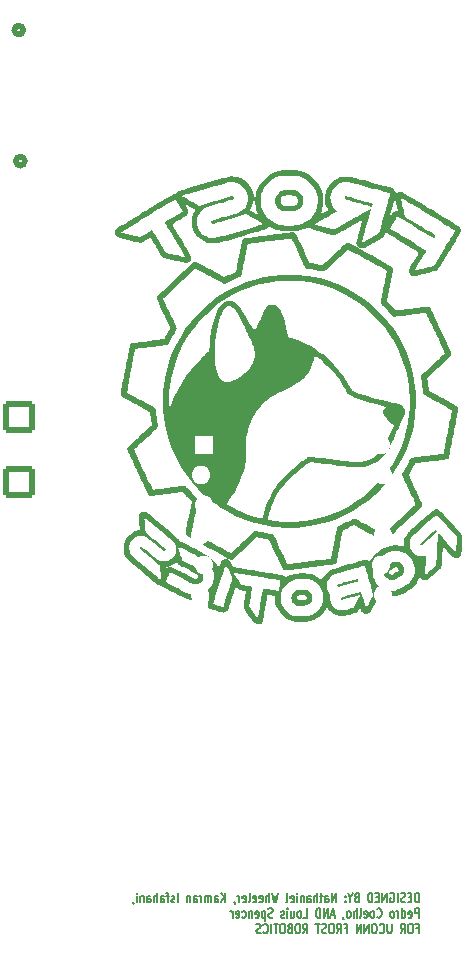
<source format=gbo>
%TF.GenerationSoftware,KiCad,Pcbnew,9.0.0*%
%TF.CreationDate,2025-04-21T16:07:22-04:00*%
%TF.ProjectId,brainfreeze,62726169-6e66-4726-9565-7a652e6b6963,rev?*%
%TF.SameCoordinates,Original*%
%TF.FileFunction,Legend,Bot*%
%TF.FilePolarity,Positive*%
%FSLAX46Y46*%
G04 Gerber Fmt 4.6, Leading zero omitted, Abs format (unit mm)*
G04 Created by KiCad (PCBNEW 9.0.0) date 2025-04-21 16:07:22*
%MOMM*%
%LPD*%
G01*
G04 APERTURE LIST*
G04 Aperture macros list*
%AMRoundRect*
0 Rectangle with rounded corners*
0 $1 Rounding radius*
0 $2 $3 $4 $5 $6 $7 $8 $9 X,Y pos of 4 corners*
0 Add a 4 corners polygon primitive as box body*
4,1,4,$2,$3,$4,$5,$6,$7,$8,$9,$2,$3,0*
0 Add four circle primitives for the rounded corners*
1,1,$1+$1,$2,$3*
1,1,$1+$1,$4,$5*
1,1,$1+$1,$6,$7*
1,1,$1+$1,$8,$9*
0 Add four rect primitives between the rounded corners*
20,1,$1+$1,$2,$3,$4,$5,0*
20,1,$1+$1,$4,$5,$6,$7,0*
20,1,$1+$1,$6,$7,$8,$9,0*
20,1,$1+$1,$8,$9,$2,$3,0*%
G04 Aperture macros list end*
%ADD10C,0.152400*%
%ADD11C,0.508000*%
%ADD12C,0.000000*%
%ADD13RoundRect,0.250000X-1.125000X-1.125000X1.125000X-1.125000X1.125000X1.125000X-1.125000X1.125000X0*%
%ADD14R,1.600000X1.600000*%
%ADD15O,1.600000X1.600000*%
%ADD16RoundRect,0.250001X-0.799999X-0.799999X0.799999X-0.799999X0.799999X0.799999X-0.799999X0.799999X0*%
%ADD17R,1.800000X1.800000*%
%ADD18C,1.800000*%
%ADD19C,1.524000*%
G04 APERTURE END LIST*
D10*
X211249737Y-151466917D02*
X211249737Y-150654117D01*
X211249737Y-150654117D02*
X211099737Y-150654117D01*
X211099737Y-150654117D02*
X211009737Y-150692822D01*
X211009737Y-150692822D02*
X210949737Y-150770232D01*
X210949737Y-150770232D02*
X210919737Y-150847641D01*
X210919737Y-150847641D02*
X210889737Y-151002460D01*
X210889737Y-151002460D02*
X210889737Y-151118574D01*
X210889737Y-151118574D02*
X210919737Y-151273393D01*
X210919737Y-151273393D02*
X210949737Y-151350803D01*
X210949737Y-151350803D02*
X211009737Y-151428213D01*
X211009737Y-151428213D02*
X211099737Y-151466917D01*
X211099737Y-151466917D02*
X211249737Y-151466917D01*
X210619737Y-151041165D02*
X210409737Y-151041165D01*
X210319737Y-151466917D02*
X210619737Y-151466917D01*
X210619737Y-151466917D02*
X210619737Y-150654117D01*
X210619737Y-150654117D02*
X210319737Y-150654117D01*
X210079737Y-151428213D02*
X209989737Y-151466917D01*
X209989737Y-151466917D02*
X209839737Y-151466917D01*
X209839737Y-151466917D02*
X209779737Y-151428213D01*
X209779737Y-151428213D02*
X209749737Y-151389508D01*
X209749737Y-151389508D02*
X209719737Y-151312098D01*
X209719737Y-151312098D02*
X209719737Y-151234689D01*
X209719737Y-151234689D02*
X209749737Y-151157279D01*
X209749737Y-151157279D02*
X209779737Y-151118574D01*
X209779737Y-151118574D02*
X209839737Y-151079870D01*
X209839737Y-151079870D02*
X209959737Y-151041165D01*
X209959737Y-151041165D02*
X210019737Y-151002460D01*
X210019737Y-151002460D02*
X210049737Y-150963755D01*
X210049737Y-150963755D02*
X210079737Y-150886346D01*
X210079737Y-150886346D02*
X210079737Y-150808936D01*
X210079737Y-150808936D02*
X210049737Y-150731527D01*
X210049737Y-150731527D02*
X210019737Y-150692822D01*
X210019737Y-150692822D02*
X209959737Y-150654117D01*
X209959737Y-150654117D02*
X209809737Y-150654117D01*
X209809737Y-150654117D02*
X209719737Y-150692822D01*
X209449737Y-151466917D02*
X209449737Y-150654117D01*
X208819737Y-150692822D02*
X208879737Y-150654117D01*
X208879737Y-150654117D02*
X208969737Y-150654117D01*
X208969737Y-150654117D02*
X209059737Y-150692822D01*
X209059737Y-150692822D02*
X209119737Y-150770232D01*
X209119737Y-150770232D02*
X209149737Y-150847641D01*
X209149737Y-150847641D02*
X209179737Y-151002460D01*
X209179737Y-151002460D02*
X209179737Y-151118574D01*
X209179737Y-151118574D02*
X209149737Y-151273393D01*
X209149737Y-151273393D02*
X209119737Y-151350803D01*
X209119737Y-151350803D02*
X209059737Y-151428213D01*
X209059737Y-151428213D02*
X208969737Y-151466917D01*
X208969737Y-151466917D02*
X208909737Y-151466917D01*
X208909737Y-151466917D02*
X208819737Y-151428213D01*
X208819737Y-151428213D02*
X208789737Y-151389508D01*
X208789737Y-151389508D02*
X208789737Y-151118574D01*
X208789737Y-151118574D02*
X208909737Y-151118574D01*
X208519737Y-151466917D02*
X208519737Y-150654117D01*
X208519737Y-150654117D02*
X208159737Y-151466917D01*
X208159737Y-151466917D02*
X208159737Y-150654117D01*
X207859737Y-151041165D02*
X207649737Y-151041165D01*
X207559737Y-151466917D02*
X207859737Y-151466917D01*
X207859737Y-151466917D02*
X207859737Y-150654117D01*
X207859737Y-150654117D02*
X207559737Y-150654117D01*
X207289737Y-151466917D02*
X207289737Y-150654117D01*
X207289737Y-150654117D02*
X207139737Y-150654117D01*
X207139737Y-150654117D02*
X207049737Y-150692822D01*
X207049737Y-150692822D02*
X206989737Y-150770232D01*
X206989737Y-150770232D02*
X206959737Y-150847641D01*
X206959737Y-150847641D02*
X206929737Y-151002460D01*
X206929737Y-151002460D02*
X206929737Y-151118574D01*
X206929737Y-151118574D02*
X206959737Y-151273393D01*
X206959737Y-151273393D02*
X206989737Y-151350803D01*
X206989737Y-151350803D02*
X207049737Y-151428213D01*
X207049737Y-151428213D02*
X207139737Y-151466917D01*
X207139737Y-151466917D02*
X207289737Y-151466917D01*
X205969737Y-151041165D02*
X205879737Y-151079870D01*
X205879737Y-151079870D02*
X205849737Y-151118574D01*
X205849737Y-151118574D02*
X205819737Y-151195984D01*
X205819737Y-151195984D02*
X205819737Y-151312098D01*
X205819737Y-151312098D02*
X205849737Y-151389508D01*
X205849737Y-151389508D02*
X205879737Y-151428213D01*
X205879737Y-151428213D02*
X205939737Y-151466917D01*
X205939737Y-151466917D02*
X206179737Y-151466917D01*
X206179737Y-151466917D02*
X206179737Y-150654117D01*
X206179737Y-150654117D02*
X205969737Y-150654117D01*
X205969737Y-150654117D02*
X205909737Y-150692822D01*
X205909737Y-150692822D02*
X205879737Y-150731527D01*
X205879737Y-150731527D02*
X205849737Y-150808936D01*
X205849737Y-150808936D02*
X205849737Y-150886346D01*
X205849737Y-150886346D02*
X205879737Y-150963755D01*
X205879737Y-150963755D02*
X205909737Y-151002460D01*
X205909737Y-151002460D02*
X205969737Y-151041165D01*
X205969737Y-151041165D02*
X206179737Y-151041165D01*
X205429737Y-151079870D02*
X205429737Y-151466917D01*
X205639737Y-150654117D02*
X205429737Y-151079870D01*
X205429737Y-151079870D02*
X205219737Y-150654117D01*
X205009737Y-151389508D02*
X204979737Y-151428213D01*
X204979737Y-151428213D02*
X205009737Y-151466917D01*
X205009737Y-151466917D02*
X205039737Y-151428213D01*
X205039737Y-151428213D02*
X205009737Y-151389508D01*
X205009737Y-151389508D02*
X205009737Y-151466917D01*
X205009737Y-150963755D02*
X204979737Y-151002460D01*
X204979737Y-151002460D02*
X205009737Y-151041165D01*
X205009737Y-151041165D02*
X205039737Y-151002460D01*
X205039737Y-151002460D02*
X205009737Y-150963755D01*
X205009737Y-150963755D02*
X205009737Y-151041165D01*
X204229737Y-151466917D02*
X204229737Y-150654117D01*
X204229737Y-150654117D02*
X203869737Y-151466917D01*
X203869737Y-151466917D02*
X203869737Y-150654117D01*
X203299737Y-151466917D02*
X203299737Y-151041165D01*
X203299737Y-151041165D02*
X203329737Y-150963755D01*
X203329737Y-150963755D02*
X203389737Y-150925051D01*
X203389737Y-150925051D02*
X203509737Y-150925051D01*
X203509737Y-150925051D02*
X203569737Y-150963755D01*
X203299737Y-151428213D02*
X203359737Y-151466917D01*
X203359737Y-151466917D02*
X203509737Y-151466917D01*
X203509737Y-151466917D02*
X203569737Y-151428213D01*
X203569737Y-151428213D02*
X203599737Y-151350803D01*
X203599737Y-151350803D02*
X203599737Y-151273393D01*
X203599737Y-151273393D02*
X203569737Y-151195984D01*
X203569737Y-151195984D02*
X203509737Y-151157279D01*
X203509737Y-151157279D02*
X203359737Y-151157279D01*
X203359737Y-151157279D02*
X203299737Y-151118574D01*
X203089737Y-150925051D02*
X202849737Y-150925051D01*
X202999737Y-150654117D02*
X202999737Y-151350803D01*
X202999737Y-151350803D02*
X202969737Y-151428213D01*
X202969737Y-151428213D02*
X202909737Y-151466917D01*
X202909737Y-151466917D02*
X202849737Y-151466917D01*
X202639737Y-151466917D02*
X202639737Y-150654117D01*
X202369737Y-151466917D02*
X202369737Y-151041165D01*
X202369737Y-151041165D02*
X202399737Y-150963755D01*
X202399737Y-150963755D02*
X202459737Y-150925051D01*
X202459737Y-150925051D02*
X202549737Y-150925051D01*
X202549737Y-150925051D02*
X202609737Y-150963755D01*
X202609737Y-150963755D02*
X202639737Y-151002460D01*
X201799737Y-151466917D02*
X201799737Y-151041165D01*
X201799737Y-151041165D02*
X201829737Y-150963755D01*
X201829737Y-150963755D02*
X201889737Y-150925051D01*
X201889737Y-150925051D02*
X202009737Y-150925051D01*
X202009737Y-150925051D02*
X202069737Y-150963755D01*
X201799737Y-151428213D02*
X201859737Y-151466917D01*
X201859737Y-151466917D02*
X202009737Y-151466917D01*
X202009737Y-151466917D02*
X202069737Y-151428213D01*
X202069737Y-151428213D02*
X202099737Y-151350803D01*
X202099737Y-151350803D02*
X202099737Y-151273393D01*
X202099737Y-151273393D02*
X202069737Y-151195984D01*
X202069737Y-151195984D02*
X202009737Y-151157279D01*
X202009737Y-151157279D02*
X201859737Y-151157279D01*
X201859737Y-151157279D02*
X201799737Y-151118574D01*
X201499737Y-150925051D02*
X201499737Y-151466917D01*
X201499737Y-151002460D02*
X201469737Y-150963755D01*
X201469737Y-150963755D02*
X201409737Y-150925051D01*
X201409737Y-150925051D02*
X201319737Y-150925051D01*
X201319737Y-150925051D02*
X201259737Y-150963755D01*
X201259737Y-150963755D02*
X201229737Y-151041165D01*
X201229737Y-151041165D02*
X201229737Y-151466917D01*
X200929737Y-151466917D02*
X200929737Y-150925051D01*
X200929737Y-150654117D02*
X200959737Y-150692822D01*
X200959737Y-150692822D02*
X200929737Y-150731527D01*
X200929737Y-150731527D02*
X200899737Y-150692822D01*
X200899737Y-150692822D02*
X200929737Y-150654117D01*
X200929737Y-150654117D02*
X200929737Y-150731527D01*
X200389737Y-151428213D02*
X200449737Y-151466917D01*
X200449737Y-151466917D02*
X200569737Y-151466917D01*
X200569737Y-151466917D02*
X200629737Y-151428213D01*
X200629737Y-151428213D02*
X200659737Y-151350803D01*
X200659737Y-151350803D02*
X200659737Y-151041165D01*
X200659737Y-151041165D02*
X200629737Y-150963755D01*
X200629737Y-150963755D02*
X200569737Y-150925051D01*
X200569737Y-150925051D02*
X200449737Y-150925051D01*
X200449737Y-150925051D02*
X200389737Y-150963755D01*
X200389737Y-150963755D02*
X200359737Y-151041165D01*
X200359737Y-151041165D02*
X200359737Y-151118574D01*
X200359737Y-151118574D02*
X200659737Y-151195984D01*
X199999737Y-151466917D02*
X200059737Y-151428213D01*
X200059737Y-151428213D02*
X200089737Y-151350803D01*
X200089737Y-151350803D02*
X200089737Y-150654117D01*
X199339737Y-150654117D02*
X199189737Y-151466917D01*
X199189737Y-151466917D02*
X199069737Y-150886346D01*
X199069737Y-150886346D02*
X198949737Y-151466917D01*
X198949737Y-151466917D02*
X198799737Y-150654117D01*
X198559737Y-151466917D02*
X198559737Y-150654117D01*
X198289737Y-151466917D02*
X198289737Y-151041165D01*
X198289737Y-151041165D02*
X198319737Y-150963755D01*
X198319737Y-150963755D02*
X198379737Y-150925051D01*
X198379737Y-150925051D02*
X198469737Y-150925051D01*
X198469737Y-150925051D02*
X198529737Y-150963755D01*
X198529737Y-150963755D02*
X198559737Y-151002460D01*
X197749737Y-151428213D02*
X197809737Y-151466917D01*
X197809737Y-151466917D02*
X197929737Y-151466917D01*
X197929737Y-151466917D02*
X197989737Y-151428213D01*
X197989737Y-151428213D02*
X198019737Y-151350803D01*
X198019737Y-151350803D02*
X198019737Y-151041165D01*
X198019737Y-151041165D02*
X197989737Y-150963755D01*
X197989737Y-150963755D02*
X197929737Y-150925051D01*
X197929737Y-150925051D02*
X197809737Y-150925051D01*
X197809737Y-150925051D02*
X197749737Y-150963755D01*
X197749737Y-150963755D02*
X197719737Y-151041165D01*
X197719737Y-151041165D02*
X197719737Y-151118574D01*
X197719737Y-151118574D02*
X198019737Y-151195984D01*
X197209737Y-151428213D02*
X197269737Y-151466917D01*
X197269737Y-151466917D02*
X197389737Y-151466917D01*
X197389737Y-151466917D02*
X197449737Y-151428213D01*
X197449737Y-151428213D02*
X197479737Y-151350803D01*
X197479737Y-151350803D02*
X197479737Y-151041165D01*
X197479737Y-151041165D02*
X197449737Y-150963755D01*
X197449737Y-150963755D02*
X197389737Y-150925051D01*
X197389737Y-150925051D02*
X197269737Y-150925051D01*
X197269737Y-150925051D02*
X197209737Y-150963755D01*
X197209737Y-150963755D02*
X197179737Y-151041165D01*
X197179737Y-151041165D02*
X197179737Y-151118574D01*
X197179737Y-151118574D02*
X197479737Y-151195984D01*
X196819737Y-151466917D02*
X196879737Y-151428213D01*
X196879737Y-151428213D02*
X196909737Y-151350803D01*
X196909737Y-151350803D02*
X196909737Y-150654117D01*
X196339737Y-151428213D02*
X196399737Y-151466917D01*
X196399737Y-151466917D02*
X196519737Y-151466917D01*
X196519737Y-151466917D02*
X196579737Y-151428213D01*
X196579737Y-151428213D02*
X196609737Y-151350803D01*
X196609737Y-151350803D02*
X196609737Y-151041165D01*
X196609737Y-151041165D02*
X196579737Y-150963755D01*
X196579737Y-150963755D02*
X196519737Y-150925051D01*
X196519737Y-150925051D02*
X196399737Y-150925051D01*
X196399737Y-150925051D02*
X196339737Y-150963755D01*
X196339737Y-150963755D02*
X196309737Y-151041165D01*
X196309737Y-151041165D02*
X196309737Y-151118574D01*
X196309737Y-151118574D02*
X196609737Y-151195984D01*
X196039737Y-151466917D02*
X196039737Y-150925051D01*
X196039737Y-151079870D02*
X196009737Y-151002460D01*
X196009737Y-151002460D02*
X195979737Y-150963755D01*
X195979737Y-150963755D02*
X195919737Y-150925051D01*
X195919737Y-150925051D02*
X195859737Y-150925051D01*
X195619737Y-151428213D02*
X195619737Y-151466917D01*
X195619737Y-151466917D02*
X195649737Y-151544327D01*
X195649737Y-151544327D02*
X195679737Y-151583032D01*
X194869737Y-151466917D02*
X194869737Y-150654117D01*
X194509737Y-151466917D02*
X194779737Y-151002460D01*
X194509737Y-150654117D02*
X194869737Y-151118574D01*
X193969737Y-151466917D02*
X193969737Y-151041165D01*
X193969737Y-151041165D02*
X193999737Y-150963755D01*
X193999737Y-150963755D02*
X194059737Y-150925051D01*
X194059737Y-150925051D02*
X194179737Y-150925051D01*
X194179737Y-150925051D02*
X194239737Y-150963755D01*
X193969737Y-151428213D02*
X194029737Y-151466917D01*
X194029737Y-151466917D02*
X194179737Y-151466917D01*
X194179737Y-151466917D02*
X194239737Y-151428213D01*
X194239737Y-151428213D02*
X194269737Y-151350803D01*
X194269737Y-151350803D02*
X194269737Y-151273393D01*
X194269737Y-151273393D02*
X194239737Y-151195984D01*
X194239737Y-151195984D02*
X194179737Y-151157279D01*
X194179737Y-151157279D02*
X194029737Y-151157279D01*
X194029737Y-151157279D02*
X193969737Y-151118574D01*
X193669737Y-151466917D02*
X193669737Y-150925051D01*
X193669737Y-151002460D02*
X193639737Y-150963755D01*
X193639737Y-150963755D02*
X193579737Y-150925051D01*
X193579737Y-150925051D02*
X193489737Y-150925051D01*
X193489737Y-150925051D02*
X193429737Y-150963755D01*
X193429737Y-150963755D02*
X193399737Y-151041165D01*
X193399737Y-151041165D02*
X193399737Y-151466917D01*
X193399737Y-151041165D02*
X193369737Y-150963755D01*
X193369737Y-150963755D02*
X193309737Y-150925051D01*
X193309737Y-150925051D02*
X193219737Y-150925051D01*
X193219737Y-150925051D02*
X193159737Y-150963755D01*
X193159737Y-150963755D02*
X193129737Y-151041165D01*
X193129737Y-151041165D02*
X193129737Y-151466917D01*
X192829737Y-151466917D02*
X192829737Y-150925051D01*
X192829737Y-151079870D02*
X192799737Y-151002460D01*
X192799737Y-151002460D02*
X192769737Y-150963755D01*
X192769737Y-150963755D02*
X192709737Y-150925051D01*
X192709737Y-150925051D02*
X192649737Y-150925051D01*
X192169737Y-151466917D02*
X192169737Y-151041165D01*
X192169737Y-151041165D02*
X192199737Y-150963755D01*
X192199737Y-150963755D02*
X192259737Y-150925051D01*
X192259737Y-150925051D02*
X192379737Y-150925051D01*
X192379737Y-150925051D02*
X192439737Y-150963755D01*
X192169737Y-151428213D02*
X192229737Y-151466917D01*
X192229737Y-151466917D02*
X192379737Y-151466917D01*
X192379737Y-151466917D02*
X192439737Y-151428213D01*
X192439737Y-151428213D02*
X192469737Y-151350803D01*
X192469737Y-151350803D02*
X192469737Y-151273393D01*
X192469737Y-151273393D02*
X192439737Y-151195984D01*
X192439737Y-151195984D02*
X192379737Y-151157279D01*
X192379737Y-151157279D02*
X192229737Y-151157279D01*
X192229737Y-151157279D02*
X192169737Y-151118574D01*
X191869737Y-150925051D02*
X191869737Y-151466917D01*
X191869737Y-151002460D02*
X191839737Y-150963755D01*
X191839737Y-150963755D02*
X191779737Y-150925051D01*
X191779737Y-150925051D02*
X191689737Y-150925051D01*
X191689737Y-150925051D02*
X191629737Y-150963755D01*
X191629737Y-150963755D02*
X191599737Y-151041165D01*
X191599737Y-151041165D02*
X191599737Y-151466917D01*
X190819737Y-151466917D02*
X190819737Y-150654117D01*
X190549737Y-151428213D02*
X190489737Y-151466917D01*
X190489737Y-151466917D02*
X190369737Y-151466917D01*
X190369737Y-151466917D02*
X190309737Y-151428213D01*
X190309737Y-151428213D02*
X190279737Y-151350803D01*
X190279737Y-151350803D02*
X190279737Y-151312098D01*
X190279737Y-151312098D02*
X190309737Y-151234689D01*
X190309737Y-151234689D02*
X190369737Y-151195984D01*
X190369737Y-151195984D02*
X190459737Y-151195984D01*
X190459737Y-151195984D02*
X190519737Y-151157279D01*
X190519737Y-151157279D02*
X190549737Y-151079870D01*
X190549737Y-151079870D02*
X190549737Y-151041165D01*
X190549737Y-151041165D02*
X190519737Y-150963755D01*
X190519737Y-150963755D02*
X190459737Y-150925051D01*
X190459737Y-150925051D02*
X190369737Y-150925051D01*
X190369737Y-150925051D02*
X190309737Y-150963755D01*
X190099737Y-150925051D02*
X189859737Y-150925051D01*
X190009737Y-151466917D02*
X190009737Y-150770232D01*
X190009737Y-150770232D02*
X189979737Y-150692822D01*
X189979737Y-150692822D02*
X189919737Y-150654117D01*
X189919737Y-150654117D02*
X189859737Y-150654117D01*
X189379737Y-151466917D02*
X189379737Y-151041165D01*
X189379737Y-151041165D02*
X189409737Y-150963755D01*
X189409737Y-150963755D02*
X189469737Y-150925051D01*
X189469737Y-150925051D02*
X189589737Y-150925051D01*
X189589737Y-150925051D02*
X189649737Y-150963755D01*
X189379737Y-151428213D02*
X189439737Y-151466917D01*
X189439737Y-151466917D02*
X189589737Y-151466917D01*
X189589737Y-151466917D02*
X189649737Y-151428213D01*
X189649737Y-151428213D02*
X189679737Y-151350803D01*
X189679737Y-151350803D02*
X189679737Y-151273393D01*
X189679737Y-151273393D02*
X189649737Y-151195984D01*
X189649737Y-151195984D02*
X189589737Y-151157279D01*
X189589737Y-151157279D02*
X189439737Y-151157279D01*
X189439737Y-151157279D02*
X189379737Y-151118574D01*
X189079737Y-151466917D02*
X189079737Y-150654117D01*
X188809737Y-151466917D02*
X188809737Y-151041165D01*
X188809737Y-151041165D02*
X188839737Y-150963755D01*
X188839737Y-150963755D02*
X188899737Y-150925051D01*
X188899737Y-150925051D02*
X188989737Y-150925051D01*
X188989737Y-150925051D02*
X189049737Y-150963755D01*
X189049737Y-150963755D02*
X189079737Y-151002460D01*
X188239737Y-151466917D02*
X188239737Y-151041165D01*
X188239737Y-151041165D02*
X188269737Y-150963755D01*
X188269737Y-150963755D02*
X188329737Y-150925051D01*
X188329737Y-150925051D02*
X188449737Y-150925051D01*
X188449737Y-150925051D02*
X188509737Y-150963755D01*
X188239737Y-151428213D02*
X188299737Y-151466917D01*
X188299737Y-151466917D02*
X188449737Y-151466917D01*
X188449737Y-151466917D02*
X188509737Y-151428213D01*
X188509737Y-151428213D02*
X188539737Y-151350803D01*
X188539737Y-151350803D02*
X188539737Y-151273393D01*
X188539737Y-151273393D02*
X188509737Y-151195984D01*
X188509737Y-151195984D02*
X188449737Y-151157279D01*
X188449737Y-151157279D02*
X188299737Y-151157279D01*
X188299737Y-151157279D02*
X188239737Y-151118574D01*
X187939737Y-150925051D02*
X187939737Y-151466917D01*
X187939737Y-151002460D02*
X187909737Y-150963755D01*
X187909737Y-150963755D02*
X187849737Y-150925051D01*
X187849737Y-150925051D02*
X187759737Y-150925051D01*
X187759737Y-150925051D02*
X187699737Y-150963755D01*
X187699737Y-150963755D02*
X187669737Y-151041165D01*
X187669737Y-151041165D02*
X187669737Y-151466917D01*
X187369737Y-151466917D02*
X187369737Y-150925051D01*
X187369737Y-150654117D02*
X187399737Y-150692822D01*
X187399737Y-150692822D02*
X187369737Y-150731527D01*
X187369737Y-150731527D02*
X187339737Y-150692822D01*
X187339737Y-150692822D02*
X187369737Y-150654117D01*
X187369737Y-150654117D02*
X187369737Y-150731527D01*
X187039737Y-151428213D02*
X187039737Y-151466917D01*
X187039737Y-151466917D02*
X187069737Y-151544327D01*
X187069737Y-151544327D02*
X187099737Y-151583032D01*
X211249737Y-152775479D02*
X211249737Y-151962679D01*
X211249737Y-151962679D02*
X211009737Y-151962679D01*
X211009737Y-151962679D02*
X210949737Y-152001384D01*
X210949737Y-152001384D02*
X210919737Y-152040089D01*
X210919737Y-152040089D02*
X210889737Y-152117498D01*
X210889737Y-152117498D02*
X210889737Y-152233613D01*
X210889737Y-152233613D02*
X210919737Y-152311022D01*
X210919737Y-152311022D02*
X210949737Y-152349727D01*
X210949737Y-152349727D02*
X211009737Y-152388432D01*
X211009737Y-152388432D02*
X211249737Y-152388432D01*
X210379737Y-152736775D02*
X210439737Y-152775479D01*
X210439737Y-152775479D02*
X210559737Y-152775479D01*
X210559737Y-152775479D02*
X210619737Y-152736775D01*
X210619737Y-152736775D02*
X210649737Y-152659365D01*
X210649737Y-152659365D02*
X210649737Y-152349727D01*
X210649737Y-152349727D02*
X210619737Y-152272317D01*
X210619737Y-152272317D02*
X210559737Y-152233613D01*
X210559737Y-152233613D02*
X210439737Y-152233613D01*
X210439737Y-152233613D02*
X210379737Y-152272317D01*
X210379737Y-152272317D02*
X210349737Y-152349727D01*
X210349737Y-152349727D02*
X210349737Y-152427136D01*
X210349737Y-152427136D02*
X210649737Y-152504546D01*
X209809737Y-152775479D02*
X209809737Y-151962679D01*
X209809737Y-152736775D02*
X209869737Y-152775479D01*
X209869737Y-152775479D02*
X209989737Y-152775479D01*
X209989737Y-152775479D02*
X210049737Y-152736775D01*
X210049737Y-152736775D02*
X210079737Y-152698070D01*
X210079737Y-152698070D02*
X210109737Y-152620660D01*
X210109737Y-152620660D02*
X210109737Y-152388432D01*
X210109737Y-152388432D02*
X210079737Y-152311022D01*
X210079737Y-152311022D02*
X210049737Y-152272317D01*
X210049737Y-152272317D02*
X209989737Y-152233613D01*
X209989737Y-152233613D02*
X209869737Y-152233613D01*
X209869737Y-152233613D02*
X209809737Y-152272317D01*
X209509737Y-152775479D02*
X209509737Y-152233613D01*
X209509737Y-152388432D02*
X209479737Y-152311022D01*
X209479737Y-152311022D02*
X209449737Y-152272317D01*
X209449737Y-152272317D02*
X209389737Y-152233613D01*
X209389737Y-152233613D02*
X209329737Y-152233613D01*
X209029737Y-152775479D02*
X209089737Y-152736775D01*
X209089737Y-152736775D02*
X209119737Y-152698070D01*
X209119737Y-152698070D02*
X209149737Y-152620660D01*
X209149737Y-152620660D02*
X209149737Y-152388432D01*
X209149737Y-152388432D02*
X209119737Y-152311022D01*
X209119737Y-152311022D02*
X209089737Y-152272317D01*
X209089737Y-152272317D02*
X209029737Y-152233613D01*
X209029737Y-152233613D02*
X208939737Y-152233613D01*
X208939737Y-152233613D02*
X208879737Y-152272317D01*
X208879737Y-152272317D02*
X208849737Y-152311022D01*
X208849737Y-152311022D02*
X208819737Y-152388432D01*
X208819737Y-152388432D02*
X208819737Y-152620660D01*
X208819737Y-152620660D02*
X208849737Y-152698070D01*
X208849737Y-152698070D02*
X208879737Y-152736775D01*
X208879737Y-152736775D02*
X208939737Y-152775479D01*
X208939737Y-152775479D02*
X209029737Y-152775479D01*
X207709737Y-152698070D02*
X207739737Y-152736775D01*
X207739737Y-152736775D02*
X207829737Y-152775479D01*
X207829737Y-152775479D02*
X207889737Y-152775479D01*
X207889737Y-152775479D02*
X207979737Y-152736775D01*
X207979737Y-152736775D02*
X208039737Y-152659365D01*
X208039737Y-152659365D02*
X208069737Y-152581955D01*
X208069737Y-152581955D02*
X208099737Y-152427136D01*
X208099737Y-152427136D02*
X208099737Y-152311022D01*
X208099737Y-152311022D02*
X208069737Y-152156203D01*
X208069737Y-152156203D02*
X208039737Y-152078794D01*
X208039737Y-152078794D02*
X207979737Y-152001384D01*
X207979737Y-152001384D02*
X207889737Y-151962679D01*
X207889737Y-151962679D02*
X207829737Y-151962679D01*
X207829737Y-151962679D02*
X207739737Y-152001384D01*
X207739737Y-152001384D02*
X207709737Y-152040089D01*
X207349737Y-152775479D02*
X207409737Y-152736775D01*
X207409737Y-152736775D02*
X207439737Y-152698070D01*
X207439737Y-152698070D02*
X207469737Y-152620660D01*
X207469737Y-152620660D02*
X207469737Y-152388432D01*
X207469737Y-152388432D02*
X207439737Y-152311022D01*
X207439737Y-152311022D02*
X207409737Y-152272317D01*
X207409737Y-152272317D02*
X207349737Y-152233613D01*
X207349737Y-152233613D02*
X207259737Y-152233613D01*
X207259737Y-152233613D02*
X207199737Y-152272317D01*
X207199737Y-152272317D02*
X207169737Y-152311022D01*
X207169737Y-152311022D02*
X207139737Y-152388432D01*
X207139737Y-152388432D02*
X207139737Y-152620660D01*
X207139737Y-152620660D02*
X207169737Y-152698070D01*
X207169737Y-152698070D02*
X207199737Y-152736775D01*
X207199737Y-152736775D02*
X207259737Y-152775479D01*
X207259737Y-152775479D02*
X207349737Y-152775479D01*
X206629737Y-152736775D02*
X206689737Y-152775479D01*
X206689737Y-152775479D02*
X206809737Y-152775479D01*
X206809737Y-152775479D02*
X206869737Y-152736775D01*
X206869737Y-152736775D02*
X206899737Y-152659365D01*
X206899737Y-152659365D02*
X206899737Y-152349727D01*
X206899737Y-152349727D02*
X206869737Y-152272317D01*
X206869737Y-152272317D02*
X206809737Y-152233613D01*
X206809737Y-152233613D02*
X206689737Y-152233613D01*
X206689737Y-152233613D02*
X206629737Y-152272317D01*
X206629737Y-152272317D02*
X206599737Y-152349727D01*
X206599737Y-152349727D02*
X206599737Y-152427136D01*
X206599737Y-152427136D02*
X206899737Y-152504546D01*
X206239737Y-152775479D02*
X206299737Y-152736775D01*
X206299737Y-152736775D02*
X206329737Y-152659365D01*
X206329737Y-152659365D02*
X206329737Y-151962679D01*
X205999737Y-152775479D02*
X205999737Y-151962679D01*
X205729737Y-152775479D02*
X205729737Y-152349727D01*
X205729737Y-152349727D02*
X205759737Y-152272317D01*
X205759737Y-152272317D02*
X205819737Y-152233613D01*
X205819737Y-152233613D02*
X205909737Y-152233613D01*
X205909737Y-152233613D02*
X205969737Y-152272317D01*
X205969737Y-152272317D02*
X205999737Y-152311022D01*
X205339737Y-152775479D02*
X205399737Y-152736775D01*
X205399737Y-152736775D02*
X205429737Y-152698070D01*
X205429737Y-152698070D02*
X205459737Y-152620660D01*
X205459737Y-152620660D02*
X205459737Y-152388432D01*
X205459737Y-152388432D02*
X205429737Y-152311022D01*
X205429737Y-152311022D02*
X205399737Y-152272317D01*
X205399737Y-152272317D02*
X205339737Y-152233613D01*
X205339737Y-152233613D02*
X205249737Y-152233613D01*
X205249737Y-152233613D02*
X205189737Y-152272317D01*
X205189737Y-152272317D02*
X205159737Y-152311022D01*
X205159737Y-152311022D02*
X205129737Y-152388432D01*
X205129737Y-152388432D02*
X205129737Y-152620660D01*
X205129737Y-152620660D02*
X205159737Y-152698070D01*
X205159737Y-152698070D02*
X205189737Y-152736775D01*
X205189737Y-152736775D02*
X205249737Y-152775479D01*
X205249737Y-152775479D02*
X205339737Y-152775479D01*
X204829737Y-152736775D02*
X204829737Y-152775479D01*
X204829737Y-152775479D02*
X204859737Y-152852889D01*
X204859737Y-152852889D02*
X204889737Y-152891594D01*
X204109737Y-152543251D02*
X203809737Y-152543251D01*
X204169737Y-152775479D02*
X203959737Y-151962679D01*
X203959737Y-151962679D02*
X203749737Y-152775479D01*
X203539737Y-152775479D02*
X203539737Y-151962679D01*
X203539737Y-151962679D02*
X203179737Y-152775479D01*
X203179737Y-152775479D02*
X203179737Y-151962679D01*
X202879737Y-152775479D02*
X202879737Y-151962679D01*
X202879737Y-151962679D02*
X202729737Y-151962679D01*
X202729737Y-151962679D02*
X202639737Y-152001384D01*
X202639737Y-152001384D02*
X202579737Y-152078794D01*
X202579737Y-152078794D02*
X202549737Y-152156203D01*
X202549737Y-152156203D02*
X202519737Y-152311022D01*
X202519737Y-152311022D02*
X202519737Y-152427136D01*
X202519737Y-152427136D02*
X202549737Y-152581955D01*
X202549737Y-152581955D02*
X202579737Y-152659365D01*
X202579737Y-152659365D02*
X202639737Y-152736775D01*
X202639737Y-152736775D02*
X202729737Y-152775479D01*
X202729737Y-152775479D02*
X202879737Y-152775479D01*
X201469737Y-152775479D02*
X201769737Y-152775479D01*
X201769737Y-152775479D02*
X201769737Y-151962679D01*
X201169737Y-152775479D02*
X201229737Y-152736775D01*
X201229737Y-152736775D02*
X201259737Y-152698070D01*
X201259737Y-152698070D02*
X201289737Y-152620660D01*
X201289737Y-152620660D02*
X201289737Y-152388432D01*
X201289737Y-152388432D02*
X201259737Y-152311022D01*
X201259737Y-152311022D02*
X201229737Y-152272317D01*
X201229737Y-152272317D02*
X201169737Y-152233613D01*
X201169737Y-152233613D02*
X201079737Y-152233613D01*
X201079737Y-152233613D02*
X201019737Y-152272317D01*
X201019737Y-152272317D02*
X200989737Y-152311022D01*
X200989737Y-152311022D02*
X200959737Y-152388432D01*
X200959737Y-152388432D02*
X200959737Y-152620660D01*
X200959737Y-152620660D02*
X200989737Y-152698070D01*
X200989737Y-152698070D02*
X201019737Y-152736775D01*
X201019737Y-152736775D02*
X201079737Y-152775479D01*
X201079737Y-152775479D02*
X201169737Y-152775479D01*
X200419737Y-152233613D02*
X200419737Y-152775479D01*
X200689737Y-152233613D02*
X200689737Y-152659365D01*
X200689737Y-152659365D02*
X200659737Y-152736775D01*
X200659737Y-152736775D02*
X200599737Y-152775479D01*
X200599737Y-152775479D02*
X200509737Y-152775479D01*
X200509737Y-152775479D02*
X200449737Y-152736775D01*
X200449737Y-152736775D02*
X200419737Y-152698070D01*
X200119737Y-152775479D02*
X200119737Y-152233613D01*
X200119737Y-151962679D02*
X200149737Y-152001384D01*
X200149737Y-152001384D02*
X200119737Y-152040089D01*
X200119737Y-152040089D02*
X200089737Y-152001384D01*
X200089737Y-152001384D02*
X200119737Y-151962679D01*
X200119737Y-151962679D02*
X200119737Y-152040089D01*
X199849737Y-152736775D02*
X199789737Y-152775479D01*
X199789737Y-152775479D02*
X199669737Y-152775479D01*
X199669737Y-152775479D02*
X199609737Y-152736775D01*
X199609737Y-152736775D02*
X199579737Y-152659365D01*
X199579737Y-152659365D02*
X199579737Y-152620660D01*
X199579737Y-152620660D02*
X199609737Y-152543251D01*
X199609737Y-152543251D02*
X199669737Y-152504546D01*
X199669737Y-152504546D02*
X199759737Y-152504546D01*
X199759737Y-152504546D02*
X199819737Y-152465841D01*
X199819737Y-152465841D02*
X199849737Y-152388432D01*
X199849737Y-152388432D02*
X199849737Y-152349727D01*
X199849737Y-152349727D02*
X199819737Y-152272317D01*
X199819737Y-152272317D02*
X199759737Y-152233613D01*
X199759737Y-152233613D02*
X199669737Y-152233613D01*
X199669737Y-152233613D02*
X199609737Y-152272317D01*
X198859737Y-152736775D02*
X198769737Y-152775479D01*
X198769737Y-152775479D02*
X198619737Y-152775479D01*
X198619737Y-152775479D02*
X198559737Y-152736775D01*
X198559737Y-152736775D02*
X198529737Y-152698070D01*
X198529737Y-152698070D02*
X198499737Y-152620660D01*
X198499737Y-152620660D02*
X198499737Y-152543251D01*
X198499737Y-152543251D02*
X198529737Y-152465841D01*
X198529737Y-152465841D02*
X198559737Y-152427136D01*
X198559737Y-152427136D02*
X198619737Y-152388432D01*
X198619737Y-152388432D02*
X198739737Y-152349727D01*
X198739737Y-152349727D02*
X198799737Y-152311022D01*
X198799737Y-152311022D02*
X198829737Y-152272317D01*
X198829737Y-152272317D02*
X198859737Y-152194908D01*
X198859737Y-152194908D02*
X198859737Y-152117498D01*
X198859737Y-152117498D02*
X198829737Y-152040089D01*
X198829737Y-152040089D02*
X198799737Y-152001384D01*
X198799737Y-152001384D02*
X198739737Y-151962679D01*
X198739737Y-151962679D02*
X198589737Y-151962679D01*
X198589737Y-151962679D02*
X198499737Y-152001384D01*
X198229737Y-152233613D02*
X198229737Y-153046413D01*
X198229737Y-152272317D02*
X198169737Y-152233613D01*
X198169737Y-152233613D02*
X198049737Y-152233613D01*
X198049737Y-152233613D02*
X197989737Y-152272317D01*
X197989737Y-152272317D02*
X197959737Y-152311022D01*
X197959737Y-152311022D02*
X197929737Y-152388432D01*
X197929737Y-152388432D02*
X197929737Y-152620660D01*
X197929737Y-152620660D02*
X197959737Y-152698070D01*
X197959737Y-152698070D02*
X197989737Y-152736775D01*
X197989737Y-152736775D02*
X198049737Y-152775479D01*
X198049737Y-152775479D02*
X198169737Y-152775479D01*
X198169737Y-152775479D02*
X198229737Y-152736775D01*
X197419737Y-152736775D02*
X197479737Y-152775479D01*
X197479737Y-152775479D02*
X197599737Y-152775479D01*
X197599737Y-152775479D02*
X197659737Y-152736775D01*
X197659737Y-152736775D02*
X197689737Y-152659365D01*
X197689737Y-152659365D02*
X197689737Y-152349727D01*
X197689737Y-152349727D02*
X197659737Y-152272317D01*
X197659737Y-152272317D02*
X197599737Y-152233613D01*
X197599737Y-152233613D02*
X197479737Y-152233613D01*
X197479737Y-152233613D02*
X197419737Y-152272317D01*
X197419737Y-152272317D02*
X197389737Y-152349727D01*
X197389737Y-152349727D02*
X197389737Y-152427136D01*
X197389737Y-152427136D02*
X197689737Y-152504546D01*
X197119737Y-152233613D02*
X197119737Y-152775479D01*
X197119737Y-152311022D02*
X197089737Y-152272317D01*
X197089737Y-152272317D02*
X197029737Y-152233613D01*
X197029737Y-152233613D02*
X196939737Y-152233613D01*
X196939737Y-152233613D02*
X196879737Y-152272317D01*
X196879737Y-152272317D02*
X196849737Y-152349727D01*
X196849737Y-152349727D02*
X196849737Y-152775479D01*
X196279737Y-152736775D02*
X196339737Y-152775479D01*
X196339737Y-152775479D02*
X196459737Y-152775479D01*
X196459737Y-152775479D02*
X196519737Y-152736775D01*
X196519737Y-152736775D02*
X196549737Y-152698070D01*
X196549737Y-152698070D02*
X196579737Y-152620660D01*
X196579737Y-152620660D02*
X196579737Y-152388432D01*
X196579737Y-152388432D02*
X196549737Y-152311022D01*
X196549737Y-152311022D02*
X196519737Y-152272317D01*
X196519737Y-152272317D02*
X196459737Y-152233613D01*
X196459737Y-152233613D02*
X196339737Y-152233613D01*
X196339737Y-152233613D02*
X196279737Y-152272317D01*
X195769737Y-152736775D02*
X195829737Y-152775479D01*
X195829737Y-152775479D02*
X195949737Y-152775479D01*
X195949737Y-152775479D02*
X196009737Y-152736775D01*
X196009737Y-152736775D02*
X196039737Y-152659365D01*
X196039737Y-152659365D02*
X196039737Y-152349727D01*
X196039737Y-152349727D02*
X196009737Y-152272317D01*
X196009737Y-152272317D02*
X195949737Y-152233613D01*
X195949737Y-152233613D02*
X195829737Y-152233613D01*
X195829737Y-152233613D02*
X195769737Y-152272317D01*
X195769737Y-152272317D02*
X195739737Y-152349727D01*
X195739737Y-152349727D02*
X195739737Y-152427136D01*
X195739737Y-152427136D02*
X196039737Y-152504546D01*
X195469737Y-152775479D02*
X195469737Y-152233613D01*
X195469737Y-152388432D02*
X195439737Y-152311022D01*
X195439737Y-152311022D02*
X195409737Y-152272317D01*
X195409737Y-152272317D02*
X195349737Y-152233613D01*
X195349737Y-152233613D02*
X195289737Y-152233613D01*
X211039737Y-153658289D02*
X211249737Y-153658289D01*
X211249737Y-154084041D02*
X211249737Y-153271241D01*
X211249737Y-153271241D02*
X210949737Y-153271241D01*
X210589737Y-153271241D02*
X210469737Y-153271241D01*
X210469737Y-153271241D02*
X210409737Y-153309946D01*
X210409737Y-153309946D02*
X210349737Y-153387356D01*
X210349737Y-153387356D02*
X210319737Y-153542175D01*
X210319737Y-153542175D02*
X210319737Y-153813108D01*
X210319737Y-153813108D02*
X210349737Y-153967927D01*
X210349737Y-153967927D02*
X210409737Y-154045337D01*
X210409737Y-154045337D02*
X210469737Y-154084041D01*
X210469737Y-154084041D02*
X210589737Y-154084041D01*
X210589737Y-154084041D02*
X210649737Y-154045337D01*
X210649737Y-154045337D02*
X210709737Y-153967927D01*
X210709737Y-153967927D02*
X210739737Y-153813108D01*
X210739737Y-153813108D02*
X210739737Y-153542175D01*
X210739737Y-153542175D02*
X210709737Y-153387356D01*
X210709737Y-153387356D02*
X210649737Y-153309946D01*
X210649737Y-153309946D02*
X210589737Y-153271241D01*
X209689737Y-154084041D02*
X209899737Y-153696994D01*
X210049737Y-154084041D02*
X210049737Y-153271241D01*
X210049737Y-153271241D02*
X209809737Y-153271241D01*
X209809737Y-153271241D02*
X209749737Y-153309946D01*
X209749737Y-153309946D02*
X209719737Y-153348651D01*
X209719737Y-153348651D02*
X209689737Y-153426060D01*
X209689737Y-153426060D02*
X209689737Y-153542175D01*
X209689737Y-153542175D02*
X209719737Y-153619584D01*
X209719737Y-153619584D02*
X209749737Y-153658289D01*
X209749737Y-153658289D02*
X209809737Y-153696994D01*
X209809737Y-153696994D02*
X210049737Y-153696994D01*
X208939737Y-153271241D02*
X208939737Y-153929222D01*
X208939737Y-153929222D02*
X208909737Y-154006632D01*
X208909737Y-154006632D02*
X208879737Y-154045337D01*
X208879737Y-154045337D02*
X208819737Y-154084041D01*
X208819737Y-154084041D02*
X208699737Y-154084041D01*
X208699737Y-154084041D02*
X208639737Y-154045337D01*
X208639737Y-154045337D02*
X208609737Y-154006632D01*
X208609737Y-154006632D02*
X208579737Y-153929222D01*
X208579737Y-153929222D02*
X208579737Y-153271241D01*
X207919737Y-154006632D02*
X207949737Y-154045337D01*
X207949737Y-154045337D02*
X208039737Y-154084041D01*
X208039737Y-154084041D02*
X208099737Y-154084041D01*
X208099737Y-154084041D02*
X208189737Y-154045337D01*
X208189737Y-154045337D02*
X208249737Y-153967927D01*
X208249737Y-153967927D02*
X208279737Y-153890517D01*
X208279737Y-153890517D02*
X208309737Y-153735698D01*
X208309737Y-153735698D02*
X208309737Y-153619584D01*
X208309737Y-153619584D02*
X208279737Y-153464765D01*
X208279737Y-153464765D02*
X208249737Y-153387356D01*
X208249737Y-153387356D02*
X208189737Y-153309946D01*
X208189737Y-153309946D02*
X208099737Y-153271241D01*
X208099737Y-153271241D02*
X208039737Y-153271241D01*
X208039737Y-153271241D02*
X207949737Y-153309946D01*
X207949737Y-153309946D02*
X207919737Y-153348651D01*
X207529737Y-153271241D02*
X207409737Y-153271241D01*
X207409737Y-153271241D02*
X207349737Y-153309946D01*
X207349737Y-153309946D02*
X207289737Y-153387356D01*
X207289737Y-153387356D02*
X207259737Y-153542175D01*
X207259737Y-153542175D02*
X207259737Y-153813108D01*
X207259737Y-153813108D02*
X207289737Y-153967927D01*
X207289737Y-153967927D02*
X207349737Y-154045337D01*
X207349737Y-154045337D02*
X207409737Y-154084041D01*
X207409737Y-154084041D02*
X207529737Y-154084041D01*
X207529737Y-154084041D02*
X207589737Y-154045337D01*
X207589737Y-154045337D02*
X207649737Y-153967927D01*
X207649737Y-153967927D02*
X207679737Y-153813108D01*
X207679737Y-153813108D02*
X207679737Y-153542175D01*
X207679737Y-153542175D02*
X207649737Y-153387356D01*
X207649737Y-153387356D02*
X207589737Y-153309946D01*
X207589737Y-153309946D02*
X207529737Y-153271241D01*
X206989737Y-154084041D02*
X206989737Y-153271241D01*
X206989737Y-153271241D02*
X206629737Y-154084041D01*
X206629737Y-154084041D02*
X206629737Y-153271241D01*
X206329737Y-154084041D02*
X206329737Y-153271241D01*
X206329737Y-153271241D02*
X205969737Y-154084041D01*
X205969737Y-154084041D02*
X205969737Y-153271241D01*
X204979737Y-153658289D02*
X205189737Y-153658289D01*
X205189737Y-154084041D02*
X205189737Y-153271241D01*
X205189737Y-153271241D02*
X204889737Y-153271241D01*
X204289737Y-154084041D02*
X204499737Y-153696994D01*
X204649737Y-154084041D02*
X204649737Y-153271241D01*
X204649737Y-153271241D02*
X204409737Y-153271241D01*
X204409737Y-153271241D02*
X204349737Y-153309946D01*
X204349737Y-153309946D02*
X204319737Y-153348651D01*
X204319737Y-153348651D02*
X204289737Y-153426060D01*
X204289737Y-153426060D02*
X204289737Y-153542175D01*
X204289737Y-153542175D02*
X204319737Y-153619584D01*
X204319737Y-153619584D02*
X204349737Y-153658289D01*
X204349737Y-153658289D02*
X204409737Y-153696994D01*
X204409737Y-153696994D02*
X204649737Y-153696994D01*
X203899737Y-153271241D02*
X203779737Y-153271241D01*
X203779737Y-153271241D02*
X203719737Y-153309946D01*
X203719737Y-153309946D02*
X203659737Y-153387356D01*
X203659737Y-153387356D02*
X203629737Y-153542175D01*
X203629737Y-153542175D02*
X203629737Y-153813108D01*
X203629737Y-153813108D02*
X203659737Y-153967927D01*
X203659737Y-153967927D02*
X203719737Y-154045337D01*
X203719737Y-154045337D02*
X203779737Y-154084041D01*
X203779737Y-154084041D02*
X203899737Y-154084041D01*
X203899737Y-154084041D02*
X203959737Y-154045337D01*
X203959737Y-154045337D02*
X204019737Y-153967927D01*
X204019737Y-153967927D02*
X204049737Y-153813108D01*
X204049737Y-153813108D02*
X204049737Y-153542175D01*
X204049737Y-153542175D02*
X204019737Y-153387356D01*
X204019737Y-153387356D02*
X203959737Y-153309946D01*
X203959737Y-153309946D02*
X203899737Y-153271241D01*
X203389737Y-154045337D02*
X203299737Y-154084041D01*
X203299737Y-154084041D02*
X203149737Y-154084041D01*
X203149737Y-154084041D02*
X203089737Y-154045337D01*
X203089737Y-154045337D02*
X203059737Y-154006632D01*
X203059737Y-154006632D02*
X203029737Y-153929222D01*
X203029737Y-153929222D02*
X203029737Y-153851813D01*
X203029737Y-153851813D02*
X203059737Y-153774403D01*
X203059737Y-153774403D02*
X203089737Y-153735698D01*
X203089737Y-153735698D02*
X203149737Y-153696994D01*
X203149737Y-153696994D02*
X203269737Y-153658289D01*
X203269737Y-153658289D02*
X203329737Y-153619584D01*
X203329737Y-153619584D02*
X203359737Y-153580879D01*
X203359737Y-153580879D02*
X203389737Y-153503470D01*
X203389737Y-153503470D02*
X203389737Y-153426060D01*
X203389737Y-153426060D02*
X203359737Y-153348651D01*
X203359737Y-153348651D02*
X203329737Y-153309946D01*
X203329737Y-153309946D02*
X203269737Y-153271241D01*
X203269737Y-153271241D02*
X203119737Y-153271241D01*
X203119737Y-153271241D02*
X203029737Y-153309946D01*
X202849737Y-153271241D02*
X202489737Y-153271241D01*
X202669737Y-154084041D02*
X202669737Y-153271241D01*
X201439737Y-154084041D02*
X201649737Y-153696994D01*
X201799737Y-154084041D02*
X201799737Y-153271241D01*
X201799737Y-153271241D02*
X201559737Y-153271241D01*
X201559737Y-153271241D02*
X201499737Y-153309946D01*
X201499737Y-153309946D02*
X201469737Y-153348651D01*
X201469737Y-153348651D02*
X201439737Y-153426060D01*
X201439737Y-153426060D02*
X201439737Y-153542175D01*
X201439737Y-153542175D02*
X201469737Y-153619584D01*
X201469737Y-153619584D02*
X201499737Y-153658289D01*
X201499737Y-153658289D02*
X201559737Y-153696994D01*
X201559737Y-153696994D02*
X201799737Y-153696994D01*
X201049737Y-153271241D02*
X200929737Y-153271241D01*
X200929737Y-153271241D02*
X200869737Y-153309946D01*
X200869737Y-153309946D02*
X200809737Y-153387356D01*
X200809737Y-153387356D02*
X200779737Y-153542175D01*
X200779737Y-153542175D02*
X200779737Y-153813108D01*
X200779737Y-153813108D02*
X200809737Y-153967927D01*
X200809737Y-153967927D02*
X200869737Y-154045337D01*
X200869737Y-154045337D02*
X200929737Y-154084041D01*
X200929737Y-154084041D02*
X201049737Y-154084041D01*
X201049737Y-154084041D02*
X201109737Y-154045337D01*
X201109737Y-154045337D02*
X201169737Y-153967927D01*
X201169737Y-153967927D02*
X201199737Y-153813108D01*
X201199737Y-153813108D02*
X201199737Y-153542175D01*
X201199737Y-153542175D02*
X201169737Y-153387356D01*
X201169737Y-153387356D02*
X201109737Y-153309946D01*
X201109737Y-153309946D02*
X201049737Y-153271241D01*
X200299737Y-153658289D02*
X200209737Y-153696994D01*
X200209737Y-153696994D02*
X200179737Y-153735698D01*
X200179737Y-153735698D02*
X200149737Y-153813108D01*
X200149737Y-153813108D02*
X200149737Y-153929222D01*
X200149737Y-153929222D02*
X200179737Y-154006632D01*
X200179737Y-154006632D02*
X200209737Y-154045337D01*
X200209737Y-154045337D02*
X200269737Y-154084041D01*
X200269737Y-154084041D02*
X200509737Y-154084041D01*
X200509737Y-154084041D02*
X200509737Y-153271241D01*
X200509737Y-153271241D02*
X200299737Y-153271241D01*
X200299737Y-153271241D02*
X200239737Y-153309946D01*
X200239737Y-153309946D02*
X200209737Y-153348651D01*
X200209737Y-153348651D02*
X200179737Y-153426060D01*
X200179737Y-153426060D02*
X200179737Y-153503470D01*
X200179737Y-153503470D02*
X200209737Y-153580879D01*
X200209737Y-153580879D02*
X200239737Y-153619584D01*
X200239737Y-153619584D02*
X200299737Y-153658289D01*
X200299737Y-153658289D02*
X200509737Y-153658289D01*
X199759737Y-153271241D02*
X199639737Y-153271241D01*
X199639737Y-153271241D02*
X199579737Y-153309946D01*
X199579737Y-153309946D02*
X199519737Y-153387356D01*
X199519737Y-153387356D02*
X199489737Y-153542175D01*
X199489737Y-153542175D02*
X199489737Y-153813108D01*
X199489737Y-153813108D02*
X199519737Y-153967927D01*
X199519737Y-153967927D02*
X199579737Y-154045337D01*
X199579737Y-154045337D02*
X199639737Y-154084041D01*
X199639737Y-154084041D02*
X199759737Y-154084041D01*
X199759737Y-154084041D02*
X199819737Y-154045337D01*
X199819737Y-154045337D02*
X199879737Y-153967927D01*
X199879737Y-153967927D02*
X199909737Y-153813108D01*
X199909737Y-153813108D02*
X199909737Y-153542175D01*
X199909737Y-153542175D02*
X199879737Y-153387356D01*
X199879737Y-153387356D02*
X199819737Y-153309946D01*
X199819737Y-153309946D02*
X199759737Y-153271241D01*
X199309737Y-153271241D02*
X198949737Y-153271241D01*
X199129737Y-154084041D02*
X199129737Y-153271241D01*
X198739737Y-154084041D02*
X198739737Y-153271241D01*
X198079737Y-154006632D02*
X198109737Y-154045337D01*
X198109737Y-154045337D02*
X198199737Y-154084041D01*
X198199737Y-154084041D02*
X198259737Y-154084041D01*
X198259737Y-154084041D02*
X198349737Y-154045337D01*
X198349737Y-154045337D02*
X198409737Y-153967927D01*
X198409737Y-153967927D02*
X198439737Y-153890517D01*
X198439737Y-153890517D02*
X198469737Y-153735698D01*
X198469737Y-153735698D02*
X198469737Y-153619584D01*
X198469737Y-153619584D02*
X198439737Y-153464765D01*
X198439737Y-153464765D02*
X198409737Y-153387356D01*
X198409737Y-153387356D02*
X198349737Y-153309946D01*
X198349737Y-153309946D02*
X198259737Y-153271241D01*
X198259737Y-153271241D02*
X198199737Y-153271241D01*
X198199737Y-153271241D02*
X198109737Y-153309946D01*
X198109737Y-153309946D02*
X198079737Y-153348651D01*
X197839737Y-154045337D02*
X197749737Y-154084041D01*
X197749737Y-154084041D02*
X197599737Y-154084041D01*
X197599737Y-154084041D02*
X197539737Y-154045337D01*
X197539737Y-154045337D02*
X197509737Y-154006632D01*
X197509737Y-154006632D02*
X197479737Y-153929222D01*
X197479737Y-153929222D02*
X197479737Y-153851813D01*
X197479737Y-153851813D02*
X197509737Y-153774403D01*
X197509737Y-153774403D02*
X197539737Y-153735698D01*
X197539737Y-153735698D02*
X197599737Y-153696994D01*
X197599737Y-153696994D02*
X197719737Y-153658289D01*
X197719737Y-153658289D02*
X197779737Y-153619584D01*
X197779737Y-153619584D02*
X197809737Y-153580879D01*
X197809737Y-153580879D02*
X197839737Y-153503470D01*
X197839737Y-153503470D02*
X197839737Y-153426060D01*
X197839737Y-153426060D02*
X197809737Y-153348651D01*
X197809737Y-153348651D02*
X197779737Y-153309946D01*
X197779737Y-153309946D02*
X197719737Y-153271241D01*
X197719737Y-153271241D02*
X197569737Y-153271241D01*
X197569737Y-153271241D02*
X197479737Y-153309946D01*
D11*
X177750900Y-77607400D02*
G75*
G02*
X176988900Y-77607400I-381000J0D01*
G01*
X176988900Y-77607400D02*
G75*
G02*
X177750900Y-77607400I381000J0D01*
G01*
X177881000Y-88707400D02*
G75*
G02*
X177119000Y-88707400I-381000J0D01*
G01*
X177119000Y-88707400D02*
G75*
G02*
X177881000Y-88707400I381000J0D01*
G01*
D12*
G36*
X206043891Y-124079117D02*
G01*
X206065023Y-124126437D01*
X206087086Y-124190644D01*
X206102517Y-124248920D01*
X206103757Y-124278443D01*
X206101246Y-124279578D01*
X206059599Y-124293053D01*
X205972312Y-124319486D01*
X205846231Y-124356859D01*
X205688199Y-124403153D01*
X205505063Y-124456349D01*
X205303667Y-124514427D01*
X205257039Y-124527802D01*
X205055717Y-124584961D01*
X204871643Y-124636300D01*
X204712206Y-124679824D01*
X204584792Y-124713536D01*
X204496791Y-124735440D01*
X204455589Y-124743541D01*
X204427537Y-124741604D01*
X204366459Y-124711251D01*
X204333913Y-124657819D01*
X204336577Y-124598590D01*
X204381128Y-124550845D01*
X204381764Y-124550525D01*
X204420091Y-124537095D01*
X204503519Y-124510872D01*
X204623784Y-124474268D01*
X204772620Y-124429697D01*
X204941762Y-124379573D01*
X205122946Y-124326308D01*
X205307905Y-124272315D01*
X205488376Y-124220008D01*
X205656092Y-124171800D01*
X205802788Y-124130105D01*
X205920199Y-124097334D01*
X206000061Y-124075902D01*
X206034108Y-124068222D01*
X206043891Y-124079117D01*
G37*
G36*
X212692195Y-119941269D02*
G01*
X212708249Y-119957240D01*
X212727775Y-119977562D01*
X212732793Y-119982328D01*
X212778069Y-120031054D01*
X212796667Y-120061891D01*
X212796633Y-120062157D01*
X212774859Y-120087033D01*
X212717140Y-120143167D01*
X212629791Y-120224910D01*
X212519123Y-120326615D01*
X212391451Y-120442632D01*
X212253088Y-120567312D01*
X212110346Y-120695008D01*
X211969539Y-120820071D01*
X211836981Y-120936852D01*
X211718983Y-121039703D01*
X211621860Y-121122975D01*
X211551925Y-121181019D01*
X211515491Y-121208187D01*
X211507390Y-121212400D01*
X211435509Y-121223337D01*
X211379749Y-121190943D01*
X211357334Y-121124347D01*
X211357825Y-121119445D01*
X211375496Y-121084304D01*
X211420827Y-121028765D01*
X211496959Y-120949682D01*
X211607036Y-120843912D01*
X211754201Y-120708309D01*
X211941596Y-120539729D01*
X211948596Y-120533482D01*
X212139405Y-120362982D01*
X212292486Y-120226295D01*
X212412416Y-120120147D01*
X212503774Y-120041265D01*
X212571137Y-119986375D01*
X212619083Y-119952203D01*
X212652189Y-119935478D01*
X212675034Y-119932924D01*
X212692195Y-119941269D01*
G37*
G36*
X205134442Y-91697183D02*
G01*
X205222891Y-91711363D01*
X205341184Y-91736998D01*
X205494226Y-91774829D01*
X205686923Y-91825596D01*
X205924181Y-91890039D01*
X206210904Y-91968899D01*
X206249564Y-91979566D01*
X206547758Y-92062635D01*
X206793771Y-92132775D01*
X206989901Y-92190699D01*
X207138447Y-92237123D01*
X207241706Y-92272762D01*
X207301976Y-92298332D01*
X207321556Y-92314548D01*
X207321018Y-92323452D01*
X207309837Y-92383824D01*
X207288734Y-92463556D01*
X207277964Y-92496230D01*
X207247400Y-92551188D01*
X207211123Y-92559669D01*
X207187548Y-92552984D01*
X207113550Y-92532388D01*
X206996802Y-92500066D01*
X206843940Y-92457849D01*
X206661596Y-92407570D01*
X206456405Y-92351060D01*
X206235000Y-92290149D01*
X206080544Y-92247661D01*
X205860195Y-92186980D01*
X205656210Y-92130730D01*
X205476203Y-92081015D01*
X205327787Y-92039938D01*
X205218573Y-92009601D01*
X205156177Y-91992108D01*
X205125053Y-91982497D01*
X205017853Y-91929990D01*
X204964468Y-91862626D01*
X204965348Y-91780904D01*
X204968165Y-91772193D01*
X204980976Y-91740204D01*
X204999104Y-91715968D01*
X205027454Y-91700225D01*
X205070932Y-91693717D01*
X205134442Y-91697183D01*
G37*
G36*
X209996247Y-123315816D02*
G01*
X209960231Y-123504085D01*
X209954007Y-123522083D01*
X209902850Y-123630704D01*
X209828305Y-123727786D01*
X209722693Y-123820233D01*
X209578333Y-123914948D01*
X209387545Y-124018833D01*
X209300135Y-124062559D01*
X209149239Y-124129986D01*
X209026560Y-124169087D01*
X208919603Y-124182041D01*
X208815873Y-124171027D01*
X208702875Y-124138224D01*
X208674404Y-124127502D01*
X208509855Y-124033841D01*
X208382703Y-123904656D01*
X208296546Y-123748684D01*
X208254977Y-123574666D01*
X208258100Y-123488124D01*
X208708080Y-123488124D01*
X208717097Y-123556255D01*
X208767945Y-123626923D01*
X208811260Y-123669611D01*
X208870913Y-123704195D01*
X208939381Y-123707624D01*
X209029264Y-123679674D01*
X209153165Y-123620124D01*
X209153500Y-123619949D01*
X209307730Y-123535855D01*
X209416026Y-123466174D01*
X209485087Y-123404970D01*
X209521611Y-123346311D01*
X209532297Y-123284261D01*
X209518535Y-123205482D01*
X209459644Y-123118382D01*
X209363727Y-123067866D01*
X209348465Y-123066419D01*
X209276914Y-123081515D01*
X209177516Y-123120221D01*
X209063601Y-123175271D01*
X208948501Y-123239400D01*
X208845547Y-123305341D01*
X208768069Y-123365829D01*
X208729398Y-123413597D01*
X208708080Y-123488124D01*
X208258100Y-123488124D01*
X208261592Y-123391339D01*
X208319985Y-123207444D01*
X208358602Y-123131980D01*
X208404297Y-123064081D01*
X208462754Y-123003594D01*
X208543413Y-122942372D01*
X208655710Y-122872264D01*
X208809085Y-122785121D01*
X208923806Y-122723459D01*
X209051947Y-122662981D01*
X209156318Y-122626635D01*
X209249725Y-122609312D01*
X209354310Y-122606105D01*
X209535013Y-122638595D01*
X209693812Y-122714951D01*
X209825022Y-122828012D01*
X209922955Y-122970618D01*
X209981926Y-123135606D01*
X209993739Y-123284261D01*
X209996247Y-123315816D01*
G37*
G36*
X202224706Y-125767897D02*
G01*
X202213043Y-125851853D01*
X202187228Y-125922963D01*
X202142032Y-126002911D01*
X202105053Y-126057254D01*
X201970248Y-126192033D01*
X201801238Y-126281937D01*
X201598132Y-126326900D01*
X201522683Y-126334231D01*
X201294142Y-126349878D01*
X201109311Y-126349325D01*
X200959733Y-126331054D01*
X200836945Y-126293549D01*
X200732490Y-126235293D01*
X200637908Y-126154770D01*
X200614806Y-126131083D01*
X200522532Y-126011893D01*
X200468270Y-125882115D01*
X200442429Y-125720439D01*
X200440190Y-125676889D01*
X200886889Y-125676889D01*
X200888397Y-125689961D01*
X200916656Y-125753313D01*
X200969385Y-125820171D01*
X201045050Y-125878382D01*
X201131663Y-125897992D01*
X201294409Y-125888064D01*
X201436322Y-125877614D01*
X201538267Y-125866533D01*
X201609023Y-125853084D01*
X201657372Y-125835529D01*
X201692092Y-125812129D01*
X201721964Y-125781148D01*
X201746314Y-125750440D01*
X201784549Y-125667232D01*
X201770687Y-125588053D01*
X201704024Y-125501904D01*
X201643370Y-125448755D01*
X201587592Y-125427871D01*
X201513524Y-125433209D01*
X201454576Y-125440350D01*
X201345400Y-125447790D01*
X201230440Y-125450800D01*
X201149457Y-125452426D01*
X201075255Y-125462458D01*
X201021990Y-125487375D01*
X200969385Y-125533607D01*
X200953690Y-125550413D01*
X200906064Y-125618861D01*
X200886889Y-125676889D01*
X200440190Y-125676889D01*
X200440172Y-125676534D01*
X200462103Y-125486429D01*
X200534606Y-125317913D01*
X200654491Y-125176520D01*
X200818569Y-125067781D01*
X200880923Y-125039022D01*
X200940617Y-125018069D01*
X201007547Y-125004369D01*
X201094012Y-124996192D01*
X201212317Y-124991803D01*
X201374762Y-124989473D01*
X201467608Y-124988600D01*
X201600485Y-124988382D01*
X201694802Y-124991423D01*
X201762128Y-124999457D01*
X201814036Y-125014219D01*
X201862095Y-125037440D01*
X201917877Y-125070857D01*
X202030778Y-125158928D01*
X202142032Y-125294421D01*
X202142327Y-125294899D01*
X202187408Y-125374745D01*
X202213136Y-125445866D01*
X202224739Y-125529945D01*
X202227445Y-125648666D01*
X202227445Y-125649413D01*
X202227033Y-125667232D01*
X202224706Y-125767897D01*
G37*
G36*
X201457567Y-92192284D02*
G01*
X201420856Y-92363479D01*
X201345941Y-92515801D01*
X201225771Y-92667498D01*
X201127459Y-92759391D01*
X200940149Y-92873809D01*
X200725133Y-92939496D01*
X200704630Y-92942502D01*
X200611760Y-92950078D01*
X200481675Y-92955373D01*
X200328715Y-92957929D01*
X200167222Y-92957290D01*
X200077663Y-92955744D01*
X199928785Y-92951272D01*
X199819277Y-92943945D01*
X199737635Y-92932393D01*
X199672354Y-92915245D01*
X199611931Y-92891129D01*
X199565232Y-92867889D01*
X199399159Y-92752700D01*
X199253233Y-92602769D01*
X199144875Y-92435104D01*
X199113440Y-92366417D01*
X199084324Y-92277523D01*
X199070390Y-92180014D01*
X199067465Y-92073712D01*
X199530404Y-92073712D01*
X199557922Y-92211176D01*
X199626646Y-92334419D01*
X199736576Y-92431263D01*
X199773927Y-92451211D01*
X199820867Y-92467072D01*
X199883697Y-92477556D01*
X199972552Y-92483734D01*
X200097568Y-92486676D01*
X200268882Y-92487450D01*
X200325337Y-92487428D01*
X200479034Y-92486497D01*
X200589554Y-92483319D01*
X200667082Y-92476687D01*
X200721805Y-92465389D01*
X200763908Y-92448216D01*
X200803579Y-92423959D01*
X200908016Y-92327946D01*
X200980818Y-92201165D01*
X201010609Y-92061918D01*
X200994855Y-91922689D01*
X200931023Y-91795963D01*
X200892677Y-91748344D01*
X200838990Y-91695788D01*
X200777611Y-91658764D01*
X200698799Y-91634612D01*
X200592812Y-91620669D01*
X200449909Y-91614276D01*
X200260346Y-91612772D01*
X200116203Y-91613311D01*
X199985555Y-91615905D01*
X199892546Y-91621664D01*
X199826898Y-91631691D01*
X199778333Y-91647088D01*
X199736576Y-91668958D01*
X199695084Y-91697768D01*
X199598985Y-91804831D01*
X199544092Y-91934204D01*
X199530404Y-92073712D01*
X199067465Y-92073712D01*
X199066816Y-92050111D01*
X199074248Y-91915921D01*
X199122149Y-91714731D01*
X199217820Y-91537722D01*
X199365150Y-91376104D01*
X199442902Y-91310623D01*
X199532704Y-91250269D01*
X199629163Y-91206463D01*
X199742206Y-91176719D01*
X199881760Y-91158551D01*
X200057752Y-91149473D01*
X200280111Y-91147000D01*
X200493424Y-91149200D01*
X200665849Y-91157799D01*
X200802027Y-91175554D01*
X200912109Y-91205220D01*
X201006248Y-91249554D01*
X201094597Y-91311311D01*
X201187306Y-91393246D01*
X201296543Y-91510800D01*
X201393491Y-91666894D01*
X201447440Y-91841988D01*
X201464307Y-92050111D01*
X201463747Y-92061918D01*
X201457567Y-92192284D01*
G37*
G36*
X210981571Y-109502707D02*
G01*
X210953207Y-109973076D01*
X210908735Y-110426162D01*
X210848702Y-110846111D01*
X210803947Y-111091870D01*
X210630532Y-111838361D01*
X210404654Y-112567499D01*
X210128013Y-113276647D01*
X209802308Y-113963169D01*
X209429241Y-114624426D01*
X209010512Y-115257781D01*
X208547821Y-115860599D01*
X208042868Y-116430241D01*
X207497354Y-116964071D01*
X206912980Y-117459452D01*
X206291445Y-117913746D01*
X205670579Y-118304408D01*
X204988450Y-118669732D01*
X204283882Y-118983294D01*
X203556798Y-119245122D01*
X202807120Y-119455244D01*
X202034769Y-119613689D01*
X201239667Y-119720484D01*
X201124780Y-119728794D01*
X200949221Y-119735418D01*
X200737227Y-119739057D01*
X200499116Y-119739887D01*
X200245206Y-119738083D01*
X199985816Y-119733822D01*
X199731262Y-119727278D01*
X199491864Y-119718628D01*
X199277938Y-119708047D01*
X199099804Y-119695711D01*
X198967778Y-119681795D01*
X198568397Y-119620088D01*
X197798498Y-119463201D01*
X197059109Y-119260084D01*
X196347696Y-119009795D01*
X195661725Y-118711391D01*
X194998661Y-118363929D01*
X194355971Y-117966467D01*
X194299834Y-117928751D01*
X194044436Y-117742622D01*
X194960222Y-117742622D01*
X194977435Y-117761514D01*
X195038007Y-117803262D01*
X195134638Y-117861893D01*
X195259400Y-117933073D01*
X195404363Y-118012472D01*
X195561597Y-118095759D01*
X195723173Y-118178603D01*
X195881161Y-118256674D01*
X196027632Y-118325639D01*
X196127586Y-118370505D01*
X196572273Y-118554825D01*
X197029275Y-118721508D01*
X197471450Y-118860499D01*
X197602175Y-118897679D01*
X197746537Y-118937541D01*
X197849375Y-118963510D01*
X197918055Y-118976921D01*
X197959939Y-118979114D01*
X197982391Y-118971425D01*
X197992775Y-118955192D01*
X197994236Y-118950656D01*
X198009214Y-118900231D01*
X198035473Y-118809245D01*
X198069769Y-118688995D01*
X198108860Y-118550778D01*
X198249533Y-118095252D01*
X198416542Y-117635715D01*
X198601001Y-117198002D01*
X198798047Y-116793629D01*
X199002816Y-116434111D01*
X199108575Y-116273896D01*
X199324650Y-115987193D01*
X199583169Y-115684813D01*
X199878757Y-115372103D01*
X200206042Y-115054406D01*
X200559649Y-114737069D01*
X200934204Y-114425436D01*
X201324334Y-114124854D01*
X201394369Y-114073422D01*
X201527017Y-113978170D01*
X201647719Y-113894124D01*
X201745452Y-113828896D01*
X201809188Y-113790100D01*
X201927153Y-113726974D01*
X203867452Y-113962373D01*
X204108055Y-113991518D01*
X204460505Y-114033957D01*
X204764317Y-114070095D01*
X205024066Y-114100376D01*
X205244330Y-114125245D01*
X205429687Y-114145148D01*
X205584713Y-114160529D01*
X205713986Y-114171834D01*
X205822084Y-114179507D01*
X205913583Y-114183994D01*
X205993061Y-114185740D01*
X206065096Y-114185190D01*
X206134264Y-114182789D01*
X206269880Y-114173086D01*
X206643621Y-114109351D01*
X207000020Y-113994259D01*
X207334510Y-113830743D01*
X207642528Y-113621736D01*
X207919508Y-113370173D01*
X208160884Y-113078986D01*
X208362093Y-112751111D01*
X208374290Y-112727383D01*
X208426506Y-112621947D01*
X208491907Y-112485570D01*
X208567113Y-112325712D01*
X208648746Y-112149829D01*
X208733429Y-111965380D01*
X208817781Y-111779823D01*
X208898425Y-111600615D01*
X208971983Y-111435216D01*
X209035076Y-111291082D01*
X209084325Y-111175672D01*
X209116352Y-111096444D01*
X209127778Y-111060855D01*
X209126598Y-111051486D01*
X209102143Y-111029555D01*
X209093395Y-111028109D01*
X209039741Y-110998426D01*
X208960845Y-110936927D01*
X208865984Y-110852203D01*
X208764437Y-110752844D01*
X208665481Y-110647441D01*
X208578393Y-110544586D01*
X208440044Y-110357437D01*
X208320766Y-110161358D01*
X208248786Y-109992061D01*
X208224667Y-109850655D01*
X208226081Y-109802874D01*
X208239613Y-109737525D01*
X208275993Y-109677932D01*
X208345453Y-109603120D01*
X208466239Y-109482335D01*
X208140842Y-109406301D01*
X207673666Y-109292761D01*
X207235282Y-109177335D01*
X206831197Y-109061659D01*
X206464507Y-108946805D01*
X206138309Y-108833847D01*
X205855699Y-108723856D01*
X205619775Y-108617906D01*
X205433632Y-108517070D01*
X205300369Y-108422419D01*
X205275970Y-108399230D01*
X205200345Y-108310116D01*
X205116260Y-108191861D01*
X205035221Y-108060184D01*
X204841244Y-107734444D01*
X204534741Y-107270625D01*
X204204183Y-106823618D01*
X203857352Y-106403222D01*
X203502028Y-106019231D01*
X203145992Y-105681444D01*
X203030817Y-105581732D01*
X202896408Y-105468980D01*
X202766419Y-105363308D01*
X202648492Y-105270699D01*
X202550267Y-105197140D01*
X202479383Y-105148616D01*
X202443481Y-105131111D01*
X202439537Y-105134493D01*
X202424410Y-105176924D01*
X202405915Y-105257732D01*
X202387188Y-105363944D01*
X202355403Y-105525183D01*
X202296771Y-105746449D01*
X202222750Y-105975597D01*
X202140341Y-106191279D01*
X202056545Y-106372146D01*
X202033984Y-106412856D01*
X201959176Y-106533131D01*
X201868409Y-106665161D01*
X201776529Y-106786957D01*
X201720341Y-106855172D01*
X201595028Y-106992893D01*
X201457582Y-107123207D01*
X201302223Y-107250095D01*
X201123167Y-107377537D01*
X200914632Y-107509513D01*
X200670837Y-107650004D01*
X200385998Y-107802989D01*
X200054334Y-107972450D01*
X199709629Y-108148400D01*
X199348490Y-108341819D01*
X199030854Y-108524040D01*
X198751414Y-108699023D01*
X198504862Y-108870729D01*
X198285888Y-109043119D01*
X198089184Y-109220152D01*
X197909442Y-109405788D01*
X197741354Y-109603990D01*
X197579610Y-109818716D01*
X197388930Y-110106983D01*
X197148884Y-110540967D01*
X196941821Y-111003449D01*
X196773554Y-111481041D01*
X196649894Y-111960356D01*
X196639225Y-112013945D01*
X196625862Y-112093558D01*
X196615142Y-112179596D01*
X196606706Y-112279203D01*
X196600197Y-112399526D01*
X196595257Y-112547710D01*
X196591527Y-112730902D01*
X196588652Y-112956246D01*
X196586271Y-113230889D01*
X196583915Y-113489791D01*
X196579962Y-113750318D01*
X196574007Y-113968568D01*
X196565269Y-114152215D01*
X196552968Y-114308936D01*
X196536321Y-114446404D01*
X196514550Y-114572296D01*
X196486873Y-114694288D01*
X196452509Y-114820053D01*
X196410678Y-114957268D01*
X196293341Y-115301465D01*
X196100878Y-115783417D01*
X195879491Y-116259887D01*
X195635629Y-116718157D01*
X195375745Y-117145506D01*
X195106288Y-117529217D01*
X195080401Y-117563583D01*
X195018976Y-117648257D01*
X194976246Y-117711839D01*
X194960222Y-117742622D01*
X194044436Y-117742622D01*
X193666037Y-117466852D01*
X193072911Y-116966054D01*
X192521208Y-116427205D01*
X192011683Y-115851151D01*
X191545088Y-115238738D01*
X191122178Y-114590813D01*
X190743705Y-113908222D01*
X190681213Y-113783646D01*
X190375700Y-113112321D01*
X190120889Y-112434657D01*
X189914275Y-111742458D01*
X189753356Y-111027526D01*
X189635625Y-110281666D01*
X189628802Y-110223534D01*
X189609732Y-110001432D01*
X189595617Y-109739452D01*
X189586457Y-109449607D01*
X189585788Y-109400972D01*
X190076405Y-109400972D01*
X190077128Y-109516433D01*
X190080354Y-109591602D01*
X190086347Y-109618444D01*
X190086591Y-109618426D01*
X190105846Y-109593464D01*
X190139700Y-109530219D01*
X190180982Y-109442055D01*
X190231528Y-109329159D01*
X190533105Y-108699288D01*
X190859426Y-108086308D01*
X191206252Y-107496811D01*
X191569342Y-106937388D01*
X191944453Y-106414630D01*
X192327346Y-105935129D01*
X192713779Y-105505477D01*
X192779450Y-105438505D01*
X192892135Y-105327883D01*
X193014775Y-105211411D01*
X193139011Y-105096669D01*
X193256484Y-104991235D01*
X193358833Y-104902687D01*
X193395027Y-104873278D01*
X193969146Y-104873278D01*
X193975133Y-105225952D01*
X193993261Y-105570759D01*
X194023033Y-105895786D01*
X194063954Y-106189118D01*
X194115530Y-106438841D01*
X194127403Y-106484057D01*
X194218647Y-106754208D01*
X194332768Y-106980882D01*
X194467778Y-107161339D01*
X194621693Y-107292841D01*
X194792527Y-107372649D01*
X194907087Y-107401347D01*
X195017593Y-107412318D01*
X195135950Y-107402404D01*
X195284433Y-107371556D01*
X195401177Y-107336361D01*
X195607658Y-107249194D01*
X195833678Y-107128907D01*
X196069517Y-106982109D01*
X196305456Y-106815407D01*
X196531775Y-106635408D01*
X196738754Y-106448720D01*
X196916674Y-106261950D01*
X197050839Y-106082888D01*
X197191796Y-105818590D01*
X197290871Y-105529559D01*
X197344607Y-105226511D01*
X197349547Y-104920162D01*
X197345812Y-104868902D01*
X197337297Y-104778972D01*
X197325257Y-104691513D01*
X197308025Y-104602450D01*
X197283936Y-104507707D01*
X197251323Y-104403209D01*
X197208520Y-104284880D01*
X197153860Y-104148643D01*
X197085677Y-103990423D01*
X197002306Y-103806145D01*
X196902079Y-103591733D01*
X196783330Y-103343110D01*
X196644393Y-103056201D01*
X196483602Y-102726930D01*
X196299290Y-102351222D01*
X196204603Y-102161501D01*
X196045300Y-101858677D01*
X195899603Y-101605299D01*
X195765435Y-101398513D01*
X195640723Y-101235465D01*
X195523392Y-101113302D01*
X195411367Y-101029169D01*
X195302573Y-100980214D01*
X195183952Y-100964091D01*
X195046260Y-100995525D01*
X194912883Y-101080501D01*
X194784472Y-101217489D01*
X194661681Y-101404959D01*
X194545161Y-101641381D01*
X194435564Y-101925225D01*
X194333544Y-102254961D01*
X194239751Y-102629059D01*
X194154839Y-103045988D01*
X194079460Y-103504219D01*
X194014266Y-104002222D01*
X193995570Y-104191984D01*
X193975793Y-104524650D01*
X193969146Y-104873278D01*
X193395027Y-104873278D01*
X193437700Y-104838604D01*
X193484725Y-104806563D01*
X193487881Y-104788999D01*
X193495611Y-104723522D01*
X193506626Y-104618282D01*
X193519969Y-104482479D01*
X193534687Y-104325312D01*
X193595219Y-103758056D01*
X193671940Y-103214363D01*
X193762478Y-102717639D01*
X193866482Y-102269073D01*
X193983603Y-101869852D01*
X194113490Y-101521166D01*
X194255794Y-101224202D01*
X194410164Y-100980149D01*
X194576249Y-100790197D01*
X194597922Y-100770126D01*
X194786239Y-100630334D01*
X194981386Y-100546445D01*
X195183984Y-100518271D01*
X195394657Y-100545628D01*
X195454457Y-100561960D01*
X195566011Y-100601925D01*
X195663835Y-100655736D01*
X195764317Y-100733425D01*
X195883846Y-100845019D01*
X195949108Y-100912826D01*
X196058128Y-101043617D01*
X196172246Y-101203167D01*
X196295355Y-101397416D01*
X196431349Y-101632306D01*
X196584119Y-101913778D01*
X196588586Y-101922207D01*
X196741894Y-102204179D01*
X196876556Y-102436068D01*
X196994373Y-102620317D01*
X197097147Y-102759370D01*
X197186679Y-102855670D01*
X197264769Y-102911658D01*
X197333219Y-102929778D01*
X197334387Y-102929772D01*
X197391875Y-102915534D01*
X197450306Y-102871173D01*
X197512021Y-102792639D01*
X197579362Y-102675883D01*
X197654670Y-102516857D01*
X197740285Y-102311511D01*
X197838550Y-102055797D01*
X197873398Y-101963793D01*
X197939671Y-101794910D01*
X198004869Y-101635591D01*
X198062990Y-101500356D01*
X198108034Y-101403724D01*
X198128576Y-101364110D01*
X198260441Y-101157300D01*
X198406941Y-101001360D01*
X198565903Y-100897380D01*
X198735157Y-100846450D01*
X198912531Y-100849658D01*
X199095853Y-100908095D01*
X199250622Y-101008033D01*
X199402087Y-101165064D01*
X199544868Y-101375836D01*
X199678478Y-101639245D01*
X199802425Y-101954186D01*
X199916221Y-102319558D01*
X200019375Y-102734255D01*
X200111399Y-103197176D01*
X200120647Y-103249496D01*
X200144530Y-103386270D01*
X200163791Y-103499001D01*
X200176652Y-103577184D01*
X200181334Y-103610312D01*
X200183173Y-103614113D01*
X200219334Y-103631343D01*
X200287167Y-103647642D01*
X200325515Y-103655693D01*
X200422007Y-103679924D01*
X200544386Y-103713650D01*
X200675222Y-103752177D01*
X200978526Y-103852886D01*
X201536547Y-104082587D01*
X202080827Y-104364437D01*
X202608663Y-104696176D01*
X202909008Y-104920162D01*
X203117355Y-105075539D01*
X203604200Y-105500265D01*
X204066497Y-105968090D01*
X204501544Y-106476754D01*
X204906639Y-107023992D01*
X205279081Y-107607543D01*
X205323425Y-107681674D01*
X205406138Y-107815463D01*
X205481317Y-107931630D01*
X205542115Y-108019728D01*
X205581685Y-108069308D01*
X205586258Y-108073812D01*
X205686382Y-108148280D01*
X205838849Y-108230438D01*
X206040449Y-108319280D01*
X206287971Y-108413802D01*
X206578204Y-108513000D01*
X206907938Y-108615869D01*
X207273963Y-108721404D01*
X207673066Y-108828602D01*
X208102038Y-108936459D01*
X208557668Y-109043969D01*
X209036745Y-109150128D01*
X209098316Y-109163474D01*
X209276238Y-109203475D01*
X209436586Y-109241571D01*
X209569933Y-109275398D01*
X209666848Y-109302594D01*
X209717903Y-109320796D01*
X209819005Y-109393161D01*
X209923452Y-109505771D01*
X210008795Y-109635167D01*
X210059550Y-109761384D01*
X210074126Y-109839136D01*
X210076465Y-109966410D01*
X210048697Y-110103445D01*
X209988396Y-110267516D01*
X209968702Y-110313735D01*
X209909504Y-110449642D01*
X209834420Y-110618983D01*
X209746242Y-110815694D01*
X209647761Y-111033713D01*
X209635428Y-111060855D01*
X209541768Y-111266973D01*
X209431054Y-111509413D01*
X209318411Y-111754968D01*
X209206630Y-111997574D01*
X209098502Y-112231168D01*
X208996818Y-112449685D01*
X208904371Y-112647062D01*
X208823951Y-112817235D01*
X208758349Y-112954139D01*
X208710357Y-113051712D01*
X208682765Y-113103889D01*
X208557524Y-113296928D01*
X208295688Y-113622962D01*
X207996583Y-113908760D01*
X207664095Y-114151661D01*
X207302110Y-114349000D01*
X206914514Y-114498114D01*
X206505194Y-114596341D01*
X206430354Y-114608726D01*
X206356906Y-114619338D01*
X206282780Y-114627642D01*
X206204521Y-114633342D01*
X206118669Y-114636142D01*
X206021768Y-114635747D01*
X205910358Y-114631861D01*
X205780982Y-114624187D01*
X205630182Y-114612429D01*
X205454500Y-114596293D01*
X205250478Y-114575482D01*
X205014658Y-114549700D01*
X204743583Y-114518652D01*
X204433794Y-114482041D01*
X204081833Y-114439572D01*
X203684242Y-114390949D01*
X203237564Y-114335876D01*
X202738340Y-114274057D01*
X202609657Y-114258184D01*
X202430479Y-114236368D01*
X202274554Y-114217723D01*
X202150071Y-114203211D01*
X202065218Y-114193796D01*
X202028182Y-114190444D01*
X202015668Y-114194247D01*
X201959994Y-114225648D01*
X201870642Y-114284463D01*
X201754767Y-114365469D01*
X201619525Y-114463443D01*
X201472071Y-114573161D01*
X201319562Y-114689399D01*
X201169153Y-114806935D01*
X201028000Y-114920544D01*
X200929783Y-115002802D01*
X200724447Y-115183875D01*
X200507547Y-115385280D01*
X200290304Y-115596017D01*
X200083942Y-115805089D01*
X199899683Y-116001496D01*
X199748749Y-116174240D01*
X199617689Y-116338284D01*
X199414603Y-116622971D01*
X199230939Y-116924449D01*
X199061325Y-117252621D01*
X198900387Y-117617393D01*
X198742754Y-118028666D01*
X198685595Y-118193150D01*
X198629123Y-118366369D01*
X198576247Y-118538293D01*
X198529394Y-118700230D01*
X198490991Y-118843490D01*
X198463465Y-118959381D01*
X198449244Y-119039211D01*
X198450754Y-119074289D01*
X198452571Y-119075693D01*
X198497079Y-119090185D01*
X198587457Y-119108657D01*
X198714501Y-119129765D01*
X198869005Y-119152165D01*
X199041764Y-119174512D01*
X199223571Y-119195462D01*
X199405222Y-119213671D01*
X199466600Y-119218662D01*
X199662469Y-119229122D01*
X199895838Y-119235643D01*
X200153299Y-119238332D01*
X200421444Y-119237297D01*
X200686866Y-119232647D01*
X200936156Y-119224490D01*
X201155907Y-119212935D01*
X201332712Y-119198090D01*
X201658584Y-119157671D01*
X202416633Y-119024587D01*
X203153263Y-118839534D01*
X203867379Y-118603047D01*
X204557884Y-118315659D01*
X205223683Y-117977906D01*
X205863679Y-117590321D01*
X206476776Y-117153439D01*
X207061878Y-116667794D01*
X207617889Y-116133921D01*
X207631126Y-116120251D01*
X208139222Y-115554569D01*
X208600475Y-114958067D01*
X209013953Y-114332745D01*
X209378722Y-113680601D01*
X209693849Y-113003636D01*
X209958401Y-112303848D01*
X210171445Y-111583237D01*
X210332048Y-110843804D01*
X210439278Y-110087547D01*
X210469984Y-109700171D01*
X210485334Y-109202656D01*
X210477870Y-108686031D01*
X210448281Y-108167722D01*
X210397251Y-107665155D01*
X210325466Y-107195755D01*
X210218668Y-106686088D01*
X210019453Y-105961968D01*
X209769590Y-105259217D01*
X209470811Y-104580144D01*
X209124848Y-103927059D01*
X208733430Y-103302270D01*
X208298289Y-102708086D01*
X207821158Y-102146816D01*
X207303766Y-101620768D01*
X206747845Y-101132252D01*
X206155127Y-100683577D01*
X205527342Y-100277051D01*
X204866222Y-99914983D01*
X204773833Y-99869242D01*
X204093674Y-99564443D01*
X203406457Y-99313303D01*
X202705904Y-99114000D01*
X201985733Y-98964713D01*
X201239667Y-98863622D01*
X201203303Y-98860142D01*
X201008927Y-98846745D01*
X200776347Y-98837265D01*
X200519065Y-98831707D01*
X200250582Y-98830075D01*
X199984399Y-98832376D01*
X199734018Y-98838613D01*
X199512940Y-98848791D01*
X199334667Y-98862917D01*
X199257262Y-98871357D01*
X198483053Y-98985348D01*
X197731593Y-99150472D01*
X197003810Y-99366300D01*
X196300630Y-99632406D01*
X195622979Y-99948360D01*
X194971784Y-100313736D01*
X194347972Y-100728105D01*
X193752468Y-101191039D01*
X193186200Y-101702111D01*
X192792471Y-102103307D01*
X192339025Y-102623797D01*
X191929767Y-103166600D01*
X191558044Y-103740680D01*
X191217205Y-104355000D01*
X191012034Y-104774091D01*
X190763999Y-105352940D01*
X190556750Y-105936304D01*
X190386803Y-106535468D01*
X190250670Y-107161716D01*
X190144866Y-107826333D01*
X190139284Y-107874677D01*
X190129279Y-107991135D01*
X190119417Y-108139627D01*
X190109959Y-108312116D01*
X190101168Y-108500566D01*
X190093307Y-108696941D01*
X190086638Y-108893205D01*
X190081423Y-109081322D01*
X190077924Y-109253257D01*
X190076405Y-109400972D01*
X189585788Y-109400972D01*
X189582254Y-109143911D01*
X189583006Y-108834376D01*
X189588715Y-108533016D01*
X189599380Y-108251843D01*
X189615002Y-108002870D01*
X189635581Y-107798111D01*
X189638469Y-107775875D01*
X189751191Y-107065162D01*
X189898967Y-106392818D01*
X190083295Y-105752000D01*
X190113187Y-105661040D01*
X190384059Y-104936239D01*
X190703917Y-104236832D01*
X191070824Y-103565089D01*
X191482840Y-102923274D01*
X191938024Y-102313656D01*
X192434439Y-101738501D01*
X192970145Y-101200076D01*
X193543201Y-100700648D01*
X194151670Y-100242484D01*
X194793611Y-99827850D01*
X195467086Y-99459014D01*
X195888859Y-99258771D01*
X196600698Y-98969227D01*
X197324099Y-98733177D01*
X198056379Y-98550212D01*
X198794857Y-98419922D01*
X199536852Y-98341897D01*
X200279682Y-98315728D01*
X201020664Y-98341006D01*
X201757118Y-98417320D01*
X202486362Y-98544262D01*
X203205714Y-98721422D01*
X203912493Y-98948390D01*
X204604018Y-99224756D01*
X205277605Y-99550112D01*
X205930575Y-99924047D01*
X206560244Y-100346152D01*
X207163933Y-100816018D01*
X207738958Y-101333235D01*
X208151916Y-101754857D01*
X208653281Y-102336848D01*
X209109528Y-102951192D01*
X209519563Y-103595626D01*
X209882292Y-104267888D01*
X210196621Y-104965716D01*
X210461455Y-105686848D01*
X210675700Y-106429021D01*
X210838262Y-107189974D01*
X210948047Y-107967444D01*
X210964542Y-108146457D01*
X210987786Y-108573543D01*
X210993280Y-109030911D01*
X210989018Y-109202656D01*
X210981571Y-109502707D01*
G37*
G36*
X209302828Y-91476024D02*
G01*
X209363470Y-91420872D01*
X209445412Y-91357742D01*
X209551412Y-91314585D01*
X209684872Y-91302222D01*
X209688381Y-91302211D01*
X209705179Y-91302109D01*
X209721898Y-91302838D01*
X209740637Y-91305637D01*
X209763498Y-91311746D01*
X209792581Y-91322402D01*
X209829985Y-91338846D01*
X209877812Y-91362315D01*
X209938161Y-91394049D01*
X210013133Y-91435287D01*
X210104828Y-91487267D01*
X210215346Y-91551230D01*
X210346789Y-91628412D01*
X210501255Y-91720054D01*
X210680846Y-91827395D01*
X210887662Y-91951673D01*
X211123803Y-92094127D01*
X211391369Y-92255996D01*
X211692460Y-92438519D01*
X212029178Y-92642935D01*
X212403622Y-92870484D01*
X212817892Y-93122403D01*
X213274090Y-93399932D01*
X213774315Y-93704310D01*
X214320667Y-94036775D01*
X214403590Y-94087612D01*
X214523523Y-94164011D01*
X214608062Y-94223984D01*
X214666152Y-94274841D01*
X214706737Y-94323892D01*
X214738760Y-94378444D01*
X214753665Y-94407499D01*
X214773668Y-94450033D01*
X214787669Y-94491580D01*
X214793882Y-94535931D01*
X214790526Y-94586879D01*
X214787413Y-94599860D01*
X214775817Y-94648217D01*
X214747971Y-94723736D01*
X214705207Y-94817229D01*
X214645740Y-94932490D01*
X214567788Y-95073309D01*
X214469567Y-95243481D01*
X214349295Y-95446796D01*
X214205188Y-95687049D01*
X214035462Y-95968030D01*
X213838336Y-96293534D01*
X213801042Y-96355049D01*
X213637555Y-96623478D01*
X213481258Y-96878149D01*
X213334884Y-97114732D01*
X213201162Y-97328897D01*
X213082823Y-97516312D01*
X212982599Y-97672647D01*
X212903219Y-97793571D01*
X212847414Y-97874754D01*
X212817916Y-97911864D01*
X212815720Y-97913778D01*
X212783402Y-97937040D01*
X212737940Y-97960296D01*
X212673349Y-97985337D01*
X212583644Y-98013949D01*
X212462840Y-98047922D01*
X212304952Y-98089043D01*
X212103994Y-98139102D01*
X211853981Y-98199886D01*
X211738773Y-98227656D01*
X211529868Y-98277826D01*
X211340520Y-98323061D01*
X211177788Y-98361689D01*
X211048732Y-98392037D01*
X210960413Y-98412433D01*
X210919889Y-98421204D01*
X210916969Y-98421674D01*
X210806607Y-98419848D01*
X210685548Y-98390451D01*
X210585959Y-98341191D01*
X210565095Y-98323508D01*
X210504081Y-98251732D01*
X210451180Y-98165346D01*
X210441036Y-98144403D01*
X210415175Y-98081662D01*
X210401273Y-98020938D01*
X210401603Y-97956014D01*
X210418439Y-97880672D01*
X210454053Y-97788697D01*
X210510720Y-97673869D01*
X210590714Y-97529974D01*
X210696307Y-97350794D01*
X210829774Y-97130111D01*
X210868685Y-97066116D01*
X210981393Y-96879825D01*
X211067956Y-96734436D01*
X211131150Y-96624501D01*
X211173752Y-96544571D01*
X211198539Y-96489197D01*
X211208288Y-96452930D01*
X211205777Y-96430322D01*
X211193783Y-96415924D01*
X211188775Y-96412397D01*
X211141950Y-96382333D01*
X211053859Y-96327371D01*
X210929979Y-96250875D01*
X210775788Y-96156211D01*
X210596761Y-96046743D01*
X210398377Y-95925836D01*
X210186111Y-95796855D01*
X209961236Y-95660332D01*
X209728062Y-95518619D01*
X209500926Y-95380435D01*
X209288274Y-95250924D01*
X209098554Y-95135231D01*
X208940214Y-95038500D01*
X208821699Y-94965876D01*
X208718457Y-94902602D01*
X208597129Y-94828716D01*
X208499712Y-94769942D01*
X208434246Y-94731126D01*
X208408772Y-94717111D01*
X208405171Y-94722223D01*
X208390158Y-94765467D01*
X208370158Y-94838410D01*
X208352110Y-94903876D01*
X208329483Y-94963741D01*
X208298035Y-95018800D01*
X208252710Y-95073096D01*
X208188454Y-95130674D01*
X208100208Y-95195577D01*
X207982919Y-95271848D01*
X207831529Y-95363531D01*
X207640982Y-95474669D01*
X207406222Y-95609306D01*
X207289376Y-95675720D01*
X207097888Y-95783013D01*
X206922262Y-95879536D01*
X206769089Y-95961771D01*
X206644956Y-96026203D01*
X206556453Y-96069315D01*
X206510167Y-96087589D01*
X206409347Y-96095772D01*
X206263625Y-96066236D01*
X206133715Y-95993740D01*
X206031961Y-95885990D01*
X205970708Y-95750697D01*
X205962821Y-95721132D01*
X205956107Y-95693950D01*
X205952341Y-95666118D01*
X205952711Y-95632254D01*
X205958403Y-95586977D01*
X205970605Y-95524905D01*
X205990506Y-95440657D01*
X206019291Y-95328853D01*
X206058149Y-95184109D01*
X206108267Y-95001047D01*
X206170832Y-94774283D01*
X206247033Y-94498437D01*
X206269750Y-94416082D01*
X206324793Y-94216033D01*
X206373939Y-94036709D01*
X206415355Y-93884842D01*
X206447207Y-93767168D01*
X206467663Y-93690422D01*
X206474889Y-93661339D01*
X206464349Y-93665715D01*
X206410931Y-93693851D01*
X206316804Y-93745414D01*
X206186937Y-93817624D01*
X206026303Y-93907700D01*
X205839871Y-94012861D01*
X205632613Y-94130327D01*
X205409500Y-94257317D01*
X205204714Y-94374060D01*
X204956526Y-94515241D01*
X204749807Y-94632221D01*
X204580182Y-94727264D01*
X204443278Y-94802636D01*
X204334719Y-94860602D01*
X204250132Y-94903427D01*
X204185142Y-94933375D01*
X204135375Y-94952711D01*
X204096456Y-94963701D01*
X204064011Y-94968610D01*
X204033667Y-94969702D01*
X204010211Y-94966754D01*
X203932863Y-94950651D01*
X203812775Y-94922113D01*
X203657071Y-94882945D01*
X203472877Y-94834955D01*
X203267317Y-94779946D01*
X203047515Y-94719727D01*
X202828540Y-94658974D01*
X202626284Y-94602363D01*
X202466948Y-94556648D01*
X202344431Y-94519632D01*
X202252630Y-94489116D01*
X202185444Y-94462904D01*
X202136771Y-94438796D01*
X202100509Y-94414596D01*
X202070558Y-94388105D01*
X202040814Y-94357126D01*
X201935599Y-94244330D01*
X201818859Y-94313945D01*
X201768064Y-94342188D01*
X201602230Y-94417403D01*
X201405323Y-94488399D01*
X201195643Y-94549004D01*
X200991484Y-94593046D01*
X200942791Y-94600918D01*
X200828096Y-94615032D01*
X200699633Y-94624139D01*
X200546758Y-94628638D01*
X200358830Y-94628925D01*
X200125203Y-94625399D01*
X200014139Y-94622812D01*
X199775232Y-94613736D01*
X199577207Y-94599070D01*
X199409029Y-94576623D01*
X199259666Y-94544207D01*
X199118086Y-94499632D01*
X198973254Y-94440709D01*
X198814140Y-94365248D01*
X198561724Y-94239795D01*
X198461362Y-94347899D01*
X198453031Y-94357151D01*
X198437302Y-94375891D01*
X198423198Y-94392350D01*
X198407228Y-94407648D01*
X198385901Y-94422904D01*
X198355725Y-94439240D01*
X198313211Y-94457775D01*
X198254866Y-94479629D01*
X198177198Y-94505924D01*
X198076718Y-94537779D01*
X197949934Y-94576314D01*
X197793354Y-94622649D01*
X197603488Y-94677906D01*
X197376844Y-94743203D01*
X197109931Y-94819662D01*
X196799258Y-94908402D01*
X196441334Y-95010545D01*
X196032667Y-95127209D01*
X195850203Y-95179306D01*
X195511045Y-95275978D01*
X195219539Y-95358700D01*
X194971244Y-95428596D01*
X194761719Y-95486785D01*
X194586522Y-95534389D01*
X194441212Y-95572530D01*
X194321346Y-95602328D01*
X194222484Y-95624906D01*
X194140185Y-95641384D01*
X194070006Y-95652884D01*
X194007506Y-95660528D01*
X193948244Y-95665436D01*
X193887778Y-95668729D01*
X193881642Y-95669002D01*
X193568144Y-95660189D01*
X193280446Y-95603884D01*
X193012933Y-95497875D01*
X192759992Y-95339948D01*
X192516007Y-95127889D01*
X192357695Y-94952249D01*
X192196568Y-94711154D01*
X192084508Y-94450697D01*
X192018944Y-94164528D01*
X191997306Y-93846296D01*
X192000396Y-93716150D01*
X192029127Y-93477261D01*
X192092498Y-93254521D01*
X192195976Y-93025335D01*
X192215048Y-92988557D01*
X192260197Y-92898901D01*
X192290246Y-92835268D01*
X192299483Y-92809560D01*
X192277902Y-92795522D01*
X192215406Y-92759441D01*
X192122763Y-92707799D01*
X192009920Y-92645952D01*
X191886821Y-92579255D01*
X191763411Y-92513065D01*
X191649634Y-92452736D01*
X191555435Y-92403624D01*
X191490759Y-92371083D01*
X191465551Y-92360471D01*
X191466809Y-92368239D01*
X191488119Y-92414535D01*
X191529653Y-92492320D01*
X191585495Y-92590267D01*
X191586391Y-92591798D01*
X191651622Y-92708943D01*
X191690696Y-92797162D01*
X191709686Y-92873628D01*
X191714667Y-92955514D01*
X191713590Y-93004595D01*
X191705115Y-93074039D01*
X191683820Y-93136680D01*
X191644544Y-93197511D01*
X191582132Y-93261524D01*
X191491424Y-93333712D01*
X191367263Y-93419068D01*
X191204491Y-93522583D01*
X190997949Y-93649251D01*
X190881066Y-93720516D01*
X190726609Y-93815382D01*
X190592604Y-93898493D01*
X190486018Y-93965494D01*
X190413818Y-94012029D01*
X190382969Y-94033742D01*
X190384791Y-94047873D01*
X190411944Y-94108105D01*
X190467977Y-94213615D01*
X190552060Y-94362958D01*
X190663358Y-94554686D01*
X190801038Y-94787352D01*
X190964267Y-95059510D01*
X191152213Y-95369714D01*
X191237109Y-95509305D01*
X191398857Y-95775835D01*
X191534446Y-96000432D01*
X191646206Y-96187290D01*
X191736468Y-96340601D01*
X191807562Y-96464555D01*
X191861819Y-96563347D01*
X191901569Y-96641167D01*
X191929142Y-96702209D01*
X191946870Y-96750663D01*
X191957082Y-96790723D01*
X191962109Y-96826579D01*
X191962090Y-96827466D01*
X191958761Y-96982033D01*
X191913474Y-97109702D01*
X191822612Y-97214607D01*
X191816193Y-97219992D01*
X191766798Y-97259058D01*
X191718865Y-97288631D01*
X191666143Y-97308264D01*
X191602381Y-97317508D01*
X191521326Y-97315915D01*
X191416729Y-97303038D01*
X191282336Y-97278429D01*
X191111897Y-97241640D01*
X190899161Y-97192223D01*
X190637876Y-97129731D01*
X190520029Y-97101285D01*
X190308752Y-97049760D01*
X190116284Y-97002156D01*
X189949846Y-96960296D01*
X189816659Y-96926006D01*
X189723945Y-96901110D01*
X189678927Y-96887433D01*
X189638848Y-96868221D01*
X189598487Y-96839867D01*
X189554683Y-96797574D01*
X189503850Y-96736375D01*
X189442405Y-96651305D01*
X189366763Y-96537398D01*
X189273338Y-96389689D01*
X189158546Y-96203211D01*
X189018802Y-95973000D01*
X188977365Y-95904554D01*
X188867597Y-95724112D01*
X188767396Y-95560624D01*
X188680661Y-95420376D01*
X188611294Y-95309654D01*
X188563196Y-95234743D01*
X188540268Y-95201928D01*
X188536048Y-95198116D01*
X188510717Y-95191742D01*
X188467309Y-95203024D01*
X188398525Y-95235262D01*
X188297069Y-95291753D01*
X188155643Y-95375798D01*
X188113037Y-95401270D01*
X187982559Y-95476258D01*
X187865707Y-95539172D01*
X187773878Y-95584040D01*
X187718470Y-95604889D01*
X187710080Y-95606024D01*
X187651835Y-95603230D01*
X187552831Y-95588118D01*
X187410344Y-95560124D01*
X187221651Y-95518685D01*
X186984027Y-95463238D01*
X186694750Y-95393219D01*
X186616855Y-95374102D01*
X186378076Y-95315142D01*
X186186486Y-95266909D01*
X186036090Y-95227549D01*
X185920896Y-95195203D01*
X185834908Y-95168017D01*
X185772132Y-95144133D01*
X185726575Y-95121695D01*
X185692241Y-95098847D01*
X185663138Y-95073732D01*
X185593708Y-94990631D01*
X185534100Y-94853655D01*
X185525313Y-94748438D01*
X186023785Y-94748438D01*
X186026937Y-94749740D01*
X186072747Y-94763181D01*
X186164673Y-94787526D01*
X186295502Y-94820948D01*
X186458021Y-94861622D01*
X186645019Y-94907722D01*
X186849282Y-94957422D01*
X187642452Y-95149189D01*
X188158694Y-94835367D01*
X188674937Y-94521545D01*
X188749607Y-94640494D01*
X188772833Y-94678025D01*
X188825268Y-94763639D01*
X188899829Y-94885887D01*
X188992557Y-95038266D01*
X189099496Y-95214272D01*
X189216688Y-95407400D01*
X189340177Y-95611147D01*
X189856075Y-96462850D01*
X190610443Y-96646372D01*
X190615365Y-96647569D01*
X190817058Y-96696659D01*
X191003872Y-96742168D01*
X191167812Y-96782145D01*
X191300885Y-96814640D01*
X191395098Y-96837702D01*
X191442457Y-96849382D01*
X191457056Y-96851825D01*
X191470027Y-96846876D01*
X191470644Y-96827466D01*
X191456436Y-96788798D01*
X191424934Y-96726075D01*
X191373671Y-96634502D01*
X191300175Y-96509281D01*
X191201979Y-96345617D01*
X191076612Y-96138712D01*
X190905134Y-95856356D01*
X190684934Y-95493634D01*
X190491629Y-95175014D01*
X190323765Y-94898085D01*
X190179892Y-94660438D01*
X190058556Y-94459663D01*
X189958307Y-94293350D01*
X189877692Y-94159088D01*
X189815260Y-94054468D01*
X189769557Y-93977080D01*
X189739133Y-93924514D01*
X189722535Y-93894360D01*
X189718312Y-93884207D01*
X189725584Y-93879775D01*
X189773270Y-93850880D01*
X189860409Y-93798141D01*
X189981176Y-93725080D01*
X190129746Y-93635221D01*
X190300296Y-93532087D01*
X190487000Y-93419202D01*
X190585333Y-93359741D01*
X190764585Y-93251286D01*
X190924755Y-93154296D01*
X191059997Y-93072315D01*
X191164465Y-93008888D01*
X191232313Y-92967560D01*
X191257696Y-92951876D01*
X191251499Y-92936426D01*
X191221032Y-92880483D01*
X191170099Y-92792015D01*
X191103954Y-92679716D01*
X191027851Y-92552280D01*
X190947044Y-92418400D01*
X190866785Y-92286770D01*
X190792328Y-92166085D01*
X190728926Y-92065039D01*
X190681834Y-91992325D01*
X190656305Y-91956638D01*
X190648778Y-91952555D01*
X190622716Y-91955025D01*
X190577064Y-91971938D01*
X190507787Y-92005511D01*
X190410849Y-92057961D01*
X190282217Y-92131505D01*
X190117854Y-92228360D01*
X189913726Y-92350744D01*
X189665797Y-92500873D01*
X189664232Y-92501824D01*
X189444192Y-92635481D01*
X189185440Y-92792622D01*
X188897444Y-92967497D01*
X188589673Y-93154358D01*
X188271597Y-93347455D01*
X187952685Y-93541041D01*
X187642406Y-93729365D01*
X187350229Y-93906680D01*
X187166001Y-94018816D01*
X186927130Y-94165283D01*
X186707343Y-94301272D01*
X186510827Y-94424128D01*
X186341766Y-94531194D01*
X186204345Y-94619814D01*
X186102752Y-94687332D01*
X186041170Y-94731092D01*
X186023785Y-94748438D01*
X185525313Y-94748438D01*
X185521857Y-94707047D01*
X185557417Y-94563542D01*
X185641219Y-94435874D01*
X185651980Y-94426934D01*
X185708515Y-94387748D01*
X185808339Y-94322524D01*
X185948048Y-94233379D01*
X186124239Y-94122425D01*
X186333508Y-93991777D01*
X186572452Y-93843549D01*
X186837668Y-93679856D01*
X187125752Y-93502812D01*
X187433301Y-93314530D01*
X187756910Y-93117125D01*
X188093178Y-92912712D01*
X188106063Y-92904893D01*
X188514079Y-92657529D01*
X188876647Y-92438231D01*
X189196308Y-92245516D01*
X189475604Y-92077901D01*
X189717074Y-91933903D01*
X189923262Y-91812038D01*
X190096706Y-91710824D01*
X190239949Y-91628777D01*
X190243742Y-91626665D01*
X191155635Y-91626665D01*
X191158040Y-91631436D01*
X191177048Y-91645679D01*
X191217570Y-91671239D01*
X191283588Y-91710406D01*
X191379081Y-91765472D01*
X191508030Y-91838727D01*
X191674413Y-91932461D01*
X191882212Y-92048965D01*
X192135406Y-92190530D01*
X192626700Y-92464974D01*
X194018797Y-92067042D01*
X194100547Y-92043694D01*
X194367097Y-91967849D01*
X194616281Y-91897370D01*
X194842829Y-91833720D01*
X195041473Y-91778362D01*
X195206946Y-91732759D01*
X195333979Y-91698374D01*
X195417304Y-91676671D01*
X195451654Y-91669111D01*
X195503555Y-91682079D01*
X195553709Y-91732328D01*
X195575844Y-91803311D01*
X195565348Y-91876542D01*
X195517611Y-91933534D01*
X195509472Y-91937537D01*
X195451708Y-91958674D01*
X195347901Y-91992554D01*
X195204214Y-92037302D01*
X195026813Y-92091044D01*
X194821862Y-92151903D01*
X194595527Y-92218005D01*
X194353971Y-92287475D01*
X194350484Y-92288470D01*
X194050229Y-92374625D01*
X193798817Y-92448227D01*
X193590704Y-92511585D01*
X193420348Y-92567010D01*
X193282204Y-92616811D01*
X193170730Y-92663297D01*
X193080381Y-92708779D01*
X193005614Y-92755566D01*
X192940886Y-92805967D01*
X192880653Y-92862292D01*
X192819372Y-92926851D01*
X192690845Y-93087982D01*
X192557640Y-93328358D01*
X192476109Y-93586306D01*
X192448445Y-93856333D01*
X192465107Y-94068928D01*
X192532390Y-94325709D01*
X192647267Y-94561419D01*
X192805421Y-94770585D01*
X193002534Y-94947736D01*
X193234287Y-95087402D01*
X193496363Y-95184111D01*
X193681209Y-95216019D01*
X193924947Y-95215468D01*
X194170000Y-95171563D01*
X194255549Y-95148099D01*
X194486512Y-95084141D01*
X194740985Y-95012929D01*
X195014106Y-94935880D01*
X195301010Y-94854407D01*
X195596833Y-94769925D01*
X195896713Y-94683850D01*
X196195785Y-94597595D01*
X196489186Y-94512577D01*
X196772053Y-94430209D01*
X197039520Y-94351906D01*
X197286726Y-94279084D01*
X197508806Y-94213157D01*
X197700897Y-94155539D01*
X197858134Y-94107647D01*
X197975655Y-94070893D01*
X198048596Y-94046694D01*
X198072093Y-94036465D01*
X198069337Y-94034363D01*
X198029194Y-94009689D01*
X197947622Y-93962096D01*
X197830997Y-93895225D01*
X197685697Y-93812719D01*
X197518100Y-93718218D01*
X197334584Y-93615364D01*
X196618611Y-93215250D01*
X195260250Y-93603921D01*
X195211499Y-93617867D01*
X194945437Y-93693851D01*
X194695392Y-93765055D01*
X194466829Y-93829937D01*
X194265209Y-93886955D01*
X194095994Y-93934568D01*
X193964646Y-93971233D01*
X193876627Y-93995408D01*
X193837400Y-94005553D01*
X193824187Y-94007587D01*
X193749217Y-93993520D01*
X193694937Y-93944307D01*
X193668274Y-93875998D01*
X193676152Y-93804641D01*
X193725500Y-93746284D01*
X193729500Y-93744109D01*
X193780329Y-93724717D01*
X193877962Y-93692499D01*
X194016091Y-93649368D01*
X194188402Y-93597240D01*
X194388587Y-93538028D01*
X194610335Y-93473646D01*
X194847334Y-93406009D01*
X194880745Y-93396540D01*
X195120671Y-93327710D01*
X195347892Y-93261128D01*
X195555458Y-93198929D01*
X195736421Y-93143246D01*
X195883832Y-93096213D01*
X195990740Y-93059965D01*
X196050197Y-93036635D01*
X196222794Y-92933326D01*
X196412675Y-92765714D01*
X196570800Y-92563086D01*
X196691172Y-92335072D01*
X196767794Y-92091300D01*
X196794667Y-91841401D01*
X196782910Y-91660536D01*
X196724075Y-91403840D01*
X196620503Y-91167560D01*
X196477488Y-90956768D01*
X196300321Y-90776536D01*
X196094293Y-90631936D01*
X195864698Y-90528038D01*
X195616827Y-90469916D01*
X195355972Y-90462639D01*
X195340172Y-90464390D01*
X195253005Y-90480862D01*
X195112370Y-90513666D01*
X194918668Y-90562694D01*
X194672296Y-90627841D01*
X194373656Y-90709000D01*
X194023145Y-90806063D01*
X193621164Y-90918924D01*
X193168111Y-91047476D01*
X192850462Y-91138079D01*
X192541419Y-91226370D01*
X192252631Y-91309017D01*
X191988352Y-91384796D01*
X191752837Y-91452482D01*
X191550341Y-91510851D01*
X191385118Y-91558678D01*
X191261423Y-91594739D01*
X191183511Y-91617810D01*
X191155635Y-91626665D01*
X190243742Y-91626665D01*
X190355531Y-91564414D01*
X190445993Y-91516252D01*
X190513877Y-91482807D01*
X190561723Y-91462598D01*
X190592072Y-91454140D01*
X190644458Y-91444694D01*
X190714183Y-91414354D01*
X190760936Y-91357625D01*
X190815164Y-91291181D01*
X190890220Y-91234770D01*
X190919920Y-91223902D01*
X191000924Y-91198125D01*
X191126975Y-91159674D01*
X191293065Y-91109995D01*
X191494185Y-91050535D01*
X191725328Y-90982740D01*
X191981484Y-90908058D01*
X192257644Y-90827934D01*
X192548800Y-90743815D01*
X192849944Y-90657149D01*
X193156066Y-90569381D01*
X193462158Y-90481958D01*
X193763211Y-90396327D01*
X194054218Y-90313935D01*
X194330168Y-90236227D01*
X194586054Y-90164651D01*
X194816867Y-90100654D01*
X195093484Y-90037081D01*
X195397339Y-90002943D01*
X195681064Y-90014301D01*
X195952421Y-90071568D01*
X196219173Y-90175156D01*
X196441610Y-90299966D01*
X196687065Y-90493444D01*
X196892744Y-90724727D01*
X197056170Y-90990354D01*
X197174870Y-91286866D01*
X197246366Y-91610804D01*
X197256459Y-91709763D01*
X197251846Y-91977505D01*
X197206217Y-92250360D01*
X197123321Y-92510637D01*
X197006906Y-92740649D01*
X196980614Y-92783742D01*
X196949185Y-92841388D01*
X196940796Y-92867087D01*
X196944184Y-92869471D01*
X196984749Y-92893605D01*
X197059751Y-92936047D01*
X197158720Y-92991075D01*
X197271186Y-93052969D01*
X197386681Y-93116011D01*
X197494735Y-93174479D01*
X197584878Y-93222653D01*
X197646641Y-93254815D01*
X197669556Y-93265244D01*
X197661140Y-93242144D01*
X197635330Y-93180462D01*
X197598191Y-93095211D01*
X197555635Y-92995516D01*
X197492598Y-92824330D01*
X197448683Y-92659868D01*
X197420952Y-92486458D01*
X197406467Y-92288429D01*
X197402292Y-92050111D01*
X197402620Y-92015435D01*
X197855049Y-92015435D01*
X197859534Y-92223417D01*
X197876269Y-92415448D01*
X197905225Y-92572222D01*
X197963788Y-92759217D01*
X198105257Y-93069535D01*
X198291613Y-93351100D01*
X198518344Y-93599293D01*
X198780938Y-93809498D01*
X199074882Y-93977097D01*
X199233090Y-94036465D01*
X199395665Y-94097472D01*
X199415713Y-94103078D01*
X199510596Y-94125459D01*
X199614207Y-94141842D01*
X199738473Y-94153407D01*
X199895318Y-94161332D01*
X200096667Y-94166798D01*
X200308501Y-94169548D01*
X200549174Y-94166975D01*
X200750538Y-94156500D01*
X200922180Y-94137285D01*
X201073685Y-94108496D01*
X201214638Y-94069295D01*
X201255655Y-94054551D01*
X202389092Y-94054551D01*
X202419842Y-94066749D01*
X202497747Y-94090818D01*
X202614024Y-94124199D01*
X202760242Y-94164686D01*
X202927966Y-94210071D01*
X203108763Y-94258146D01*
X203294201Y-94306705D01*
X203475846Y-94353540D01*
X203645265Y-94396443D01*
X203794025Y-94433208D01*
X203913693Y-94461626D01*
X203995836Y-94479490D01*
X204032019Y-94484594D01*
X204035085Y-94483630D01*
X204078582Y-94462684D01*
X204165879Y-94416614D01*
X204292644Y-94347826D01*
X204454542Y-94258724D01*
X204647239Y-94151714D01*
X204866400Y-94029200D01*
X205107693Y-93893588D01*
X205366782Y-93747282D01*
X205639333Y-93592688D01*
X205702780Y-93556638D01*
X205970747Y-93404730D01*
X206223054Y-93262257D01*
X206455531Y-93131538D01*
X206664010Y-93014894D01*
X206844321Y-92914643D01*
X206992294Y-92833107D01*
X207103761Y-92772605D01*
X207174553Y-92735456D01*
X207200501Y-92723982D01*
X207200280Y-92727273D01*
X207190301Y-92771251D01*
X207167535Y-92861523D01*
X207133651Y-92991932D01*
X207090317Y-93156323D01*
X207039198Y-93348540D01*
X206981963Y-93562427D01*
X206920279Y-93791830D01*
X206855814Y-94030591D01*
X206790234Y-94272557D01*
X206725207Y-94511570D01*
X206662401Y-94741477D01*
X206603482Y-94956120D01*
X206550118Y-95149344D01*
X206503977Y-95314995D01*
X206466726Y-95446915D01*
X206440031Y-95538950D01*
X206425561Y-95584944D01*
X206422270Y-95599910D01*
X206436592Y-95618305D01*
X206440330Y-95617048D01*
X206482814Y-95595735D01*
X206566140Y-95550789D01*
X206684002Y-95485713D01*
X206830090Y-95404006D01*
X206998098Y-95309171D01*
X207181716Y-95204709D01*
X207902654Y-94793030D01*
X208008078Y-94410224D01*
X208809602Y-94410224D01*
X208832566Y-94426408D01*
X208898580Y-94468845D01*
X209000427Y-94532665D01*
X209131375Y-94613684D01*
X209284694Y-94707719D01*
X209453652Y-94810585D01*
X209788273Y-95013622D01*
X210149495Y-95232890D01*
X210467306Y-95425939D01*
X210744370Y-95594407D01*
X210983353Y-95739935D01*
X211186923Y-95864165D01*
X211357744Y-95968736D01*
X211498484Y-96055288D01*
X211611809Y-96125462D01*
X211700384Y-96180899D01*
X211766875Y-96223239D01*
X211813950Y-96254123D01*
X211844274Y-96275190D01*
X211860513Y-96288082D01*
X211865334Y-96294438D01*
X211857672Y-96310543D01*
X211824143Y-96370179D01*
X211767077Y-96468055D01*
X211689875Y-96598438D01*
X211595936Y-96755595D01*
X211488659Y-96933793D01*
X211371445Y-97127300D01*
X211284204Y-97271076D01*
X211174078Y-97453108D01*
X211076371Y-97615230D01*
X210994476Y-97751784D01*
X210931781Y-97857112D01*
X210891677Y-97925555D01*
X210877556Y-97951457D01*
X210877791Y-97954755D01*
X210881656Y-97958005D01*
X210894794Y-97958018D01*
X210922892Y-97953499D01*
X210971639Y-97943153D01*
X211046725Y-97925684D01*
X211153837Y-97899796D01*
X211298665Y-97864196D01*
X211486897Y-97817587D01*
X211724222Y-97758675D01*
X212528556Y-97558950D01*
X213417556Y-96093440D01*
X213424159Y-96082555D01*
X213582551Y-95821287D01*
X213732043Y-95574414D01*
X213870084Y-95346168D01*
X213994124Y-95140780D01*
X214101611Y-94962479D01*
X214189996Y-94815496D01*
X214256728Y-94704063D01*
X214299256Y-94632410D01*
X214315029Y-94604767D01*
X214315132Y-94604480D01*
X214315634Y-94599860D01*
X214312394Y-94593505D01*
X214302794Y-94583795D01*
X214284218Y-94569108D01*
X214254045Y-94547822D01*
X214209659Y-94518318D01*
X214148442Y-94478973D01*
X214067775Y-94428167D01*
X213965040Y-94364277D01*
X213837620Y-94285685D01*
X213682897Y-94190767D01*
X213498252Y-94077902D01*
X213281067Y-93945471D01*
X213028725Y-93791851D01*
X212738608Y-93615421D01*
X212408097Y-93414560D01*
X212034575Y-93187648D01*
X211615423Y-92933062D01*
X211521046Y-92875768D01*
X211226671Y-92697420D01*
X210947480Y-92528806D01*
X210687141Y-92372108D01*
X210449320Y-92229512D01*
X210237684Y-92103203D01*
X210055901Y-91995364D01*
X209907638Y-91908180D01*
X209796560Y-91843836D01*
X209726337Y-91804515D01*
X209700633Y-91792404D01*
X209703017Y-91822184D01*
X209717441Y-91898370D01*
X209741910Y-92012584D01*
X209774398Y-92156478D01*
X209812879Y-92321706D01*
X209855327Y-92499919D01*
X209899714Y-92682772D01*
X209944015Y-92861916D01*
X209950109Y-92886052D01*
X209986203Y-93029004D01*
X210024251Y-93175689D01*
X210056134Y-93293624D01*
X210079824Y-93374462D01*
X210093296Y-93409854D01*
X210096665Y-93412885D01*
X210138003Y-93441374D01*
X210221672Y-93495364D01*
X210343018Y-93571960D01*
X210497391Y-93668269D01*
X210680136Y-93781398D01*
X210886603Y-93908453D01*
X211112139Y-94046541D01*
X211352091Y-94192768D01*
X211419954Y-94234032D01*
X211656908Y-94378150D01*
X211878606Y-94513051D01*
X212080335Y-94635863D01*
X212257385Y-94743715D01*
X212405045Y-94833738D01*
X212518602Y-94903060D01*
X212593346Y-94948810D01*
X212624566Y-94968118D01*
X212630444Y-94972364D01*
X212643930Y-94998557D01*
X212630994Y-95044288D01*
X212588548Y-95122826D01*
X212512965Y-95251798D01*
X212012760Y-94947180D01*
X211729148Y-94774501D01*
X211287864Y-94505999D01*
X210894128Y-94266670D01*
X210547587Y-94056299D01*
X210247885Y-93874673D01*
X209994669Y-93721578D01*
X209787582Y-93596798D01*
X209626272Y-93500121D01*
X209510383Y-93431330D01*
X209439560Y-93390213D01*
X209413449Y-93376555D01*
X209412100Y-93376905D01*
X209386941Y-93405274D01*
X209340568Y-93472933D01*
X209278078Y-93571157D01*
X209204568Y-93691219D01*
X209125136Y-93824395D01*
X209044878Y-93961960D01*
X208968891Y-94095187D01*
X208902273Y-94215353D01*
X208850121Y-94313731D01*
X208817531Y-94381596D01*
X208809602Y-94410224D01*
X208008078Y-94410224D01*
X208245756Y-93547188D01*
X208738670Y-93547188D01*
X208750215Y-93536348D01*
X208785756Y-93486476D01*
X208838712Y-93405030D01*
X208902716Y-93301545D01*
X208995088Y-93157441D01*
X209079217Y-93049935D01*
X209159134Y-92979321D01*
X209243762Y-92937799D01*
X209342022Y-92917572D01*
X209377779Y-92912803D01*
X209441392Y-92899404D01*
X209466704Y-92886052D01*
X209466586Y-92883480D01*
X209458517Y-92837985D01*
X209439645Y-92751377D01*
X209412593Y-92634333D01*
X209379983Y-92497528D01*
X209344440Y-92351640D01*
X209308585Y-92207343D01*
X209275043Y-92075315D01*
X209246435Y-91966232D01*
X209225385Y-91890769D01*
X209214517Y-91859603D01*
X209210264Y-91863695D01*
X209191814Y-91909634D01*
X209161647Y-92000584D01*
X209121689Y-92130220D01*
X209073864Y-92292223D01*
X209020097Y-92480269D01*
X208962313Y-92688038D01*
X208933962Y-92791665D01*
X208879437Y-92992950D01*
X208831409Y-93172904D01*
X208791597Y-93324916D01*
X208761722Y-93442375D01*
X208743506Y-93518669D01*
X208738670Y-93547188D01*
X208245756Y-93547188D01*
X208364075Y-93117560D01*
X208373592Y-93082993D01*
X208454569Y-92788003D01*
X208530459Y-92510029D01*
X208600014Y-92253744D01*
X208661985Y-92023819D01*
X208715122Y-91824926D01*
X208758177Y-91661738D01*
X208789901Y-91538927D01*
X208809045Y-91461165D01*
X208814360Y-91433124D01*
X208809093Y-91430544D01*
X208759026Y-91413880D01*
X208661807Y-91384923D01*
X208523013Y-91345172D01*
X208348220Y-91296122D01*
X208143006Y-91239270D01*
X207912946Y-91176114D01*
X207663618Y-91108151D01*
X207400599Y-91036878D01*
X207129465Y-90963791D01*
X206855793Y-90890388D01*
X206585159Y-90818166D01*
X206323141Y-90748622D01*
X206075315Y-90683252D01*
X205847259Y-90623555D01*
X205644548Y-90571026D01*
X205472759Y-90527163D01*
X205337470Y-90493462D01*
X205244257Y-90471422D01*
X205198696Y-90462539D01*
X205028026Y-90461483D01*
X204788884Y-90502156D01*
X204552480Y-90586608D01*
X204332130Y-90709753D01*
X204141149Y-90866503D01*
X204132567Y-90875179D01*
X203976776Y-91071459D01*
X203858030Y-91298477D01*
X203780339Y-91543756D01*
X203747715Y-91794819D01*
X203764169Y-92039187D01*
X203784569Y-92132088D01*
X203870509Y-92372325D01*
X203996557Y-92597583D01*
X204152977Y-92789083D01*
X204171712Y-92808155D01*
X204236824Y-92881025D01*
X204276850Y-92936970D01*
X204283740Y-92965152D01*
X204282220Y-92966278D01*
X204245601Y-92988590D01*
X204166203Y-93034954D01*
X204049537Y-93102213D01*
X203901115Y-93187209D01*
X203726448Y-93286784D01*
X203531048Y-93397781D01*
X203320425Y-93517042D01*
X203280564Y-93539588D01*
X203074164Y-93656654D01*
X202885329Y-93764290D01*
X202719328Y-93859454D01*
X202581432Y-93939104D01*
X202476914Y-94000199D01*
X202411043Y-94039695D01*
X202389092Y-94054551D01*
X201255655Y-94054551D01*
X201341979Y-94023521D01*
X201641121Y-93875459D01*
X201913503Y-93682302D01*
X202153763Y-93449725D01*
X202356545Y-93183402D01*
X202516489Y-92889009D01*
X202628237Y-92572222D01*
X202630268Y-92564295D01*
X202654874Y-92424220D01*
X202670512Y-92248704D01*
X202676982Y-92055946D01*
X202674086Y-91864147D01*
X202661622Y-91691505D01*
X202639392Y-91556222D01*
X202546770Y-91271874D01*
X202396520Y-90973807D01*
X202202027Y-90702097D01*
X201968432Y-90461946D01*
X201700876Y-90258556D01*
X201404500Y-90097127D01*
X201084445Y-89982863D01*
X201057351Y-89976413D01*
X200932429Y-89957603D01*
X200766659Y-89943800D01*
X200571936Y-89934984D01*
X200360155Y-89931134D01*
X200143209Y-89932229D01*
X199932993Y-89938250D01*
X199741401Y-89949175D01*
X199580328Y-89964985D01*
X199461667Y-89985658D01*
X199174678Y-90080512D01*
X198880867Y-90231103D01*
X198612241Y-90425483D01*
X198374502Y-90658008D01*
X198173353Y-90923033D01*
X198014496Y-91214912D01*
X197903634Y-91528000D01*
X197882947Y-91628834D01*
X197862844Y-91810805D01*
X197855049Y-92015435D01*
X197402620Y-92015435D01*
X197403656Y-91905993D01*
X197413809Y-91690043D01*
X197436472Y-91505205D01*
X197474703Y-91335719D01*
X197531562Y-91165825D01*
X197610110Y-90979763D01*
X197680703Y-90838652D01*
X197864575Y-90552557D01*
X198090580Y-90284241D01*
X198349139Y-90043164D01*
X198630670Y-89838788D01*
X198925596Y-89680574D01*
X198977338Y-89657994D01*
X199105353Y-89606025D01*
X199225442Y-89565314D01*
X199346797Y-89534536D01*
X199478607Y-89512366D01*
X199630064Y-89497479D01*
X199810359Y-89488550D01*
X200028681Y-89484254D01*
X200294222Y-89483267D01*
X200470452Y-89483477D01*
X200658759Y-89484293D01*
X200805663Y-89486339D01*
X200919711Y-89490290D01*
X201009444Y-89496816D01*
X201083406Y-89506592D01*
X201150143Y-89520289D01*
X201218197Y-89538580D01*
X201296111Y-89562138D01*
X201550614Y-89655661D01*
X201880994Y-89825079D01*
X202185393Y-90037598D01*
X202457223Y-90287731D01*
X202689897Y-90569990D01*
X202876826Y-90878889D01*
X202889075Y-90903423D01*
X203013490Y-91200601D01*
X203094724Y-91504997D01*
X203135193Y-91828715D01*
X203136549Y-92055946D01*
X203137313Y-92183857D01*
X203135397Y-92221954D01*
X203110058Y-92474373D01*
X203065133Y-92717432D01*
X203004060Y-92935691D01*
X202930277Y-93113711D01*
X202926141Y-93121847D01*
X202901397Y-93179524D01*
X202896915Y-93208767D01*
X202910697Y-93204263D01*
X202964351Y-93178039D01*
X203048077Y-93134067D01*
X203150844Y-93078452D01*
X203261621Y-93017301D01*
X203369375Y-92956717D01*
X203463076Y-92902809D01*
X203531692Y-92861681D01*
X203564191Y-92839439D01*
X203564764Y-92835468D01*
X203551728Y-92794034D01*
X203519798Y-92718832D01*
X203474219Y-92622508D01*
X203421582Y-92505600D01*
X203330218Y-92212838D01*
X203290129Y-91915041D01*
X203299270Y-91618382D01*
X203355599Y-91329031D01*
X203457073Y-91053161D01*
X203601649Y-90796944D01*
X203787284Y-90566550D01*
X204011933Y-90368151D01*
X204273556Y-90207920D01*
X204381898Y-90156140D01*
X204577471Y-90078165D01*
X204761242Y-90030891D01*
X204953552Y-90009867D01*
X205174743Y-90010640D01*
X205186846Y-90011164D01*
X205248244Y-90014559D01*
X205309359Y-90019845D01*
X205374741Y-90028130D01*
X205448946Y-90040526D01*
X205536527Y-90058141D01*
X205642037Y-90082085D01*
X205770029Y-90113470D01*
X205925058Y-90153403D01*
X206111675Y-90202997D01*
X206334436Y-90263359D01*
X206597894Y-90335600D01*
X206906601Y-90420831D01*
X207265111Y-90520160D01*
X209057222Y-91017147D01*
X209159801Y-91126880D01*
X209233446Y-91223780D01*
X209282604Y-91356319D01*
X209295580Y-91433124D01*
X209302828Y-91476024D01*
G37*
G36*
X214547905Y-109815424D02*
G01*
X214521456Y-109966778D01*
X214487524Y-110155505D01*
X214447153Y-110376146D01*
X214401385Y-110623245D01*
X214351265Y-110891345D01*
X214297835Y-111174987D01*
X214242139Y-111468716D01*
X214185220Y-111767072D01*
X214128122Y-112064599D01*
X214071887Y-112355840D01*
X214017559Y-112635337D01*
X213966182Y-112897633D01*
X213918798Y-113137271D01*
X213876451Y-113348793D01*
X213840184Y-113526741D01*
X213811040Y-113665659D01*
X213790063Y-113760090D01*
X213778296Y-113804575D01*
X213756335Y-113850473D01*
X213709740Y-113903067D01*
X213637541Y-113940553D01*
X213529461Y-113967635D01*
X213375222Y-113989014D01*
X213323312Y-113994801D01*
X213056243Y-114025011D01*
X212781804Y-114056717D01*
X212505762Y-114089199D01*
X212233885Y-114121737D01*
X211971941Y-114153613D01*
X211725699Y-114184106D01*
X211500926Y-114212496D01*
X211303391Y-114238064D01*
X211138862Y-114260091D01*
X211013106Y-114277855D01*
X210931893Y-114290639D01*
X210900989Y-114297722D01*
X210900940Y-114297773D01*
X210881642Y-114327978D01*
X210839707Y-114399448D01*
X210779762Y-114504108D01*
X210706433Y-114633880D01*
X210624345Y-114780689D01*
X210366602Y-115243933D01*
X210948116Y-116470847D01*
X210949441Y-116473644D01*
X211066310Y-116721153D01*
X211175858Y-116954922D01*
X211275656Y-117169639D01*
X211363271Y-117359990D01*
X211436274Y-117520664D01*
X211492233Y-117646347D01*
X211528717Y-117731727D01*
X211543295Y-117771491D01*
X211542632Y-117829749D01*
X211506536Y-117916876D01*
X211498710Y-117926559D01*
X211451694Y-117976457D01*
X211370912Y-118057291D01*
X211261914Y-118163674D01*
X211130249Y-118290220D01*
X210981465Y-118431541D01*
X210821111Y-118582250D01*
X210817358Y-118585760D01*
X210648229Y-118743896D01*
X210447368Y-118931701D01*
X210224043Y-119140513D01*
X209987518Y-119361668D01*
X209747059Y-119586502D01*
X209511931Y-119806352D01*
X209291401Y-120012555D01*
X209216088Y-120082820D01*
X209017843Y-120266220D01*
X208836498Y-120431724D01*
X208676036Y-120575815D01*
X208540442Y-120694976D01*
X208433700Y-120785690D01*
X208359794Y-120844439D01*
X208322708Y-120867706D01*
X208261677Y-120872675D01*
X208182872Y-120856269D01*
X208148830Y-120838498D01*
X208069746Y-120795450D01*
X207951478Y-120730298D01*
X207799179Y-120645906D01*
X207618007Y-120545136D01*
X207413114Y-120430851D01*
X207189658Y-120305914D01*
X206952792Y-120173187D01*
X205788568Y-119520110D01*
X205363097Y-119723612D01*
X205264193Y-119770673D01*
X205124415Y-119836325D01*
X205004605Y-119891594D01*
X204915045Y-119931753D01*
X204866022Y-119952077D01*
X204851328Y-119958106D01*
X204836260Y-119969110D01*
X204821844Y-119989017D01*
X204806985Y-120022485D01*
X204790591Y-120074176D01*
X204771569Y-120148748D01*
X204748826Y-120250862D01*
X204721268Y-120385178D01*
X204687804Y-120556355D01*
X204647341Y-120769053D01*
X204598784Y-121027932D01*
X204541042Y-121337652D01*
X204521141Y-121444353D01*
X204463376Y-121751561D01*
X204414127Y-122008746D01*
X204372469Y-122220157D01*
X204337474Y-122390044D01*
X204308219Y-122522659D01*
X204283776Y-122622250D01*
X204263221Y-122693069D01*
X204245627Y-122739366D01*
X204230069Y-122765390D01*
X204228250Y-122767479D01*
X204214140Y-122781155D01*
X204194493Y-122793770D01*
X204165103Y-122805988D01*
X204121762Y-122818470D01*
X204060264Y-122831879D01*
X203976401Y-122846878D01*
X203865965Y-122864129D01*
X203724750Y-122884295D01*
X203548549Y-122908038D01*
X203333154Y-122936020D01*
X203074358Y-122968904D01*
X202767955Y-123007353D01*
X202409735Y-123052029D01*
X202400937Y-123053124D01*
X202080996Y-123092994D01*
X201769402Y-123131873D01*
X201472113Y-123169014D01*
X201195087Y-123203671D01*
X200944282Y-123235098D01*
X200725657Y-123262547D01*
X200545170Y-123285273D01*
X200408780Y-123302528D01*
X200322445Y-123313566D01*
X200203609Y-123328641D01*
X200083094Y-123343235D01*
X199991141Y-123353598D01*
X199941445Y-123358128D01*
X199935362Y-123358376D01*
X199900028Y-123357767D01*
X199867281Y-123350513D01*
X199834755Y-123332552D01*
X199800086Y-123299818D01*
X199760907Y-123248247D01*
X199714854Y-123173775D01*
X199659560Y-123072339D01*
X199592660Y-122939873D01*
X199511789Y-122772314D01*
X199414580Y-122565598D01*
X199298669Y-122315659D01*
X199161690Y-122018435D01*
X198579491Y-120753463D01*
X198357357Y-120717981D01*
X198282735Y-120705427D01*
X198135510Y-120678681D01*
X197971855Y-120647194D01*
X197815381Y-120615435D01*
X197495539Y-120548369D01*
X196644159Y-121353604D01*
X196581136Y-121413208D01*
X196392762Y-121591327D01*
X196213019Y-121761233D01*
X196047302Y-121917830D01*
X195901006Y-122056022D01*
X195779526Y-122170711D01*
X195688258Y-122256802D01*
X195632595Y-122309197D01*
X195572040Y-122364284D01*
X195496746Y-122422664D01*
X195435630Y-122451695D01*
X195374662Y-122459555D01*
X195345016Y-122453739D01*
X195294257Y-122435012D01*
X195219818Y-122401887D01*
X195118871Y-122352879D01*
X194988584Y-122286505D01*
X194826129Y-122201280D01*
X194628676Y-122095718D01*
X194393395Y-121968335D01*
X194117457Y-121817647D01*
X193798031Y-121642168D01*
X193432289Y-121440415D01*
X193431607Y-121440038D01*
X193132874Y-121274549D01*
X192847871Y-121115814D01*
X192580570Y-120966098D01*
X192334945Y-120827666D01*
X192114970Y-120702785D01*
X191924618Y-120593718D01*
X191767862Y-120502733D01*
X191648675Y-120432094D01*
X191571032Y-120384066D01*
X191538906Y-120360915D01*
X191507342Y-120308500D01*
X191489834Y-120244111D01*
X191489841Y-120243546D01*
X191495582Y-120202917D01*
X191511250Y-120112813D01*
X191535778Y-119978863D01*
X191568101Y-119806699D01*
X191607153Y-119601951D01*
X191651868Y-119370249D01*
X191701181Y-119117225D01*
X191754024Y-118848507D01*
X192018526Y-117509348D01*
X191637694Y-117110296D01*
X191550804Y-117019831D01*
X191430364Y-116897615D01*
X191339562Y-116810924D01*
X191273548Y-116755479D01*
X191227472Y-116727006D01*
X191196486Y-116721227D01*
X191163371Y-116725888D01*
X191078490Y-116737217D01*
X190948678Y-116754278D01*
X190779764Y-116776313D01*
X190577577Y-116802563D01*
X190347946Y-116832271D01*
X190096700Y-116864677D01*
X189829668Y-116899025D01*
X189730573Y-116911729D01*
X189430550Y-116949786D01*
X189180570Y-116980692D01*
X188976104Y-117004893D01*
X188812622Y-117022833D01*
X188685597Y-117034954D01*
X188590498Y-117041702D01*
X188522796Y-117043520D01*
X188477963Y-117040853D01*
X188451468Y-117034144D01*
X188425490Y-117017236D01*
X188366909Y-116955042D01*
X188314707Y-116873002D01*
X188310214Y-116863923D01*
X188281255Y-116803577D01*
X188231586Y-116698817D01*
X188163597Y-116554751D01*
X188079681Y-116376483D01*
X187982230Y-116169122D01*
X187873637Y-115937773D01*
X187756293Y-115687544D01*
X187632590Y-115423541D01*
X187504922Y-115150870D01*
X187375679Y-114874639D01*
X187247255Y-114599953D01*
X187122041Y-114331920D01*
X187002429Y-114075646D01*
X186890811Y-113836238D01*
X186789581Y-113618801D01*
X186701129Y-113428444D01*
X186643551Y-113302550D01*
X186593806Y-113185715D01*
X186564943Y-113101573D01*
X186554478Y-113040354D01*
X186559923Y-112992286D01*
X186578794Y-112947598D01*
X186593507Y-112929952D01*
X186646780Y-112875428D01*
X186734217Y-112789888D01*
X186851459Y-112677477D01*
X186994147Y-112542340D01*
X187157922Y-112388620D01*
X187338424Y-112220462D01*
X187531294Y-112042011D01*
X187664079Y-111919540D01*
X187852441Y-111745721D01*
X188027249Y-111584309D01*
X188183843Y-111439611D01*
X188317565Y-111315934D01*
X188423756Y-111217585D01*
X188497758Y-111148873D01*
X188534911Y-111114104D01*
X188614821Y-111037982D01*
X188552344Y-110518713D01*
X188532749Y-110357489D01*
X188514336Y-110209189D01*
X188498961Y-110088690D01*
X188487829Y-110005411D01*
X188482140Y-109968766D01*
X188482134Y-109968743D01*
X188456332Y-109949412D01*
X188385713Y-109906095D01*
X188275145Y-109841544D01*
X188129497Y-109758514D01*
X187953638Y-109659756D01*
X187752437Y-109548023D01*
X187530763Y-109426070D01*
X187293484Y-109296648D01*
X187063493Y-109171046D01*
X186836749Y-109045826D01*
X186628639Y-108929493D01*
X186444347Y-108825012D01*
X186289058Y-108735349D01*
X186167957Y-108663469D01*
X186086228Y-108612338D01*
X186049056Y-108584919D01*
X186049027Y-108584888D01*
X186004199Y-108514357D01*
X185985556Y-108443483D01*
X185988924Y-108414672D01*
X186002189Y-108333311D01*
X186008653Y-108296692D01*
X186543403Y-108296692D01*
X186565502Y-108310440D01*
X186632994Y-108349049D01*
X186740713Y-108409405D01*
X186883647Y-108488734D01*
X187056783Y-108584266D01*
X187255108Y-108693226D01*
X187473610Y-108812845D01*
X187707276Y-108940348D01*
X187904460Y-109048283D01*
X188128847Y-109172401D01*
X188335029Y-109287834D01*
X188517755Y-109391572D01*
X188671776Y-109480605D01*
X188791842Y-109551923D01*
X188872702Y-109602516D01*
X188909106Y-109629374D01*
X188922992Y-109647052D01*
X188947652Y-109695917D01*
X188967334Y-109768579D01*
X188984561Y-109875899D01*
X189001856Y-110028740D01*
X189019262Y-110187644D01*
X189042415Y-110380453D01*
X189068065Y-110580635D01*
X189093183Y-110763791D01*
X189102947Y-110832823D01*
X189121940Y-110977687D01*
X189132055Y-111080504D01*
X189133710Y-111151092D01*
X189127326Y-111199272D01*
X189113322Y-111234862D01*
X189111092Y-111238342D01*
X189075423Y-111278841D01*
X189003709Y-111351968D01*
X188900723Y-111453123D01*
X188771241Y-111577703D01*
X188620036Y-111721110D01*
X188451883Y-111878742D01*
X188271556Y-112045998D01*
X188260985Y-112055752D01*
X188074169Y-112228256D01*
X187893746Y-112395075D01*
X187725569Y-112550781D01*
X187575491Y-112689948D01*
X187449364Y-112807148D01*
X187353041Y-112896955D01*
X187292376Y-112953942D01*
X187117530Y-113119729D01*
X187910476Y-114819253D01*
X187974491Y-114956448D01*
X188106660Y-115239652D01*
X188230746Y-115505464D01*
X188344777Y-115749663D01*
X188446782Y-115968028D01*
X188534789Y-116156341D01*
X188606824Y-116310380D01*
X188660917Y-116425926D01*
X188695096Y-116498758D01*
X188707387Y-116524657D01*
X188730267Y-116522864D01*
X188803939Y-116514522D01*
X188923056Y-116500168D01*
X189082092Y-116480492D01*
X189275516Y-116456185D01*
X189497801Y-116427936D01*
X189743418Y-116396438D01*
X190006838Y-116362379D01*
X190233375Y-116333151D01*
X190488446Y-116300680D01*
X190723702Y-116271199D01*
X190933120Y-116245438D01*
X191110675Y-116224128D01*
X191250342Y-116208001D01*
X191346098Y-116197789D01*
X191391918Y-116194222D01*
X191392086Y-116194222D01*
X191425678Y-116198186D01*
X191462245Y-116213440D01*
X191507560Y-116245117D01*
X191567394Y-116298350D01*
X191647521Y-116378273D01*
X191753712Y-116490019D01*
X191891740Y-116638722D01*
X191922214Y-116671703D01*
X192050092Y-116809307D01*
X192169954Y-116937088D01*
X192274271Y-117047097D01*
X192355516Y-117131384D01*
X192406162Y-117182000D01*
X192440033Y-117216101D01*
X192500129Y-117287217D01*
X192534790Y-117343337D01*
X192537257Y-117361972D01*
X192533491Y-117423373D01*
X192519993Y-117525977D01*
X192496361Y-117672105D01*
X192462190Y-117864075D01*
X192417078Y-118104207D01*
X192360622Y-118394821D01*
X192292418Y-118738237D01*
X192289328Y-118753674D01*
X192236506Y-119018866D01*
X192187676Y-119266483D01*
X192143868Y-119491132D01*
X192106110Y-119687421D01*
X192075432Y-119849958D01*
X192052861Y-119973349D01*
X192039429Y-120052202D01*
X192036163Y-120081125D01*
X192055157Y-120093421D01*
X192119369Y-120130838D01*
X192223789Y-120190085D01*
X192363439Y-120268430D01*
X192533344Y-120363139D01*
X192728527Y-120471480D01*
X192944011Y-120590719D01*
X193174821Y-120718124D01*
X193415979Y-120850962D01*
X193662509Y-120986500D01*
X193909435Y-121122005D01*
X194151780Y-121254744D01*
X194384568Y-121381984D01*
X194602823Y-121500992D01*
X194801567Y-121609036D01*
X194975824Y-121703382D01*
X195120618Y-121781298D01*
X195230973Y-121840051D01*
X195301911Y-121876908D01*
X195328457Y-121889135D01*
X195347187Y-121873642D01*
X195403504Y-121822772D01*
X195492998Y-121740277D01*
X195611506Y-121630044D01*
X195754860Y-121495962D01*
X195918897Y-121341919D01*
X196099449Y-121171801D01*
X196292353Y-120989497D01*
X196452309Y-120838424D01*
X196639298Y-120662641D01*
X196812241Y-120500945D01*
X196966667Y-120357474D01*
X197098100Y-120236366D01*
X197202067Y-120141758D01*
X197274094Y-120077788D01*
X197309708Y-120048592D01*
X197328642Y-120036591D01*
X197368867Y-120017994D01*
X197415147Y-120013466D01*
X197483721Y-120022859D01*
X197590830Y-120046024D01*
X197698221Y-120069992D01*
X198003289Y-120133826D01*
X198313689Y-120193334D01*
X198599680Y-120242718D01*
X198737618Y-120268718D01*
X198854507Y-120301857D01*
X198917648Y-120336659D01*
X198937764Y-120368884D01*
X198979412Y-120447980D01*
X199039494Y-120568153D01*
X199115458Y-120724112D01*
X199204752Y-120910570D01*
X199304825Y-121122235D01*
X199413124Y-121353818D01*
X199527098Y-121600029D01*
X199545769Y-121640551D01*
X199677784Y-121926022D01*
X199788943Y-122164131D01*
X199881120Y-122358595D01*
X199956188Y-122513131D01*
X200016021Y-122631456D01*
X200062492Y-122717286D01*
X200097473Y-122774338D01*
X200122840Y-122806329D01*
X200140464Y-122816976D01*
X200146856Y-122816851D01*
X200201483Y-122811906D01*
X200305633Y-122800570D01*
X200454470Y-122783425D01*
X200643157Y-122761053D01*
X200866854Y-122734039D01*
X201120725Y-122702963D01*
X201399931Y-122668409D01*
X201699636Y-122630960D01*
X202015001Y-122591199D01*
X203834557Y-122360778D01*
X204080743Y-121038779D01*
X204129946Y-120777575D01*
X204178623Y-120525111D01*
X204224339Y-120293832D01*
X204265909Y-120089462D01*
X204302146Y-119917727D01*
X204331868Y-119784354D01*
X204353887Y-119695067D01*
X204367020Y-119655594D01*
X204402413Y-119621165D01*
X204478678Y-119572097D01*
X204573166Y-119526609D01*
X204643877Y-119496194D01*
X204759345Y-119444196D01*
X204903341Y-119377841D01*
X205064235Y-119302494D01*
X205230397Y-119223517D01*
X205234998Y-119221315D01*
X205392817Y-119147764D01*
X205537833Y-119083793D01*
X205660611Y-119033289D01*
X205751716Y-119000136D01*
X205801712Y-118988222D01*
X205838016Y-118998419D01*
X205924919Y-119036770D01*
X206058362Y-119103098D01*
X206237313Y-119196860D01*
X206460741Y-119317515D01*
X206727615Y-119464520D01*
X207036901Y-119637333D01*
X207257997Y-119761244D01*
X207478764Y-119884256D01*
X207680277Y-119995809D01*
X207857557Y-120093181D01*
X208005625Y-120173652D01*
X208119499Y-120234500D01*
X208194202Y-120273005D01*
X208224752Y-120286444D01*
X208231065Y-120283565D01*
X208273551Y-120251104D01*
X208349589Y-120186329D01*
X208453875Y-120093974D01*
X208581102Y-119978774D01*
X208725968Y-119845464D01*
X208883166Y-119698778D01*
X208923596Y-119660809D01*
X209115839Y-119480415D01*
X209334800Y-119275152D01*
X209568717Y-119056037D01*
X209805824Y-118834086D01*
X210034358Y-118620316D01*
X210242556Y-118425743D01*
X210398628Y-118279028D01*
X210555019Y-118129954D01*
X210692877Y-117996383D01*
X210807607Y-117882865D01*
X210894615Y-117793950D01*
X210949308Y-117734189D01*
X210967090Y-117708131D01*
X210955921Y-117682280D01*
X210922605Y-117609687D01*
X210869648Y-117495966D01*
X210799488Y-117346304D01*
X210714564Y-117165891D01*
X210617314Y-116959915D01*
X210510177Y-116733564D01*
X210395590Y-116492027D01*
X210326554Y-116346150D01*
X210207610Y-116092141D01*
X210101520Y-115862049D01*
X210010266Y-115660341D01*
X209935836Y-115491486D01*
X209880214Y-115359951D01*
X209845384Y-115270203D01*
X209833334Y-115226710D01*
X209833941Y-115218609D01*
X209854614Y-115151249D01*
X209902614Y-115043636D01*
X209975118Y-114901695D01*
X210069304Y-114731349D01*
X210111791Y-114656495D01*
X210203018Y-114493840D01*
X210290806Y-114335010D01*
X210366890Y-114195020D01*
X210423002Y-114088887D01*
X210447447Y-114043174D01*
X210507591Y-113943085D01*
X210562702Y-113866643D01*
X210603309Y-113827574D01*
X210639792Y-113818423D01*
X210727506Y-113803295D01*
X210860004Y-113783346D01*
X211031476Y-113759368D01*
X211236111Y-113732149D01*
X211468099Y-113702480D01*
X211721626Y-113671151D01*
X211990884Y-113638951D01*
X212252761Y-113607944D01*
X212502691Y-113577953D01*
X212729689Y-113550310D01*
X212928234Y-113525709D01*
X213092802Y-113504840D01*
X213217871Y-113488396D01*
X213297916Y-113477068D01*
X213327415Y-113471548D01*
X213330955Y-113458821D01*
X213344466Y-113397026D01*
X213366783Y-113289025D01*
X213396814Y-113140422D01*
X213433472Y-112956824D01*
X213475667Y-112743836D01*
X213522310Y-112507064D01*
X213572312Y-112252113D01*
X213624583Y-111984589D01*
X213678034Y-111710097D01*
X213731577Y-111434244D01*
X213784121Y-111162634D01*
X213834578Y-110900874D01*
X213881859Y-110654569D01*
X213924875Y-110429325D01*
X213962535Y-110230747D01*
X213993752Y-110064441D01*
X214017435Y-109936012D01*
X214032497Y-109851067D01*
X214037846Y-109815210D01*
X214037762Y-109814432D01*
X214009962Y-109788189D01*
X213933106Y-109736815D01*
X213808274Y-109660938D01*
X213636548Y-109561188D01*
X213419009Y-109438193D01*
X213156738Y-109292581D01*
X212850817Y-109124982D01*
X212753245Y-109071761D01*
X212472846Y-108917992D01*
X212238475Y-108787978D01*
X212047077Y-108679920D01*
X211895593Y-108592023D01*
X211780968Y-108522489D01*
X211700144Y-108469523D01*
X211650064Y-108431327D01*
X211627672Y-108406105D01*
X211627527Y-108405809D01*
X211610994Y-108349951D01*
X211592242Y-108251737D01*
X211573565Y-108124938D01*
X211557256Y-107983323D01*
X211545180Y-107868759D01*
X211521810Y-107667414D01*
X211495727Y-107460495D01*
X211470652Y-107278288D01*
X211458232Y-107190656D01*
X211441825Y-107055501D01*
X211435558Y-106960365D01*
X211438981Y-106895065D01*
X211451641Y-106849418D01*
X211474462Y-106820137D01*
X211535594Y-106755308D01*
X211630309Y-106660347D01*
X211754332Y-106539380D01*
X211903388Y-106396534D01*
X212073201Y-106235936D01*
X212259497Y-106061713D01*
X212458000Y-105877990D01*
X212644409Y-105706115D01*
X212829296Y-105535170D01*
X212997271Y-105379378D01*
X213144222Y-105242576D01*
X213266039Y-105128599D01*
X213358611Y-105041284D01*
X213417826Y-104984469D01*
X213439572Y-104961989D01*
X213433040Y-104943960D01*
X213405152Y-104879442D01*
X213357581Y-104773093D01*
X213292721Y-104630067D01*
X213212968Y-104455515D01*
X213120715Y-104254591D01*
X213018357Y-104032447D01*
X212908289Y-103794237D01*
X212792905Y-103545112D01*
X212674600Y-103290225D01*
X212555768Y-103034729D01*
X212438805Y-102783778D01*
X212326104Y-102542522D01*
X212220060Y-102316116D01*
X212123067Y-102109712D01*
X212037521Y-101928462D01*
X211965816Y-101777519D01*
X211910346Y-101662036D01*
X211873506Y-101587166D01*
X211857691Y-101558061D01*
X211857663Y-101558036D01*
X211827279Y-101558849D01*
X211746491Y-101566420D01*
X211620804Y-101580098D01*
X211455719Y-101599232D01*
X211256741Y-101623171D01*
X211029373Y-101651264D01*
X210779117Y-101682860D01*
X210511477Y-101717309D01*
X210247748Y-101751106D01*
X209993392Y-101782783D01*
X209760381Y-101810882D01*
X209554482Y-101834750D01*
X209381463Y-101853737D01*
X209247088Y-101867190D01*
X209157126Y-101874458D01*
X209117342Y-101874888D01*
X209102782Y-101868551D01*
X209046477Y-101826474D01*
X208971783Y-101755880D01*
X208890836Y-101667861D01*
X208847456Y-101618515D01*
X208751613Y-101513030D01*
X208633870Y-101386384D01*
X208505204Y-101250345D01*
X208376596Y-101116679D01*
X208354701Y-101094124D01*
X208232408Y-100966623D01*
X208144293Y-100870700D01*
X208085029Y-100799471D01*
X208049288Y-100746054D01*
X208031743Y-100703566D01*
X208027066Y-100665124D01*
X208031000Y-100629381D01*
X208045106Y-100541114D01*
X208068399Y-100408572D01*
X208099766Y-100237724D01*
X208138091Y-100034538D01*
X208182261Y-99804983D01*
X208231161Y-99555028D01*
X208283677Y-99290642D01*
X208293420Y-99241943D01*
X208351748Y-98949722D01*
X208399724Y-98707279D01*
X208438100Y-98509802D01*
X208467628Y-98352475D01*
X208489059Y-98230485D01*
X208503146Y-98139019D01*
X208510639Y-98073261D01*
X208512291Y-98028399D01*
X208508852Y-97999618D01*
X208501075Y-97982105D01*
X208489711Y-97971045D01*
X208479688Y-97964329D01*
X208421769Y-97929516D01*
X208322889Y-97872614D01*
X208188066Y-97796370D01*
X208022318Y-97703534D01*
X207830661Y-97596854D01*
X207618114Y-97479080D01*
X207389694Y-97352959D01*
X207150418Y-97221241D01*
X206905304Y-97086674D01*
X206659370Y-96952007D01*
X206417632Y-96819989D01*
X206185110Y-96693369D01*
X205966819Y-96574895D01*
X205767778Y-96467317D01*
X205593004Y-96373382D01*
X205447514Y-96295840D01*
X205336327Y-96237440D01*
X205264459Y-96200930D01*
X205236928Y-96189059D01*
X205235917Y-96189527D01*
X205208954Y-96210626D01*
X205150386Y-96262393D01*
X205059081Y-96345887D01*
X204933907Y-96462170D01*
X204773732Y-96612301D01*
X204577425Y-96797341D01*
X204343854Y-97018351D01*
X204071887Y-97276390D01*
X203760392Y-97572519D01*
X203688216Y-97641291D01*
X203542486Y-97779705D01*
X203427448Y-97885106D01*
X203335324Y-97961008D01*
X203258338Y-98010927D01*
X203188712Y-98038379D01*
X203118669Y-98046877D01*
X203040431Y-98039938D01*
X202946220Y-98021076D01*
X202828260Y-97993807D01*
X202718446Y-97970118D01*
X202563091Y-97939047D01*
X202392369Y-97906771D01*
X202227445Y-97877393D01*
X202070923Y-97851114D01*
X201918684Y-97825024D01*
X201805822Y-97801094D01*
X201723616Y-97773724D01*
X201663343Y-97737316D01*
X201616281Y-97686270D01*
X201573707Y-97614987D01*
X201526899Y-97517868D01*
X201467136Y-97389312D01*
X201442815Y-97337711D01*
X201377283Y-97197603D01*
X201294925Y-97020492D01*
X201200213Y-96816042D01*
X201097620Y-96593914D01*
X200991619Y-96363771D01*
X200886681Y-96135278D01*
X200809357Y-95968050D01*
X200717978Y-95774196D01*
X200635057Y-95602385D01*
X200563531Y-95458506D01*
X200506338Y-95348446D01*
X200466414Y-95278093D01*
X200446696Y-95253333D01*
X200427814Y-95254817D01*
X200357067Y-95262447D01*
X200240623Y-95275936D01*
X200084134Y-95294576D01*
X199893251Y-95317660D01*
X199673624Y-95344481D01*
X199430906Y-95374332D01*
X199170748Y-95406506D01*
X198898800Y-95440296D01*
X198620713Y-95474995D01*
X198342140Y-95509895D01*
X198068731Y-95544291D01*
X197806137Y-95577474D01*
X197560010Y-95608737D01*
X197336000Y-95637374D01*
X197139760Y-95662677D01*
X196976939Y-95683940D01*
X196853190Y-95700456D01*
X196774164Y-95711516D01*
X196745511Y-95716415D01*
X196745387Y-95716597D01*
X196737685Y-95748304D01*
X196720738Y-95829812D01*
X196695597Y-95955705D01*
X196663317Y-96120571D01*
X196624950Y-96318996D01*
X196581549Y-96545566D01*
X196534168Y-96794867D01*
X196483859Y-97061486D01*
X196443509Y-97275204D01*
X196387391Y-97568453D01*
X196339604Y-97812197D01*
X196299333Y-98010171D01*
X196265764Y-98166109D01*
X196238081Y-98283745D01*
X196215470Y-98366813D01*
X196197117Y-98419048D01*
X196182207Y-98444183D01*
X196153429Y-98464540D01*
X196077690Y-98506199D01*
X195972725Y-98557134D01*
X195852040Y-98610540D01*
X195849655Y-98611548D01*
X195712565Y-98671751D01*
X195546503Y-98748018D01*
X195372200Y-98830670D01*
X195210387Y-98910033D01*
X195165871Y-98932068D01*
X195032740Y-98994765D01*
X194915605Y-99045391D01*
X194825795Y-99079228D01*
X194774636Y-99091555D01*
X194770846Y-99090904D01*
X194725191Y-99071994D01*
X194637455Y-99029284D01*
X194513482Y-98965952D01*
X194359116Y-98885175D01*
X194180201Y-98790129D01*
X193982581Y-98683991D01*
X193772100Y-98569937D01*
X193554601Y-98451145D01*
X193335929Y-98330791D01*
X193121928Y-98212051D01*
X192918442Y-98098104D01*
X192731315Y-97992124D01*
X192566391Y-97897290D01*
X192429514Y-97816777D01*
X192340027Y-97763270D01*
X191441736Y-98602561D01*
X191255716Y-98776384D01*
X190949665Y-99062481D01*
X190681523Y-99313320D01*
X190449101Y-99530968D01*
X190250207Y-99717489D01*
X190082653Y-99874951D01*
X189944247Y-100005419D01*
X189832800Y-100110960D01*
X189746122Y-100193641D01*
X189682023Y-100255527D01*
X189638312Y-100298685D01*
X189612800Y-100325181D01*
X189603296Y-100337081D01*
X189603240Y-100337323D01*
X189614221Y-100368400D01*
X189647089Y-100445174D01*
X189699537Y-100562615D01*
X189769260Y-100715693D01*
X189853953Y-100899380D01*
X189951310Y-101108647D01*
X190059026Y-101338464D01*
X190174796Y-101583802D01*
X190178524Y-101591679D01*
X190294446Y-101837385D01*
X190402537Y-102068031D01*
X190500446Y-102278489D01*
X190585820Y-102463632D01*
X190656308Y-102618334D01*
X190709558Y-102737468D01*
X190743219Y-102815907D01*
X190754938Y-102848523D01*
X190754408Y-102862016D01*
X190750542Y-102880683D01*
X190739812Y-102908007D01*
X190718678Y-102950705D01*
X190683602Y-103015493D01*
X190631045Y-103109086D01*
X190557468Y-103238202D01*
X190459334Y-103409555D01*
X190434156Y-103453650D01*
X190346459Y-103609453D01*
X190261259Y-103763813D01*
X190187201Y-103900959D01*
X190132930Y-104005118D01*
X190117832Y-104034670D01*
X190053822Y-104146601D01*
X189998685Y-104215769D01*
X189945499Y-104251265D01*
X189909919Y-104259439D01*
X189821880Y-104274025D01*
X189688940Y-104293474D01*
X189517051Y-104316994D01*
X189312167Y-104343791D01*
X189080242Y-104373072D01*
X188827229Y-104404045D01*
X188559082Y-104435917D01*
X188313006Y-104464904D01*
X188063942Y-104494611D01*
X187837604Y-104521986D01*
X187639550Y-104546339D01*
X187475337Y-104566979D01*
X187350523Y-104583216D01*
X187270666Y-104594358D01*
X187241323Y-104599714D01*
X187234475Y-104621859D01*
X187217868Y-104694536D01*
X187193096Y-104812248D01*
X187161212Y-104969414D01*
X187123270Y-105160453D01*
X187080322Y-105379787D01*
X187033423Y-105621836D01*
X186983625Y-105881020D01*
X186931982Y-106151758D01*
X186879548Y-106428472D01*
X186827376Y-106705581D01*
X186776518Y-106977506D01*
X186728029Y-107238666D01*
X186682962Y-107483483D01*
X186642370Y-107706376D01*
X186607306Y-107901765D01*
X186578824Y-108064071D01*
X186557977Y-108187714D01*
X186545819Y-108267114D01*
X186543403Y-108296692D01*
X186008653Y-108296692D01*
X186024551Y-108206630D01*
X186054979Y-108039934D01*
X186092440Y-107838526D01*
X186135903Y-107607711D01*
X186184337Y-107352792D01*
X186236708Y-107079074D01*
X186291987Y-106791862D01*
X186349140Y-106496458D01*
X186407136Y-106198167D01*
X186464944Y-105902294D01*
X186521531Y-105614141D01*
X186575865Y-105339014D01*
X186626916Y-105082217D01*
X186673651Y-104849052D01*
X186715038Y-104644826D01*
X186750045Y-104474841D01*
X186777642Y-104344402D01*
X186796796Y-104258812D01*
X186806474Y-104223377D01*
X186829584Y-104191588D01*
X186887409Y-104144006D01*
X186888467Y-104143515D01*
X186930807Y-104134070D01*
X187023113Y-104119040D01*
X187159726Y-104099179D01*
X187334986Y-104075246D01*
X187543231Y-104047997D01*
X187778800Y-104018188D01*
X188036035Y-103986577D01*
X188309273Y-103953920D01*
X189677244Y-103792677D01*
X189738911Y-103664616D01*
X189743253Y-103655728D01*
X189784468Y-103576166D01*
X189845250Y-103463655D01*
X189918127Y-103331881D01*
X189995622Y-103194531D01*
X190018530Y-103154177D01*
X190086173Y-103032667D01*
X190140818Y-102930984D01*
X190177353Y-102858791D01*
X190190667Y-102825752D01*
X190190666Y-102825689D01*
X190178637Y-102795036D01*
X190144656Y-102718591D01*
X190091086Y-102601430D01*
X190020289Y-102448633D01*
X189934631Y-102265277D01*
X189836472Y-102056440D01*
X189728178Y-101827200D01*
X189612111Y-101582635D01*
X189601326Y-101559954D01*
X189447580Y-101234669D01*
X189318910Y-100958422D01*
X189214799Y-100730038D01*
X189134726Y-100548340D01*
X189078175Y-100412153D01*
X189044624Y-100320299D01*
X189033556Y-100271604D01*
X189033580Y-100267850D01*
X189039506Y-100222470D01*
X189060475Y-100175605D01*
X189103173Y-100118141D01*
X189174286Y-100040963D01*
X189280500Y-99934956D01*
X189315159Y-99901180D01*
X189419961Y-99800346D01*
X189552965Y-99673711D01*
X189710091Y-99525066D01*
X189887262Y-99358203D01*
X190080399Y-99176912D01*
X190285422Y-98984985D01*
X190498253Y-98786213D01*
X190714813Y-98584387D01*
X190931024Y-98383298D01*
X191142807Y-98186738D01*
X191346083Y-97998497D01*
X191536774Y-97822368D01*
X191710800Y-97662140D01*
X191864083Y-97521606D01*
X191992545Y-97404556D01*
X192092106Y-97314781D01*
X192158688Y-97256074D01*
X192188212Y-97232224D01*
X192232872Y-97214200D01*
X192308063Y-97200666D01*
X192309397Y-97200782D01*
X192349748Y-97216665D01*
X192433723Y-97257478D01*
X192556307Y-97320543D01*
X192712486Y-97403184D01*
X192897245Y-97502723D01*
X193105571Y-97616482D01*
X193332448Y-97741785D01*
X193572863Y-97875955D01*
X194776778Y-98551243D01*
X195118250Y-98386567D01*
X195124832Y-98383395D01*
X195267956Y-98315171D01*
X195407312Y-98250013D01*
X195527255Y-98195165D01*
X195612139Y-98157872D01*
X195679622Y-98129510D01*
X195742998Y-98102832D01*
X195769332Y-98091686D01*
X195775166Y-98064999D01*
X195790282Y-97988163D01*
X195813642Y-97866594D01*
X195844221Y-97705707D01*
X195880995Y-97510915D01*
X195922938Y-97287634D01*
X195969024Y-97041278D01*
X196018229Y-96777261D01*
X196065067Y-96527024D01*
X196113142Y-96273429D01*
X196157968Y-96040240D01*
X196198391Y-95833308D01*
X196233255Y-95658486D01*
X196261407Y-95521626D01*
X196281689Y-95428581D01*
X196292949Y-95385202D01*
X196328754Y-95322120D01*
X196382719Y-95268115D01*
X196393908Y-95264134D01*
X196457637Y-95250983D01*
X196572945Y-95231946D01*
X196736762Y-95207441D01*
X196946019Y-95177890D01*
X197197649Y-95143711D01*
X197488582Y-95105326D01*
X197815749Y-95063154D01*
X198176083Y-95017616D01*
X198566515Y-94969132D01*
X200691140Y-94707439D01*
X200766715Y-94763864D01*
X200768690Y-94765421D01*
X200795657Y-94797263D01*
X200834304Y-94858986D01*
X200886187Y-94953711D01*
X200952863Y-95084561D01*
X201035888Y-95254657D01*
X201136817Y-95467122D01*
X201257207Y-95725077D01*
X201398614Y-96031644D01*
X201506640Y-96266598D01*
X201613120Y-96497648D01*
X201710595Y-96708608D01*
X201796648Y-96894274D01*
X201868862Y-97049442D01*
X201924821Y-97168908D01*
X201962107Y-97247466D01*
X201978303Y-97279911D01*
X202004480Y-97291960D01*
X202077021Y-97313200D01*
X202185102Y-97340477D01*
X202318196Y-97371529D01*
X202465777Y-97404098D01*
X202617320Y-97435923D01*
X202762299Y-97464743D01*
X202890188Y-97488299D01*
X202990462Y-97504331D01*
X203052595Y-97510579D01*
X203079473Y-97491846D01*
X203143016Y-97437895D01*
X203239078Y-97352515D01*
X203363515Y-97239497D01*
X203512186Y-97102629D01*
X203680948Y-96945703D01*
X203865661Y-96772508D01*
X204062180Y-96586833D01*
X204252310Y-96407275D01*
X204441332Y-96230286D01*
X204616069Y-96068201D01*
X204772106Y-95925042D01*
X204905030Y-95804831D01*
X205010425Y-95711590D01*
X205083879Y-95649340D01*
X205120976Y-95622104D01*
X205121221Y-95621986D01*
X205182647Y-95598633D01*
X205236157Y-95601377D01*
X205309940Y-95631641D01*
X205314113Y-95633653D01*
X205378832Y-95666846D01*
X205484830Y-95723305D01*
X205627333Y-95800373D01*
X205801564Y-95895392D01*
X206002750Y-96005707D01*
X206226114Y-96128659D01*
X206466881Y-96261592D01*
X206720277Y-96401850D01*
X206981525Y-96546775D01*
X207245851Y-96693710D01*
X207508480Y-96839999D01*
X207764636Y-96982984D01*
X208009543Y-97120009D01*
X208238428Y-97248416D01*
X208446514Y-97365550D01*
X208629026Y-97468752D01*
X208781190Y-97555367D01*
X208898229Y-97622737D01*
X208975369Y-97668205D01*
X209007834Y-97689115D01*
X209046193Y-97738166D01*
X209072594Y-97833530D01*
X209067940Y-97874922D01*
X209053184Y-97966866D01*
X209029387Y-98102710D01*
X208997634Y-98276601D01*
X208959008Y-98482683D01*
X208914597Y-98715101D01*
X208865484Y-98968002D01*
X208812756Y-99235529D01*
X208551657Y-100550726D01*
X208917329Y-100950659D01*
X209283000Y-101350592D01*
X209424111Y-101340003D01*
X209456296Y-101336904D01*
X209547147Y-101326627D01*
X209683171Y-101310324D01*
X209857883Y-101288804D01*
X210064800Y-101262875D01*
X210297439Y-101233346D01*
X210549314Y-101201025D01*
X210813943Y-101166720D01*
X210848006Y-101162276D01*
X211151313Y-101122306D01*
X211404186Y-101089125D01*
X211611782Y-101063386D01*
X211779258Y-101045742D01*
X211911769Y-101036847D01*
X212014474Y-101037354D01*
X212092527Y-101047917D01*
X212151086Y-101069187D01*
X212195306Y-101101820D01*
X212230345Y-101146467D01*
X212261360Y-101203783D01*
X212293505Y-101274421D01*
X212331938Y-101359033D01*
X212409342Y-101523263D01*
X212610368Y-101950580D01*
X212803186Y-102361578D01*
X212986462Y-102753367D01*
X213158865Y-103123058D01*
X213319062Y-103467761D01*
X213465720Y-103784586D01*
X213597506Y-104070645D01*
X213713089Y-104323047D01*
X213811136Y-104538903D01*
X213890313Y-104715323D01*
X213949290Y-104849418D01*
X213986732Y-104938298D01*
X214001308Y-104979073D01*
X214002904Y-105055660D01*
X213984527Y-105126389D01*
X213965010Y-105149569D01*
X213906928Y-105209055D01*
X213815118Y-105299167D01*
X213693883Y-105415800D01*
X213547526Y-105554848D01*
X213380348Y-105712203D01*
X213196652Y-105883758D01*
X213000741Y-106065409D01*
X212837309Y-106216426D01*
X212650288Y-106389278D01*
X212478469Y-106548123D01*
X212326228Y-106688912D01*
X212197941Y-106807597D01*
X212097987Y-106900129D01*
X212030742Y-106962458D01*
X212000583Y-106990538D01*
X211997023Y-106993991D01*
X211981918Y-107013440D01*
X211972569Y-107041338D01*
X211969265Y-107085602D01*
X211972296Y-107154147D01*
X211981950Y-107254889D01*
X211998517Y-107395744D01*
X212022286Y-107584629D01*
X212025358Y-107608691D01*
X212046931Y-107775134D01*
X212066236Y-107919850D01*
X212082088Y-108034268D01*
X212093306Y-108109818D01*
X212098704Y-108137930D01*
X212098752Y-108137963D01*
X212125244Y-108152636D01*
X212196354Y-108191589D01*
X212307245Y-108252184D01*
X212453079Y-108331781D01*
X212629020Y-108427742D01*
X212830230Y-108537426D01*
X213051872Y-108658194D01*
X213289108Y-108787408D01*
X213524777Y-108916204D01*
X213750262Y-109040341D01*
X213956650Y-109154868D01*
X214138846Y-109256918D01*
X214291756Y-109343619D01*
X214410286Y-109412103D01*
X214489342Y-109459500D01*
X214523830Y-109482941D01*
X214558747Y-109542603D01*
X214574667Y-109638838D01*
X214574183Y-109646662D01*
X214565829Y-109706900D01*
X214547940Y-109815210D01*
X214547905Y-109815424D01*
G37*
G36*
X214923919Y-120561997D02*
G01*
X214921756Y-120682522D01*
X214916373Y-120834961D01*
X214908356Y-121009501D01*
X214898287Y-121196329D01*
X214886749Y-121385630D01*
X214874327Y-121567591D01*
X214861604Y-121732399D01*
X214849162Y-121870239D01*
X214837587Y-121971299D01*
X214827461Y-122025765D01*
X214794969Y-122093927D01*
X214705085Y-122193789D01*
X214583978Y-122267839D01*
X214446523Y-122308050D01*
X214307594Y-122306390D01*
X214287919Y-122302085D01*
X214234774Y-122283156D01*
X214177264Y-122249722D01*
X214110107Y-122196962D01*
X214028024Y-122120053D01*
X213925735Y-122014175D01*
X213797960Y-121874505D01*
X213639417Y-121696222D01*
X213290556Y-121300673D01*
X213269674Y-121463836D01*
X213265482Y-121502599D01*
X213256644Y-121606149D01*
X213246076Y-121749718D01*
X213234481Y-121923096D01*
X213222558Y-122116075D01*
X213211009Y-122318444D01*
X213207431Y-122383038D01*
X213194297Y-122601327D01*
X213181909Y-122771441D01*
X213169548Y-122899940D01*
X213156499Y-122993384D01*
X213142044Y-123058334D01*
X213125466Y-123101352D01*
X213120051Y-123110036D01*
X213075432Y-123162868D01*
X212997179Y-123244040D01*
X212892506Y-123346946D01*
X212768625Y-123464980D01*
X212632749Y-123591537D01*
X212492091Y-123720011D01*
X212353864Y-123843797D01*
X212225282Y-123956289D01*
X212113557Y-124050881D01*
X212025903Y-124120968D01*
X211969532Y-124159944D01*
X211883740Y-124195804D01*
X211739458Y-124211469D01*
X211597047Y-124177588D01*
X211466629Y-124097247D01*
X211358328Y-123973534D01*
X211288768Y-123866548D01*
X211242389Y-124002993D01*
X211192356Y-124132200D01*
X211047595Y-124401765D01*
X210860267Y-124647723D01*
X210639750Y-124856787D01*
X210568053Y-124910276D01*
X210413103Y-125012639D01*
X210229748Y-125122108D01*
X210032812Y-125230641D01*
X209837122Y-125330198D01*
X209657502Y-125412737D01*
X209508778Y-125470217D01*
X209435610Y-125493235D01*
X209332384Y-125519485D01*
X209228471Y-125535390D01*
X209105308Y-125543446D01*
X208944334Y-125546151D01*
X208813689Y-125544783D01*
X208611498Y-125530456D01*
X208429985Y-125496870D01*
X208247091Y-125439311D01*
X208040755Y-125353065D01*
X207842733Y-125263316D01*
X207843200Y-125434825D01*
X207843197Y-125435696D01*
X207843101Y-125464578D01*
X207840685Y-125514975D01*
X207832693Y-125564203D01*
X207815968Y-125619457D01*
X207787355Y-125687932D01*
X207743697Y-125776825D01*
X207681837Y-125893328D01*
X207598620Y-126044639D01*
X207490889Y-126237951D01*
X207480473Y-126256583D01*
X207350278Y-126485680D01*
X207243089Y-126666378D01*
X207157470Y-126800939D01*
X207091985Y-126891628D01*
X207045199Y-126940708D01*
X206977548Y-126980330D01*
X206847320Y-127019606D01*
X206709070Y-127028452D01*
X206587975Y-127003415D01*
X206562466Y-126991474D01*
X206452360Y-126906914D01*
X206362141Y-126784497D01*
X206303548Y-126639252D01*
X206287872Y-126583950D01*
X206264463Y-126520173D01*
X206247200Y-126495333D01*
X206245740Y-126495546D01*
X206221718Y-126522584D01*
X206192191Y-126581149D01*
X206149964Y-126665712D01*
X206075933Y-126776542D01*
X205993960Y-126870150D01*
X205918057Y-126928771D01*
X205897149Y-126938235D01*
X205813861Y-126968423D01*
X205693253Y-127006700D01*
X205547728Y-127049647D01*
X205389684Y-127093848D01*
X205231522Y-127135883D01*
X205085643Y-127172334D01*
X204964447Y-127199785D01*
X204880334Y-127214815D01*
X204796599Y-127221399D01*
X204565914Y-127205662D01*
X204327837Y-127146756D01*
X204094522Y-127050343D01*
X203878123Y-126922085D01*
X203690795Y-126767642D01*
X203544692Y-126592676D01*
X203459804Y-126464518D01*
X203371997Y-126629260D01*
X203226733Y-126859551D01*
X203013662Y-127105175D01*
X202762635Y-127315896D01*
X202481445Y-127484232D01*
X202354421Y-127543364D01*
X202213728Y-127597808D01*
X202069924Y-127638742D01*
X201909679Y-127669200D01*
X201719664Y-127692220D01*
X201486550Y-127710835D01*
X201436368Y-127714012D01*
X201101589Y-127722582D01*
X200808111Y-127703941D01*
X200547317Y-127655219D01*
X200310587Y-127573545D01*
X200089303Y-127456051D01*
X199874849Y-127299865D01*
X199658606Y-127102118D01*
X199650456Y-127093957D01*
X199446903Y-126864102D01*
X199291252Y-126627979D01*
X199178776Y-126375048D01*
X199104754Y-126094773D01*
X199064462Y-125776615D01*
X199064226Y-125773381D01*
X199057829Y-125671689D01*
X199532222Y-125671689D01*
X199535593Y-125789877D01*
X199576175Y-126072870D01*
X199664835Y-126330032D01*
X199804234Y-126567779D01*
X199997031Y-126792524D01*
X200208322Y-126975407D01*
X200447685Y-127120082D01*
X200704617Y-127214119D01*
X200777910Y-127228868D01*
X200934214Y-127245483D01*
X201122591Y-127253076D01*
X201328426Y-127252109D01*
X201537105Y-127243047D01*
X201734014Y-127226354D01*
X201904538Y-127202492D01*
X202034064Y-127171927D01*
X202213048Y-127100664D01*
X202458106Y-126956946D01*
X202677452Y-126773015D01*
X202863585Y-126556666D01*
X203009004Y-126315692D01*
X203106208Y-126057889D01*
X203107990Y-126051055D01*
X203131089Y-125912386D01*
X203141944Y-125741087D01*
X203140662Y-125558332D01*
X203127349Y-125385293D01*
X203102111Y-125243143D01*
X203059714Y-125102479D01*
X202973707Y-124906522D01*
X202855164Y-124726478D01*
X202693816Y-124544784D01*
X202660280Y-124512424D01*
X203433238Y-124512424D01*
X203433470Y-124725375D01*
X203475978Y-124939854D01*
X203557535Y-125140761D01*
X203674915Y-125312995D01*
X203703852Y-125346711D01*
X203736013Y-125393585D01*
X203751058Y-125443540D01*
X203753044Y-125514291D01*
X203746027Y-125623554D01*
X203746965Y-125741087D01*
X203747657Y-125827801D01*
X203795453Y-126060068D01*
X203890590Y-126268038D01*
X204029802Y-126446572D01*
X204209819Y-126590532D01*
X204427374Y-126694779D01*
X204459818Y-126705608D01*
X204594196Y-126737070D01*
X204736510Y-126746415D01*
X204897427Y-126732919D01*
X205087615Y-126695861D01*
X205317739Y-126634519D01*
X205366181Y-126620287D01*
X205497935Y-126579918D01*
X205605359Y-126544569D01*
X205678444Y-126517634D01*
X205707179Y-126502506D01*
X205709466Y-126497801D01*
X205733238Y-126453445D01*
X205779040Y-126369841D01*
X205842703Y-126254546D01*
X205920060Y-126115117D01*
X206006941Y-125959111D01*
X206037349Y-125904450D01*
X206119827Y-125754494D01*
X206190054Y-125624323D01*
X206244155Y-125521279D01*
X206278253Y-125452703D01*
X206288473Y-125425934D01*
X206286843Y-125425657D01*
X206248135Y-125433187D01*
X206163504Y-125454162D01*
X206039855Y-125486735D01*
X205884091Y-125529062D01*
X205703118Y-125579298D01*
X205503840Y-125635597D01*
X205361039Y-125676118D01*
X205159211Y-125732487D01*
X205002169Y-125774716D01*
X204884083Y-125804115D01*
X204799123Y-125821992D01*
X204741459Y-125829659D01*
X204705261Y-125828424D01*
X204684701Y-125819596D01*
X204654195Y-125781204D01*
X204643169Y-125712998D01*
X204675813Y-125654447D01*
X204676897Y-125653657D01*
X204717014Y-125637025D01*
X204802004Y-125608369D01*
X204923628Y-125570054D01*
X205073644Y-125524447D01*
X205243810Y-125473914D01*
X205425886Y-125420820D01*
X205611631Y-125367532D01*
X205792803Y-125316415D01*
X205961161Y-125269836D01*
X206108464Y-125230160D01*
X206226471Y-125199753D01*
X206306941Y-125180981D01*
X206341633Y-125176211D01*
X206352371Y-125193835D01*
X206377848Y-125259298D01*
X206414087Y-125365964D01*
X206458662Y-125506363D01*
X206509150Y-125673028D01*
X206563126Y-125858490D01*
X206604486Y-126002698D01*
X206654310Y-126174467D01*
X206697694Y-126321838D01*
X206732408Y-126437333D01*
X206756226Y-126513471D01*
X206766920Y-126542772D01*
X206771731Y-126539744D01*
X206799229Y-126500661D01*
X206846241Y-126423976D01*
X206908102Y-126318137D01*
X206980151Y-126191593D01*
X207057723Y-126052791D01*
X207136155Y-125910181D01*
X207210784Y-125772211D01*
X207276946Y-125647329D01*
X207329978Y-125543984D01*
X207365218Y-125470623D01*
X207378000Y-125435696D01*
X207377799Y-125433415D01*
X207367960Y-125389755D01*
X207344701Y-125300089D01*
X207309923Y-125171109D01*
X207265529Y-125009508D01*
X207213421Y-124821980D01*
X207155500Y-124615215D01*
X207093669Y-124395909D01*
X207029829Y-124170752D01*
X206965882Y-123946439D01*
X206903731Y-123729660D01*
X206845276Y-123527111D01*
X206801381Y-123376272D01*
X207342096Y-123376272D01*
X207345794Y-123656742D01*
X207399696Y-123932387D01*
X207503136Y-124196981D01*
X207655447Y-124444300D01*
X207855960Y-124668118D01*
X208021237Y-124802860D01*
X208267471Y-124943156D01*
X208548096Y-125040801D01*
X208559450Y-125043601D01*
X208676790Y-125064059D01*
X208818817Y-125078340D01*
X208957319Y-125083500D01*
X209040765Y-125081335D01*
X209194432Y-125064904D01*
X209347627Y-125029218D01*
X209511714Y-124970564D01*
X209698051Y-124885227D01*
X209918000Y-124769495D01*
X210023086Y-124709145D01*
X210297920Y-124519552D01*
X210520095Y-124311883D01*
X210690772Y-124084365D01*
X210811115Y-123835228D01*
X210882284Y-123562702D01*
X210905443Y-123265015D01*
X210903769Y-123189366D01*
X210865842Y-122903483D01*
X210776872Y-122638982D01*
X210766252Y-122620474D01*
X211284049Y-122620474D01*
X211289884Y-122678278D01*
X211309004Y-122742268D01*
X211332484Y-122780716D01*
X211350279Y-122768993D01*
X211357334Y-122705089D01*
X211356964Y-122684152D01*
X211345212Y-122620176D01*
X211314463Y-122600666D01*
X211307299Y-122601030D01*
X211284049Y-122620474D01*
X210766252Y-122620474D01*
X210635436Y-122392485D01*
X210440111Y-122160613D01*
X210292090Y-122026038D01*
X210060116Y-121871240D01*
X209808092Y-121767129D01*
X209531728Y-121712095D01*
X209226735Y-121704524D01*
X209175397Y-121707345D01*
X209043839Y-121719331D01*
X208926738Y-121740332D01*
X208811639Y-121774542D01*
X208686083Y-121826152D01*
X208537616Y-121899355D01*
X208353779Y-121998344D01*
X208300107Y-122028165D01*
X208106818Y-122141932D01*
X207953554Y-122245612D01*
X207830113Y-122347401D01*
X207726292Y-122455491D01*
X207631889Y-122578076D01*
X207487986Y-122825754D01*
X207389271Y-123097201D01*
X207342096Y-123376272D01*
X206801381Y-123376272D01*
X206792421Y-123345482D01*
X206747067Y-123191467D01*
X206711116Y-123071759D01*
X206686470Y-122993049D01*
X206675032Y-122962032D01*
X206674263Y-122961672D01*
X206638640Y-122967071D01*
X206554705Y-122986637D01*
X206427733Y-123018955D01*
X206262997Y-123062611D01*
X206065770Y-123116189D01*
X205841328Y-123178275D01*
X205594943Y-123247455D01*
X205331889Y-123322313D01*
X205264739Y-123341556D01*
X204964848Y-123427833D01*
X204713436Y-123500926D01*
X204505593Y-123562438D01*
X204336407Y-123613973D01*
X204200968Y-123657133D01*
X204094367Y-123693520D01*
X204011693Y-123724739D01*
X203948036Y-123752391D01*
X203898485Y-123778079D01*
X203858131Y-123803408D01*
X203827323Y-123825764D01*
X203679885Y-123968166D01*
X203556294Y-124146782D01*
X203468183Y-124345444D01*
X203433238Y-124512424D01*
X202660280Y-124512424D01*
X202609966Y-124463875D01*
X202415644Y-124309515D01*
X202208901Y-124194769D01*
X201971969Y-124108907D01*
X201928271Y-124097091D01*
X201853798Y-124082187D01*
X201769105Y-124073298D01*
X201662666Y-124069839D01*
X201522954Y-124071228D01*
X201338445Y-124076883D01*
X201102454Y-124089506D01*
X200854148Y-124116568D01*
X200644183Y-124159536D01*
X200463024Y-124221834D01*
X200431856Y-124238210D01*
X200301135Y-124306891D01*
X200148983Y-124418132D01*
X199997031Y-124558985D01*
X199911041Y-124651106D01*
X199740919Y-124879814D01*
X199623026Y-125121477D01*
X199554436Y-125383100D01*
X199532222Y-125671689D01*
X199057829Y-125671689D01*
X199057355Y-125664151D01*
X199049374Y-125588589D01*
X199031282Y-125539055D01*
X198994078Y-125507909D01*
X198928761Y-125487510D01*
X198826330Y-125470218D01*
X198677784Y-125448392D01*
X198652062Y-125444624D01*
X198550083Y-125432969D01*
X198473903Y-125429427D01*
X198438416Y-125434843D01*
X198437076Y-125437522D01*
X198426369Y-125481382D01*
X198408205Y-125573404D01*
X198383666Y-125707463D01*
X198353830Y-125877434D01*
X198319778Y-126077193D01*
X198282588Y-126300616D01*
X198243340Y-126541578D01*
X198211553Y-126738213D01*
X198171816Y-126980936D01*
X198138735Y-127177323D01*
X198111132Y-127332971D01*
X198087833Y-127453474D01*
X198067661Y-127544430D01*
X198049440Y-127611434D01*
X198031995Y-127660084D01*
X198014150Y-127695974D01*
X197994727Y-127724701D01*
X197945448Y-127782784D01*
X197842505Y-127861468D01*
X197711889Y-127906111D01*
X197652752Y-127914844D01*
X197505115Y-127899363D01*
X197366954Y-127828419D01*
X197237937Y-127701866D01*
X197184252Y-127632635D01*
X197108744Y-127531628D01*
X197017581Y-127407459D01*
X196916902Y-127268705D01*
X196812845Y-127123945D01*
X196711550Y-126981757D01*
X196619155Y-126850719D01*
X196541798Y-126739408D01*
X196485619Y-126656402D01*
X196456757Y-126610281D01*
X196446969Y-126588856D01*
X196430970Y-126525962D01*
X196425108Y-126440226D01*
X196429787Y-126325193D01*
X196445409Y-126174406D01*
X196472377Y-125981410D01*
X196511094Y-125739748D01*
X196537053Y-125581612D01*
X196561087Y-125429987D01*
X196580104Y-125304331D01*
X196592611Y-125214536D01*
X196597111Y-125170491D01*
X196594957Y-125147106D01*
X196582192Y-125127760D01*
X196549779Y-125111726D01*
X196488686Y-125096010D01*
X196389882Y-125077617D01*
X196244334Y-125053555D01*
X196195040Y-125045266D01*
X196106467Y-125025317D01*
X196040811Y-124996030D01*
X195977903Y-124946483D01*
X195897573Y-124865752D01*
X195881366Y-124848957D01*
X195812060Y-124780164D01*
X195761033Y-124734360D01*
X195738359Y-124720723D01*
X195730499Y-124740960D01*
X195706821Y-124809417D01*
X195669543Y-124920210D01*
X195620722Y-125067140D01*
X195562416Y-125244011D01*
X195496684Y-125444622D01*
X195425583Y-125662778D01*
X195370162Y-125832313D01*
X195299335Y-126046231D01*
X195233645Y-126241629D01*
X195175511Y-126411461D01*
X195127349Y-126548681D01*
X195091579Y-126646243D01*
X195070619Y-126697100D01*
X195061030Y-126714939D01*
X194966540Y-126826814D01*
X194837148Y-126897575D01*
X194680195Y-126922974D01*
X194666176Y-126922510D01*
X194579090Y-126909246D01*
X194454924Y-126880435D01*
X194305158Y-126839735D01*
X194141272Y-126790803D01*
X193974743Y-126737296D01*
X193817052Y-126682873D01*
X193679677Y-126631190D01*
X193574097Y-126585906D01*
X193511792Y-126550679D01*
X193431296Y-126458791D01*
X193373150Y-126331057D01*
X193351556Y-126192973D01*
X193353036Y-126168302D01*
X193820339Y-126168302D01*
X193827142Y-126175647D01*
X193876291Y-126200670D01*
X193965194Y-126237272D01*
X194084711Y-126281795D01*
X194225704Y-126330580D01*
X194301398Y-126355768D01*
X194435554Y-126399815D01*
X194545482Y-126435128D01*
X194621435Y-126458597D01*
X194653662Y-126467111D01*
X194656324Y-126463553D01*
X194674517Y-126419676D01*
X194707021Y-126330896D01*
X194751700Y-126203687D01*
X194806416Y-126044525D01*
X194869033Y-125859884D01*
X194937415Y-125656237D01*
X195009424Y-125440059D01*
X195082925Y-125217824D01*
X195155780Y-124996008D01*
X195225853Y-124781083D01*
X195291008Y-124579524D01*
X195349108Y-124397806D01*
X195398015Y-124242404D01*
X195435595Y-124119790D01*
X195459710Y-124036440D01*
X195468222Y-123998829D01*
X195467855Y-123995562D01*
X195451922Y-123950482D01*
X195415669Y-123867538D01*
X195363548Y-123755614D01*
X195300010Y-123623598D01*
X195278640Y-123580187D01*
X195560349Y-123580187D01*
X195587203Y-123637585D01*
X195649348Y-123738256D01*
X195746597Y-123881901D01*
X195829539Y-123998829D01*
X195878762Y-124068222D01*
X195918190Y-124122766D01*
X196021759Y-124264366D01*
X196113791Y-124387825D01*
X196188990Y-124486178D01*
X196242062Y-124552463D01*
X196267712Y-124579716D01*
X196278602Y-124583426D01*
X196338477Y-124596797D01*
X196438665Y-124615576D01*
X196568436Y-124637808D01*
X196717056Y-124661538D01*
X196759471Y-124668133D01*
X196913651Y-124693555D01*
X197020808Y-124714617D01*
X197088289Y-124733248D01*
X197123442Y-124751376D01*
X197133613Y-124770933D01*
X197133480Y-124773967D01*
X197127616Y-124821778D01*
X197113899Y-124916434D01*
X197093487Y-125050435D01*
X197067537Y-125216278D01*
X197037206Y-125406462D01*
X197003651Y-125613485D01*
X196873410Y-126410859D01*
X197236205Y-126917973D01*
X197285152Y-126986202D01*
X197386886Y-127126743D01*
X197475580Y-127247562D01*
X197546335Y-127342079D01*
X197594248Y-127403711D01*
X197614419Y-127425877D01*
X197619976Y-127407826D01*
X197634071Y-127339522D01*
X197655296Y-127225555D01*
X197682682Y-127071467D01*
X197715264Y-126882797D01*
X197752075Y-126665086D01*
X197792147Y-126423874D01*
X197834513Y-126164702D01*
X197868991Y-125953027D01*
X197909448Y-125707035D01*
X197946709Y-125483077D01*
X197979815Y-125286767D01*
X198007811Y-125123724D01*
X198029740Y-124999563D01*
X198044645Y-124919902D01*
X198051570Y-124890356D01*
X198063611Y-124889840D01*
X198123514Y-124895915D01*
X198226386Y-124909647D01*
X198364324Y-124929903D01*
X198529422Y-124955547D01*
X198713778Y-124985444D01*
X198826506Y-125003809D01*
X199000610Y-125030999D01*
X199150910Y-125053019D01*
X199269449Y-125068774D01*
X199348269Y-125077166D01*
X199379417Y-125077102D01*
X199382701Y-125071290D01*
X199396471Y-125021424D01*
X199414485Y-124932365D01*
X199434966Y-124815957D01*
X199456136Y-124684044D01*
X199476217Y-124548470D01*
X199493433Y-124421077D01*
X199506004Y-124313709D01*
X199512153Y-124238210D01*
X199510104Y-124206423D01*
X199505773Y-124204786D01*
X199457596Y-124194330D01*
X199360936Y-124176287D01*
X199221261Y-124151543D01*
X199044038Y-124120988D01*
X198834735Y-124085508D01*
X198598817Y-124045990D01*
X198341754Y-124003322D01*
X198069011Y-123958391D01*
X197786056Y-123912085D01*
X197498357Y-123865292D01*
X197211380Y-123818898D01*
X196930594Y-123773791D01*
X196661464Y-123730859D01*
X196409459Y-123690989D01*
X196180046Y-123655068D01*
X195978691Y-123623984D01*
X195810862Y-123598625D01*
X195682027Y-123579877D01*
X195597653Y-123568629D01*
X195563206Y-123565767D01*
X195560349Y-123580187D01*
X195278640Y-123580187D01*
X195229505Y-123480375D01*
X195156486Y-123334831D01*
X195085403Y-123195854D01*
X195020707Y-123072329D01*
X194966850Y-122973142D01*
X194928283Y-122907180D01*
X194909457Y-122883329D01*
X194899610Y-122906061D01*
X194873849Y-122977106D01*
X194834164Y-123090977D01*
X194782411Y-123242074D01*
X194720448Y-123424798D01*
X194650129Y-123633550D01*
X194585809Y-123825447D01*
X194573312Y-123862732D01*
X194491853Y-124106744D01*
X194407608Y-124359986D01*
X194322433Y-124616860D01*
X194238186Y-124871767D01*
X194156721Y-125119107D01*
X194079897Y-125353282D01*
X194009568Y-125568692D01*
X193947592Y-125759738D01*
X193895825Y-125920821D01*
X193856123Y-126046342D01*
X193830342Y-126130702D01*
X193820339Y-126168302D01*
X193353036Y-126168302D01*
X193353072Y-126167700D01*
X193368830Y-126075246D01*
X193398059Y-125956940D01*
X193436222Y-125832111D01*
X193456480Y-125771612D01*
X193489565Y-125669910D01*
X193512384Y-125595771D01*
X193520889Y-125562100D01*
X193510812Y-125561661D01*
X193460758Y-125579641D01*
X193378246Y-125616237D01*
X193273945Y-125666921D01*
X193262537Y-125672640D01*
X193002766Y-125786456D01*
X192755773Y-125858646D01*
X192502372Y-125893369D01*
X192223379Y-125894788D01*
X192127095Y-125889390D01*
X191962288Y-125873228D01*
X191825493Y-125847666D01*
X191697736Y-125809631D01*
X191667100Y-125797647D01*
X191576209Y-125757432D01*
X191445520Y-125696244D01*
X191281648Y-125617387D01*
X191091206Y-125524163D01*
X190880810Y-125419878D01*
X190657073Y-125307833D01*
X190426609Y-125191333D01*
X190196034Y-125073681D01*
X189971961Y-124958179D01*
X189761004Y-124848133D01*
X189569778Y-124746845D01*
X189498948Y-124711511D01*
X189390486Y-124664718D01*
X189301667Y-124634339D01*
X189284343Y-124628134D01*
X189239891Y-124604226D01*
X189176262Y-124562051D01*
X189090517Y-124499279D01*
X188979716Y-124413576D01*
X188862072Y-124319521D01*
X189795556Y-124319521D01*
X189809884Y-124332000D01*
X189868494Y-124367858D01*
X189966338Y-124422816D01*
X190096954Y-124493571D01*
X190253879Y-124576816D01*
X190430650Y-124669249D01*
X190620806Y-124767563D01*
X190817883Y-124868454D01*
X191015420Y-124968618D01*
X191206952Y-125064750D01*
X191386019Y-125153545D01*
X191546158Y-125231698D01*
X191680905Y-125295905D01*
X191783799Y-125342861D01*
X191848377Y-125369261D01*
X192017390Y-125412096D01*
X192230660Y-125436506D01*
X192448437Y-125435869D01*
X192646000Y-125408956D01*
X192787108Y-125370841D01*
X193062325Y-125255382D01*
X193306397Y-125093956D01*
X193516703Y-124888902D01*
X193690619Y-124642558D01*
X193825524Y-124357261D01*
X193850110Y-124282645D01*
X193892679Y-124064031D01*
X193904324Y-123825447D01*
X193884870Y-123586685D01*
X193834146Y-123367533D01*
X193767760Y-123198163D01*
X193624755Y-122947031D01*
X193442181Y-122727320D01*
X193227044Y-122548484D01*
X193217741Y-122542461D01*
X193154741Y-122505754D01*
X193052677Y-122449624D01*
X192917484Y-122377113D01*
X192755100Y-122291264D01*
X192571461Y-122195120D01*
X192372504Y-122091723D01*
X192164166Y-121984118D01*
X191952382Y-121875345D01*
X191743091Y-121768449D01*
X191542228Y-121666473D01*
X191355730Y-121572458D01*
X191189535Y-121489449D01*
X191049577Y-121420487D01*
X190941795Y-121368616D01*
X190872125Y-121336879D01*
X190846503Y-121328318D01*
X190846344Y-121330810D01*
X190855595Y-121372390D01*
X190879181Y-121455922D01*
X190914029Y-121571853D01*
X190922379Y-121598778D01*
X190957068Y-121710633D01*
X191005226Y-121862711D01*
X191055430Y-122018536D01*
X191104610Y-122168557D01*
X191149693Y-122303223D01*
X191187608Y-122412983D01*
X191215282Y-122488287D01*
X191229645Y-122519583D01*
X191232210Y-122521376D01*
X191272230Y-122543843D01*
X191354532Y-122587786D01*
X191472638Y-122649815D01*
X191620071Y-122726543D01*
X191790352Y-122814581D01*
X191977005Y-122910540D01*
X192009714Y-122927337D01*
X192198663Y-123025402D01*
X192373373Y-123117763D01*
X192526614Y-123200474D01*
X192651153Y-123269593D01*
X192739760Y-123321177D01*
X192785203Y-123351280D01*
X192805913Y-123369930D01*
X192900720Y-123495627D01*
X192964150Y-123651434D01*
X192993133Y-123821278D01*
X192991742Y-123848647D01*
X192984603Y-123989084D01*
X192935492Y-124138778D01*
X192826522Y-124299055D01*
X192682111Y-124421037D01*
X192508384Y-124494932D01*
X192306930Y-124519778D01*
X192287817Y-124519682D01*
X192244007Y-124517853D01*
X192199744Y-124511838D01*
X192149499Y-124499239D01*
X192087739Y-124477663D01*
X192008935Y-124444714D01*
X191907554Y-124397997D01*
X191778065Y-124335117D01*
X191614939Y-124253678D01*
X191412642Y-124151285D01*
X191165646Y-124025543D01*
X190195911Y-123531308D01*
X190097763Y-123708043D01*
X190027921Y-123836495D01*
X189957862Y-123970260D01*
X189894499Y-124095759D01*
X189842929Y-124202678D01*
X189808249Y-124280704D01*
X189795556Y-124319521D01*
X188862072Y-124319521D01*
X188840920Y-124302610D01*
X188671190Y-124164050D01*
X188467587Y-123995562D01*
X188227170Y-123794815D01*
X187947000Y-123559476D01*
X187778081Y-123417023D01*
X187554686Y-123227838D01*
X187345090Y-123049448D01*
X187153505Y-122885485D01*
X186984144Y-122739581D01*
X186841219Y-122615370D01*
X186728943Y-122516484D01*
X186651528Y-122446557D01*
X186613188Y-122409222D01*
X186530320Y-122307191D01*
X186402390Y-122099244D01*
X186316834Y-121871176D01*
X186267752Y-121609324D01*
X186257911Y-121481580D01*
X186260807Y-121429444D01*
X186733445Y-121429444D01*
X186735696Y-121540305D01*
X186753414Y-121706701D01*
X186793482Y-121843518D01*
X186861507Y-121966968D01*
X186963098Y-122093265D01*
X186971424Y-122101965D01*
X187026014Y-122153355D01*
X187118054Y-122235790D01*
X187242988Y-122345341D01*
X187396263Y-122478077D01*
X187573325Y-122630067D01*
X187769619Y-122797380D01*
X187980591Y-122976086D01*
X188201687Y-123162255D01*
X188280949Y-123228792D01*
X188495588Y-123408916D01*
X188696738Y-123577643D01*
X188880153Y-123731416D01*
X189041585Y-123866675D01*
X189176787Y-123979863D01*
X189281510Y-124067422D01*
X189351507Y-124125793D01*
X189382531Y-124151419D01*
X189400409Y-124165018D01*
X189421380Y-124171589D01*
X189425603Y-124142123D01*
X189417105Y-124066752D01*
X189411175Y-124015948D01*
X189400344Y-123910652D01*
X189386864Y-123770711D01*
X189371891Y-123608185D01*
X189356581Y-123435135D01*
X189343226Y-123286208D01*
X189329705Y-123146186D01*
X189800516Y-123146186D01*
X189806440Y-123204300D01*
X189832697Y-123221639D01*
X189867928Y-123190394D01*
X189882979Y-123174038D01*
X189945845Y-123134261D01*
X190033425Y-123095070D01*
X190124974Y-123065063D01*
X190199746Y-123052842D01*
X190227564Y-123059353D01*
X190306641Y-123089999D01*
X190429052Y-123144153D01*
X190591018Y-123220033D01*
X190788759Y-123315858D01*
X191018496Y-123429849D01*
X191276448Y-123560222D01*
X191338747Y-123591903D01*
X191556462Y-123701663D01*
X191758605Y-123802133D01*
X191939414Y-123890543D01*
X192093126Y-123964125D01*
X192213976Y-124020111D01*
X192296202Y-124055733D01*
X192334040Y-124068222D01*
X192382380Y-124057327D01*
X192454970Y-124006551D01*
X192510789Y-123930842D01*
X192533111Y-123848647D01*
X192521247Y-123787861D01*
X192469611Y-123710417D01*
X192461841Y-123704237D01*
X192405295Y-123668038D01*
X192309311Y-123612535D01*
X192182404Y-123542455D01*
X192033092Y-123462525D01*
X191869889Y-123377474D01*
X191849045Y-123366756D01*
X191672594Y-123276013D01*
X191499039Y-123186751D01*
X191340206Y-123105053D01*
X191207919Y-123037000D01*
X191114005Y-122988676D01*
X191026724Y-122941781D01*
X190935036Y-122882699D01*
X190871857Y-122823821D01*
X190822783Y-122753513D01*
X190751223Y-122631406D01*
X190605001Y-122750286D01*
X190541366Y-122798587D01*
X190353656Y-122911805D01*
X190153459Y-122997230D01*
X189962263Y-123045007D01*
X189899430Y-123054941D01*
X189839299Y-123071867D01*
X189811283Y-123098619D01*
X189800737Y-123144190D01*
X189800516Y-123146186D01*
X189329705Y-123146186D01*
X189329139Y-123140329D01*
X189316681Y-123022679D01*
X189306846Y-122942599D01*
X189300630Y-122909432D01*
X189299231Y-122907830D01*
X189267589Y-122879167D01*
X189198385Y-122819109D01*
X189096379Y-122731707D01*
X188966326Y-122621013D01*
X188812986Y-122491079D01*
X188641117Y-122345957D01*
X188455475Y-122189699D01*
X188420588Y-122160339D01*
X188236863Y-122004373D01*
X188068587Y-121859315D01*
X187920432Y-121729346D01*
X187797069Y-121618648D01*
X187703170Y-121531401D01*
X187643405Y-121471789D01*
X187622445Y-121443991D01*
X187627313Y-121413347D01*
X187669627Y-121354711D01*
X187738496Y-121330666D01*
X187746157Y-121333210D01*
X187793778Y-121363421D01*
X187876438Y-121424166D01*
X187988424Y-121510970D01*
X188124025Y-121619355D01*
X188277530Y-121744846D01*
X188443227Y-121882967D01*
X188490368Y-121922517D01*
X188660569Y-122063468D01*
X188821935Y-122194386D01*
X188967663Y-122309931D01*
X189090950Y-122404762D01*
X189184992Y-122473536D01*
X189242987Y-122510911D01*
X189306336Y-122542190D01*
X189371795Y-122565711D01*
X189445671Y-122579080D01*
X189543962Y-122585039D01*
X189682667Y-122586333D01*
X189762073Y-122585850D01*
X189882254Y-122581568D01*
X189970074Y-122570824D01*
X190041401Y-122551174D01*
X190112106Y-122520172D01*
X190268136Y-122425355D01*
X190447709Y-122260729D01*
X190587835Y-122059390D01*
X190593048Y-122049758D01*
X190635888Y-121966373D01*
X190662748Y-121897259D01*
X190677338Y-121824738D01*
X190683370Y-121731137D01*
X190684556Y-121598778D01*
X190684162Y-121525145D01*
X190679779Y-121407075D01*
X190668105Y-121318938D01*
X190646148Y-121242952D01*
X190610914Y-121161333D01*
X190609955Y-121159314D01*
X190584301Y-121107355D01*
X190557104Y-121059395D01*
X190524184Y-121011419D01*
X190481361Y-120959411D01*
X190424456Y-120899356D01*
X190349288Y-120827236D01*
X190251678Y-120739037D01*
X190127446Y-120630742D01*
X189972411Y-120498336D01*
X189782395Y-120337802D01*
X189553218Y-120145126D01*
X189427634Y-120039618D01*
X189223264Y-119867778D01*
X189020167Y-119696850D01*
X188826737Y-119533908D01*
X188651369Y-119386024D01*
X188502456Y-119260270D01*
X188388394Y-119163720D01*
X188281996Y-119074096D01*
X188172695Y-118983500D01*
X188085160Y-118912591D01*
X188026421Y-118867054D01*
X188003507Y-118852569D01*
X188003040Y-118855207D01*
X188004382Y-118898005D01*
X188010172Y-118986319D01*
X188019771Y-119111690D01*
X188032541Y-119265662D01*
X188047843Y-119439778D01*
X188051515Y-119480586D01*
X188067002Y-119654609D01*
X188080490Y-119809227D01*
X188091195Y-119935239D01*
X188098333Y-120023444D01*
X188101119Y-120064640D01*
X188102555Y-120068437D01*
X188133984Y-120104728D01*
X188203017Y-120171819D01*
X188304986Y-120265535D01*
X188435225Y-120381700D01*
X188589067Y-120516138D01*
X188761844Y-120664675D01*
X188948889Y-120823135D01*
X188950883Y-120824812D01*
X189151429Y-120994708D01*
X189331891Y-121149923D01*
X189488344Y-121286938D01*
X189616861Y-121402231D01*
X189713519Y-121492281D01*
X189774393Y-121553568D01*
X189795556Y-121582572D01*
X189790969Y-121612991D01*
X189749306Y-121672951D01*
X189681033Y-121697555D01*
X189679261Y-121697304D01*
X189641601Y-121675683D01*
X189567798Y-121622501D01*
X189463819Y-121542435D01*
X189335634Y-121440163D01*
X189189208Y-121320362D01*
X189030511Y-121187709D01*
X188823846Y-121013651D01*
X188652893Y-120871038D01*
X188514240Y-120757493D01*
X188402648Y-120669100D01*
X188312879Y-120601939D01*
X188239694Y-120552092D01*
X188177854Y-120515641D01*
X188122120Y-120488668D01*
X188067255Y-120467255D01*
X188027066Y-120454884D01*
X187870060Y-120429295D01*
X187691341Y-120426030D01*
X187513740Y-120444539D01*
X187360086Y-120484271D01*
X187288284Y-120515512D01*
X187112624Y-120629449D01*
X186955834Y-120784331D01*
X186830041Y-120969067D01*
X186824928Y-120978514D01*
X186782107Y-121061853D01*
X186755256Y-121130946D01*
X186740667Y-121203462D01*
X186734632Y-121297072D01*
X186733445Y-121429444D01*
X186260807Y-121429444D01*
X186273834Y-121194878D01*
X186343045Y-120924164D01*
X186464493Y-120672752D01*
X186637130Y-120443953D01*
X186749546Y-120332690D01*
X186982897Y-120159982D01*
X187241994Y-120035116D01*
X187520266Y-119961680D01*
X187629754Y-119943849D01*
X187613405Y-119797646D01*
X187610050Y-119765350D01*
X187600678Y-119663509D01*
X187589001Y-119526029D01*
X187576183Y-119366845D01*
X187563392Y-119199889D01*
X187552281Y-119043606D01*
X187544794Y-118909968D01*
X187542955Y-118813521D01*
X187546940Y-118744155D01*
X187556926Y-118691758D01*
X187573091Y-118646220D01*
X187579052Y-118632881D01*
X187661802Y-118515604D01*
X187777555Y-118430152D01*
X187912717Y-118381630D01*
X188053693Y-118375141D01*
X188186889Y-118415789D01*
X188219311Y-118436653D01*
X188297459Y-118494767D01*
X188409697Y-118583005D01*
X188551176Y-118697238D01*
X188717045Y-118833337D01*
X188902455Y-118987173D01*
X189102555Y-119154616D01*
X189312495Y-119331539D01*
X189527426Y-119513811D01*
X189742497Y-119697304D01*
X189952858Y-119877889D01*
X190153658Y-120051437D01*
X190340049Y-120213818D01*
X190507180Y-120360904D01*
X190650201Y-120488566D01*
X190764261Y-120592675D01*
X190844511Y-120669102D01*
X190886101Y-120713717D01*
X190906899Y-120740792D01*
X190934541Y-120773601D01*
X190966425Y-120805270D01*
X191007153Y-120838482D01*
X191061327Y-120875920D01*
X191133549Y-120920264D01*
X191228421Y-120974198D01*
X191350545Y-121040404D01*
X191504524Y-121121564D01*
X191694960Y-121220360D01*
X191926455Y-121339474D01*
X192203610Y-121481589D01*
X192333589Y-121548409D01*
X192600360Y-121686962D01*
X192846261Y-121816588D01*
X193066344Y-121934590D01*
X193255663Y-122038275D01*
X193409268Y-122124947D01*
X193522211Y-122191911D01*
X193589545Y-122236472D01*
X193731635Y-122356951D01*
X193940173Y-122588277D01*
X194117154Y-122857006D01*
X194255774Y-123153771D01*
X194265164Y-123176706D01*
X194278501Y-123194722D01*
X194293568Y-123185248D01*
X194314166Y-123141695D01*
X194344097Y-123057475D01*
X194387160Y-122926000D01*
X194387852Y-122923861D01*
X194454113Y-122740400D01*
X194520801Y-122604868D01*
X194594128Y-122509135D01*
X194680303Y-122445073D01*
X194785538Y-122404552D01*
X194918145Y-122389464D01*
X195070675Y-122420133D01*
X195205884Y-122499421D01*
X195228623Y-122523037D01*
X195283665Y-122598698D01*
X195346891Y-122702563D01*
X195408657Y-122819418D01*
X195532537Y-123072811D01*
X195719102Y-123105097D01*
X195720435Y-123105327D01*
X195782337Y-123115850D01*
X195873090Y-123130986D01*
X195995382Y-123151174D01*
X196151898Y-123176851D01*
X196345328Y-123208456D01*
X196578357Y-123246426D01*
X196853673Y-123291199D01*
X197173964Y-123343214D01*
X197541917Y-123402907D01*
X197960218Y-123470717D01*
X198431556Y-123547082D01*
X198514840Y-123560570D01*
X198803203Y-123607287D01*
X199042291Y-123646293D01*
X199237208Y-123678724D01*
X199393057Y-123705721D01*
X199514941Y-123728423D01*
X199607965Y-123747969D01*
X199677230Y-123765497D01*
X199727841Y-123782147D01*
X199764900Y-123799057D01*
X199793511Y-123817368D01*
X199818777Y-123838217D01*
X199845802Y-123862745D01*
X199952815Y-123959425D01*
X200187019Y-123844771D01*
X200328702Y-123779400D01*
X200470048Y-123725511D01*
X200613970Y-123685226D01*
X200773931Y-123655482D01*
X200963395Y-123633218D01*
X201195823Y-123615372D01*
X201232990Y-123613098D01*
X201585274Y-123605888D01*
X201896057Y-123628873D01*
X202172053Y-123683844D01*
X202419977Y-123772591D01*
X202646546Y-123896904D01*
X202858473Y-124058573D01*
X202863650Y-124063091D01*
X202936964Y-124124567D01*
X202991179Y-124165564D01*
X203014890Y-124177417D01*
X203017923Y-124172634D01*
X203041550Y-124129847D01*
X203082168Y-124053593D01*
X203133172Y-123956225D01*
X203197163Y-123845145D01*
X203354072Y-123637566D01*
X203537966Y-123463463D01*
X203737786Y-123334216D01*
X203752568Y-123327295D01*
X203834303Y-123295461D01*
X203960112Y-123252026D01*
X204123460Y-123198876D01*
X204317816Y-123137897D01*
X204536645Y-123070975D01*
X204773416Y-122999995D01*
X205021594Y-122926843D01*
X205274648Y-122853404D01*
X205526043Y-122781565D01*
X205769248Y-122713212D01*
X205997728Y-122650229D01*
X206204952Y-122594503D01*
X206384386Y-122547920D01*
X206529497Y-122512364D01*
X206633751Y-122489723D01*
X206690617Y-122481882D01*
X206736963Y-122483942D01*
X206874334Y-122518939D01*
X206997388Y-122602848D01*
X207015191Y-122618430D01*
X207041260Y-122631671D01*
X207065661Y-122617730D01*
X207097513Y-122568913D01*
X207145934Y-122477530D01*
X207215233Y-122356193D01*
X207335337Y-122190872D01*
X207483012Y-122036060D01*
X207665053Y-121885700D01*
X207888255Y-121733735D01*
X208159414Y-121574106D01*
X208299276Y-121499199D01*
X208583572Y-121368569D01*
X208847843Y-121280639D01*
X209101139Y-121233408D01*
X209352512Y-121224874D01*
X209611011Y-121253034D01*
X209672628Y-121263890D01*
X209788511Y-121285407D01*
X209880264Y-121303875D01*
X209932111Y-121316192D01*
X209954808Y-121321695D01*
X209976136Y-121313612D01*
X209982596Y-121273898D01*
X209978728Y-121190296D01*
X209980717Y-121052461D01*
X210453736Y-121052461D01*
X210460512Y-121273557D01*
X210513060Y-121485806D01*
X210549245Y-121569221D01*
X210669191Y-121753423D01*
X210827173Y-121907597D01*
X211013919Y-122026582D01*
X211220158Y-122105221D01*
X211436619Y-122138351D01*
X211654029Y-122120813D01*
X211723579Y-122108339D01*
X211795653Y-122100805D01*
X211830307Y-122104676D01*
X211831764Y-122110105D01*
X211833570Y-122159831D01*
X211832553Y-122253597D01*
X211829119Y-122382409D01*
X211823671Y-122537276D01*
X211816784Y-122705089D01*
X211816615Y-122709204D01*
X211808356Y-122889202D01*
X211799299Y-123068277D01*
X211789848Y-123237437D01*
X211788115Y-123265015D01*
X211780408Y-123387689D01*
X211771385Y-123510041D01*
X211763182Y-123595500D01*
X211759162Y-123640871D01*
X211760150Y-123703839D01*
X211770963Y-123727775D01*
X211776619Y-123724916D01*
X211817735Y-123693353D01*
X211891686Y-123631345D01*
X211992051Y-123544430D01*
X212112408Y-123438143D01*
X212246334Y-123318019D01*
X212368679Y-123207264D01*
X212487720Y-123098098D01*
X212574545Y-123015281D01*
X212634610Y-122952529D01*
X212673366Y-122903560D01*
X212696267Y-122862091D01*
X212708765Y-122821839D01*
X212716314Y-122776521D01*
X212718376Y-122758147D01*
X212724896Y-122678810D01*
X212733631Y-122552780D01*
X212744171Y-122386785D01*
X212756110Y-122187550D01*
X212769039Y-121961802D01*
X212782552Y-121716265D01*
X212796240Y-121457666D01*
X212803000Y-121329325D01*
X212816616Y-121081887D01*
X212829924Y-120853819D01*
X212842520Y-120651288D01*
X212853997Y-120480463D01*
X212863949Y-120347511D01*
X212871971Y-120258601D01*
X212877658Y-120219901D01*
X212883473Y-120213763D01*
X212903022Y-120218700D01*
X212938009Y-120244209D01*
X212991510Y-120293446D01*
X213066601Y-120369563D01*
X213166359Y-120475715D01*
X213293860Y-120615055D01*
X213452181Y-120790738D01*
X213644398Y-121005916D01*
X214391222Y-121844362D01*
X214409533Y-121608681D01*
X214410527Y-121595650D01*
X214419023Y-121470497D01*
X214428567Y-121310680D01*
X214438064Y-121135381D01*
X214446416Y-120963778D01*
X214464987Y-120554555D01*
X213600080Y-119587560D01*
X212735173Y-118620565D01*
X212659551Y-118684449D01*
X212617458Y-118720372D01*
X212513459Y-118810825D01*
X212382938Y-118925906D01*
X212231178Y-119060831D01*
X212063458Y-119210815D01*
X211885060Y-119371076D01*
X211701264Y-119536829D01*
X211517352Y-119703291D01*
X211338604Y-119865676D01*
X211170301Y-120019202D01*
X211017724Y-120159084D01*
X210886154Y-120280539D01*
X210780873Y-120378783D01*
X210707160Y-120449031D01*
X210670296Y-120486500D01*
X210569249Y-120636171D01*
X210490670Y-120835629D01*
X210453736Y-121052461D01*
X209980717Y-121052461D01*
X209981252Y-121015358D01*
X210021426Y-120780530D01*
X210097402Y-120547056D01*
X210203240Y-120332320D01*
X210332998Y-120153705D01*
X210341546Y-120144532D01*
X210399681Y-120087027D01*
X210491902Y-120000061D01*
X210613151Y-119888126D01*
X210758366Y-119755714D01*
X210922488Y-119607316D01*
X211100457Y-119447426D01*
X211287213Y-119280534D01*
X211477696Y-119111132D01*
X211666847Y-118943713D01*
X211849605Y-118782768D01*
X212020910Y-118632790D01*
X212175704Y-118498270D01*
X212308925Y-118383700D01*
X212415514Y-118293571D01*
X212490411Y-118232377D01*
X212528556Y-118204608D01*
X212589351Y-118180300D01*
X212718349Y-118160636D01*
X212850064Y-118171961D01*
X212959207Y-118213739D01*
X212984253Y-118235900D01*
X213044798Y-118297079D01*
X213134290Y-118391195D01*
X213248125Y-118513152D01*
X213381704Y-118657857D01*
X213530423Y-118820215D01*
X213689681Y-118995130D01*
X213854876Y-119177508D01*
X214021408Y-119362254D01*
X214184673Y-119544274D01*
X214340071Y-119718473D01*
X214483000Y-119879755D01*
X214608857Y-120023027D01*
X214713042Y-120143193D01*
X214790953Y-120235159D01*
X214837987Y-120293830D01*
X214846690Y-120305985D01*
X214893669Y-120388911D01*
X214920279Y-120464689D01*
X214922281Y-120483201D01*
X214923764Y-120554555D01*
X214923919Y-120561997D01*
G37*
%LPC*%
D13*
X222400000Y-106400000D03*
D14*
X193025000Y-112740000D03*
D15*
X192775000Y-115280000D03*
X193025000Y-117820000D03*
X192750000Y-120360000D03*
X193025000Y-122900000D03*
X192750000Y-125440000D03*
X193025000Y-127980000D03*
X192750000Y-130520000D03*
X193025000Y-133060000D03*
X192750000Y-135600000D03*
X193025000Y-138140000D03*
X192750000Y-140680000D03*
X193000000Y-143220000D03*
X192775000Y-145760000D03*
X193000000Y-148300000D03*
X208000000Y-148300000D03*
X208225000Y-145760000D03*
X208000000Y-143220000D03*
X208225000Y-140680000D03*
X208000000Y-138140000D03*
X208225000Y-135600000D03*
X208000000Y-133060000D03*
X208225000Y-130520000D03*
X208000000Y-127980000D03*
X208225000Y-125440000D03*
X208000000Y-122900000D03*
X208225000Y-120360000D03*
X208000000Y-117820000D03*
X208225000Y-115280000D03*
X208000000Y-112740000D03*
D13*
X177400000Y-110400000D03*
D16*
X222400000Y-96900000D03*
D13*
X177400000Y-115900000D03*
D17*
X184900000Y-133400000D03*
D18*
X181400000Y-133400000D03*
D16*
X222400000Y-128000000D03*
D19*
X177369900Y-79893400D03*
X177369900Y-82433400D03*
X177369900Y-84973400D03*
X191400000Y-74670000D03*
X191400000Y-74670000D03*
X191400000Y-77210000D03*
X191400000Y-77210000D03*
X191400000Y-79590000D03*
X191400000Y-79590000D03*
X191400000Y-82130000D03*
X191400000Y-82130000D03*
X209400000Y-74670000D03*
X209400000Y-74670000D03*
X209400000Y-77210000D03*
X209400000Y-77210000D03*
X209400000Y-79590000D03*
X209400000Y-79590000D03*
X209400000Y-82130000D03*
X209400000Y-82130000D03*
D13*
X222400000Y-119900000D03*
D19*
X177500000Y-90993400D03*
X177500000Y-93533400D03*
X177500000Y-96073400D03*
D13*
X222400000Y-101900000D03*
X222400000Y-124000000D03*
%LPD*%
M02*

</source>
